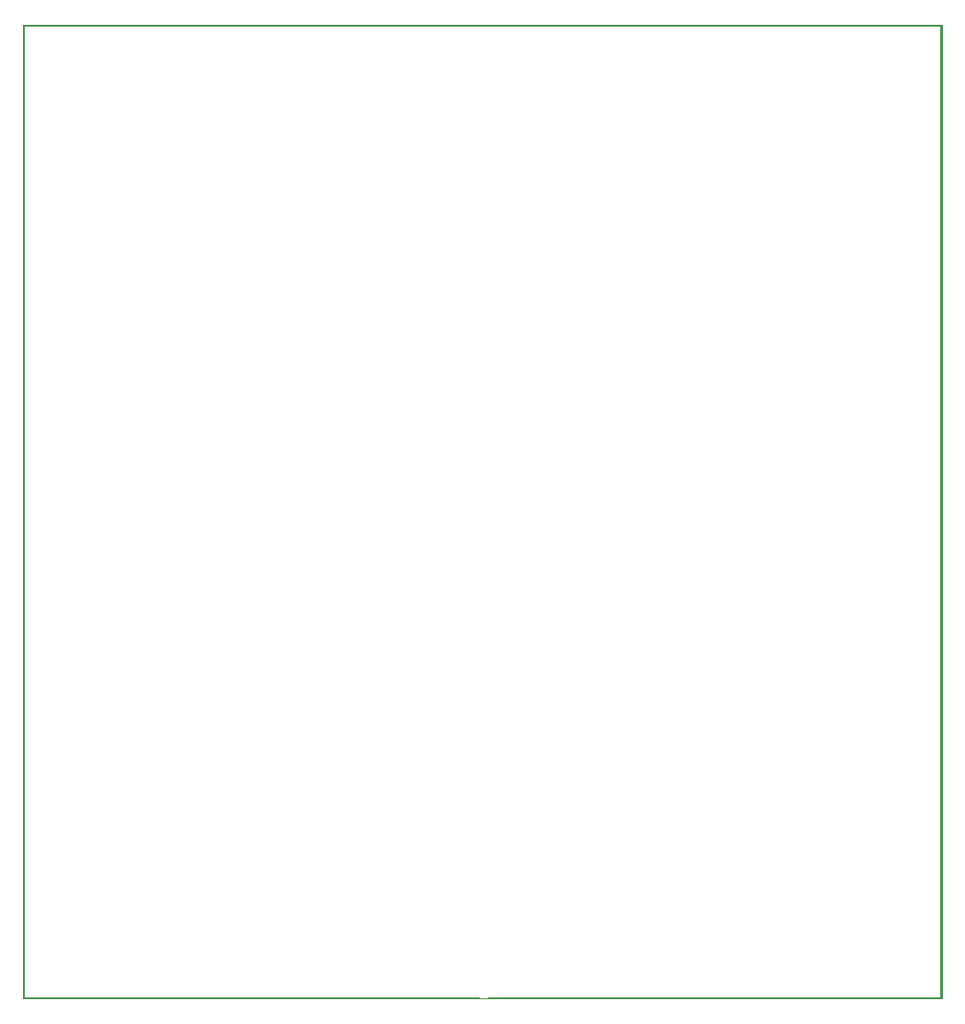
<source format=gbo>
G04 MADE WITH FRITZING*
G04 WWW.FRITZING.ORG*
G04 DOUBLE SIDED*
G04 HOLES PLATED*
G04 CONTOUR ON CENTER OF CONTOUR VECTOR*
%ASAXBY*%
%FSLAX23Y23*%
%MOIN*%
%OFA0B0*%
%SFA1.0B1.0*%
%ADD10R,0.001000X0.001000*%
%LNSILK0*%
G90*
G70*
G54D10*
X0Y3537D02*
X3334Y3537D01*
X0Y3536D02*
X3334Y3536D01*
X0Y3535D02*
X3334Y3535D01*
X0Y3534D02*
X3334Y3534D01*
X0Y3533D02*
X3334Y3533D01*
X0Y3532D02*
X3334Y3532D01*
X0Y3531D02*
X3334Y3531D01*
X0Y3530D02*
X3334Y3530D01*
X0Y3529D02*
X7Y3529D01*
X3327Y3529D02*
X3334Y3529D01*
X0Y3528D02*
X7Y3528D01*
X3327Y3528D02*
X3334Y3528D01*
X0Y3527D02*
X7Y3527D01*
X3327Y3527D02*
X3334Y3527D01*
X0Y3526D02*
X7Y3526D01*
X3327Y3526D02*
X3334Y3526D01*
X0Y3525D02*
X7Y3525D01*
X3327Y3525D02*
X3334Y3525D01*
X0Y3524D02*
X7Y3524D01*
X3327Y3524D02*
X3334Y3524D01*
X0Y3523D02*
X7Y3523D01*
X3327Y3523D02*
X3334Y3523D01*
X0Y3522D02*
X7Y3522D01*
X3327Y3522D02*
X3334Y3522D01*
X0Y3521D02*
X7Y3521D01*
X3327Y3521D02*
X3334Y3521D01*
X0Y3520D02*
X7Y3520D01*
X3327Y3520D02*
X3334Y3520D01*
X0Y3519D02*
X7Y3519D01*
X3327Y3519D02*
X3334Y3519D01*
X0Y3518D02*
X7Y3518D01*
X3327Y3518D02*
X3334Y3518D01*
X0Y3517D02*
X7Y3517D01*
X3327Y3517D02*
X3334Y3517D01*
X0Y3516D02*
X7Y3516D01*
X3327Y3516D02*
X3334Y3516D01*
X0Y3515D02*
X7Y3515D01*
X3327Y3515D02*
X3334Y3515D01*
X0Y3514D02*
X7Y3514D01*
X3327Y3514D02*
X3334Y3514D01*
X0Y3513D02*
X7Y3513D01*
X3327Y3513D02*
X3334Y3513D01*
X0Y3512D02*
X7Y3512D01*
X3327Y3512D02*
X3334Y3512D01*
X0Y3511D02*
X7Y3511D01*
X3327Y3511D02*
X3334Y3511D01*
X0Y3510D02*
X7Y3510D01*
X3327Y3510D02*
X3334Y3510D01*
X0Y3509D02*
X7Y3509D01*
X3327Y3509D02*
X3334Y3509D01*
X0Y3508D02*
X7Y3508D01*
X3327Y3508D02*
X3334Y3508D01*
X0Y3507D02*
X7Y3507D01*
X3327Y3507D02*
X3334Y3507D01*
X0Y3506D02*
X7Y3506D01*
X3327Y3506D02*
X3334Y3506D01*
X0Y3505D02*
X7Y3505D01*
X3327Y3505D02*
X3334Y3505D01*
X0Y3504D02*
X7Y3504D01*
X3327Y3504D02*
X3334Y3504D01*
X0Y3503D02*
X7Y3503D01*
X3327Y3503D02*
X3334Y3503D01*
X0Y3502D02*
X7Y3502D01*
X3327Y3502D02*
X3334Y3502D01*
X0Y3501D02*
X7Y3501D01*
X3327Y3501D02*
X3334Y3501D01*
X0Y3500D02*
X7Y3500D01*
X3327Y3500D02*
X3334Y3500D01*
X0Y3499D02*
X7Y3499D01*
X3327Y3499D02*
X3334Y3499D01*
X0Y3498D02*
X7Y3498D01*
X3327Y3498D02*
X3334Y3498D01*
X0Y3497D02*
X7Y3497D01*
X3327Y3497D02*
X3334Y3497D01*
X0Y3496D02*
X7Y3496D01*
X3327Y3496D02*
X3334Y3496D01*
X0Y3495D02*
X7Y3495D01*
X3327Y3495D02*
X3334Y3495D01*
X0Y3494D02*
X7Y3494D01*
X3327Y3494D02*
X3334Y3494D01*
X0Y3493D02*
X7Y3493D01*
X3327Y3493D02*
X3334Y3493D01*
X0Y3492D02*
X7Y3492D01*
X3327Y3492D02*
X3334Y3492D01*
X0Y3491D02*
X7Y3491D01*
X3327Y3491D02*
X3334Y3491D01*
X0Y3490D02*
X7Y3490D01*
X3327Y3490D02*
X3334Y3490D01*
X0Y3489D02*
X7Y3489D01*
X3327Y3489D02*
X3334Y3489D01*
X0Y3488D02*
X7Y3488D01*
X3327Y3488D02*
X3334Y3488D01*
X0Y3487D02*
X7Y3487D01*
X3327Y3487D02*
X3334Y3487D01*
X0Y3486D02*
X7Y3486D01*
X3327Y3486D02*
X3334Y3486D01*
X0Y3485D02*
X7Y3485D01*
X3327Y3485D02*
X3334Y3485D01*
X0Y3484D02*
X7Y3484D01*
X3327Y3484D02*
X3334Y3484D01*
X0Y3483D02*
X7Y3483D01*
X3327Y3483D02*
X3334Y3483D01*
X0Y3482D02*
X7Y3482D01*
X3327Y3482D02*
X3334Y3482D01*
X0Y3481D02*
X7Y3481D01*
X3327Y3481D02*
X3334Y3481D01*
X0Y3480D02*
X7Y3480D01*
X3327Y3480D02*
X3334Y3480D01*
X0Y3479D02*
X7Y3479D01*
X3327Y3479D02*
X3334Y3479D01*
X0Y3478D02*
X7Y3478D01*
X3327Y3478D02*
X3334Y3478D01*
X0Y3477D02*
X7Y3477D01*
X3327Y3477D02*
X3334Y3477D01*
X0Y3476D02*
X7Y3476D01*
X3327Y3476D02*
X3334Y3476D01*
X0Y3475D02*
X7Y3475D01*
X3327Y3475D02*
X3334Y3475D01*
X0Y3474D02*
X7Y3474D01*
X3327Y3474D02*
X3334Y3474D01*
X0Y3473D02*
X7Y3473D01*
X3327Y3473D02*
X3334Y3473D01*
X0Y3472D02*
X7Y3472D01*
X3327Y3472D02*
X3334Y3472D01*
X0Y3471D02*
X7Y3471D01*
X3327Y3471D02*
X3334Y3471D01*
X0Y3470D02*
X7Y3470D01*
X3327Y3470D02*
X3334Y3470D01*
X0Y3469D02*
X7Y3469D01*
X3327Y3469D02*
X3334Y3469D01*
X0Y3468D02*
X7Y3468D01*
X3327Y3468D02*
X3334Y3468D01*
X0Y3467D02*
X7Y3467D01*
X3327Y3467D02*
X3334Y3467D01*
X0Y3466D02*
X7Y3466D01*
X3327Y3466D02*
X3334Y3466D01*
X0Y3465D02*
X7Y3465D01*
X3327Y3465D02*
X3334Y3465D01*
X0Y3464D02*
X7Y3464D01*
X3327Y3464D02*
X3334Y3464D01*
X0Y3463D02*
X7Y3463D01*
X3327Y3463D02*
X3334Y3463D01*
X0Y3462D02*
X7Y3462D01*
X3327Y3462D02*
X3334Y3462D01*
X0Y3461D02*
X7Y3461D01*
X3327Y3461D02*
X3334Y3461D01*
X0Y3460D02*
X7Y3460D01*
X3327Y3460D02*
X3334Y3460D01*
X0Y3459D02*
X7Y3459D01*
X3327Y3459D02*
X3334Y3459D01*
X0Y3458D02*
X7Y3458D01*
X3327Y3458D02*
X3334Y3458D01*
X0Y3457D02*
X7Y3457D01*
X3327Y3457D02*
X3334Y3457D01*
X0Y3456D02*
X7Y3456D01*
X3327Y3456D02*
X3334Y3456D01*
X0Y3455D02*
X7Y3455D01*
X3327Y3455D02*
X3334Y3455D01*
X0Y3454D02*
X7Y3454D01*
X3327Y3454D02*
X3334Y3454D01*
X0Y3453D02*
X7Y3453D01*
X3327Y3453D02*
X3334Y3453D01*
X0Y3452D02*
X7Y3452D01*
X3327Y3452D02*
X3334Y3452D01*
X0Y3451D02*
X7Y3451D01*
X3327Y3451D02*
X3334Y3451D01*
X0Y3450D02*
X7Y3450D01*
X3327Y3450D02*
X3334Y3450D01*
X0Y3449D02*
X7Y3449D01*
X3327Y3449D02*
X3334Y3449D01*
X0Y3448D02*
X7Y3448D01*
X3327Y3448D02*
X3334Y3448D01*
X0Y3447D02*
X7Y3447D01*
X3327Y3447D02*
X3334Y3447D01*
X0Y3446D02*
X7Y3446D01*
X3327Y3446D02*
X3334Y3446D01*
X0Y3445D02*
X7Y3445D01*
X3327Y3445D02*
X3334Y3445D01*
X0Y3444D02*
X7Y3444D01*
X3327Y3444D02*
X3334Y3444D01*
X0Y3443D02*
X7Y3443D01*
X3327Y3443D02*
X3334Y3443D01*
X0Y3442D02*
X7Y3442D01*
X3327Y3442D02*
X3334Y3442D01*
X0Y3441D02*
X7Y3441D01*
X3327Y3441D02*
X3334Y3441D01*
X0Y3440D02*
X7Y3440D01*
X3327Y3440D02*
X3334Y3440D01*
X0Y3439D02*
X7Y3439D01*
X3327Y3439D02*
X3334Y3439D01*
X0Y3438D02*
X7Y3438D01*
X3327Y3438D02*
X3334Y3438D01*
X0Y3437D02*
X7Y3437D01*
X3327Y3437D02*
X3334Y3437D01*
X0Y3436D02*
X7Y3436D01*
X3327Y3436D02*
X3334Y3436D01*
X0Y3435D02*
X7Y3435D01*
X3327Y3435D02*
X3334Y3435D01*
X0Y3434D02*
X7Y3434D01*
X3327Y3434D02*
X3334Y3434D01*
X0Y3433D02*
X7Y3433D01*
X3327Y3433D02*
X3334Y3433D01*
X0Y3432D02*
X7Y3432D01*
X3327Y3432D02*
X3334Y3432D01*
X0Y3431D02*
X7Y3431D01*
X3327Y3431D02*
X3334Y3431D01*
X0Y3430D02*
X7Y3430D01*
X3327Y3430D02*
X3334Y3430D01*
X0Y3429D02*
X7Y3429D01*
X3327Y3429D02*
X3334Y3429D01*
X0Y3428D02*
X7Y3428D01*
X3327Y3428D02*
X3334Y3428D01*
X0Y3427D02*
X7Y3427D01*
X3327Y3427D02*
X3334Y3427D01*
X0Y3426D02*
X7Y3426D01*
X3327Y3426D02*
X3334Y3426D01*
X0Y3425D02*
X7Y3425D01*
X3327Y3425D02*
X3334Y3425D01*
X0Y3424D02*
X7Y3424D01*
X3327Y3424D02*
X3334Y3424D01*
X0Y3423D02*
X7Y3423D01*
X3327Y3423D02*
X3334Y3423D01*
X0Y3422D02*
X7Y3422D01*
X3327Y3422D02*
X3334Y3422D01*
X0Y3421D02*
X7Y3421D01*
X3327Y3421D02*
X3334Y3421D01*
X0Y3420D02*
X7Y3420D01*
X3327Y3420D02*
X3334Y3420D01*
X0Y3419D02*
X7Y3419D01*
X3327Y3419D02*
X3334Y3419D01*
X0Y3418D02*
X7Y3418D01*
X3327Y3418D02*
X3334Y3418D01*
X0Y3417D02*
X7Y3417D01*
X3327Y3417D02*
X3334Y3417D01*
X0Y3416D02*
X7Y3416D01*
X3327Y3416D02*
X3334Y3416D01*
X0Y3415D02*
X7Y3415D01*
X3327Y3415D02*
X3334Y3415D01*
X0Y3414D02*
X7Y3414D01*
X3327Y3414D02*
X3334Y3414D01*
X0Y3413D02*
X7Y3413D01*
X3327Y3413D02*
X3334Y3413D01*
X0Y3412D02*
X7Y3412D01*
X3327Y3412D02*
X3334Y3412D01*
X0Y3411D02*
X7Y3411D01*
X3327Y3411D02*
X3334Y3411D01*
X0Y3410D02*
X7Y3410D01*
X3327Y3410D02*
X3334Y3410D01*
X0Y3409D02*
X7Y3409D01*
X3327Y3409D02*
X3334Y3409D01*
X0Y3408D02*
X7Y3408D01*
X3327Y3408D02*
X3334Y3408D01*
X0Y3407D02*
X7Y3407D01*
X3327Y3407D02*
X3334Y3407D01*
X0Y3406D02*
X7Y3406D01*
X3327Y3406D02*
X3334Y3406D01*
X0Y3405D02*
X7Y3405D01*
X3327Y3405D02*
X3334Y3405D01*
X0Y3404D02*
X7Y3404D01*
X3327Y3404D02*
X3334Y3404D01*
X0Y3403D02*
X7Y3403D01*
X3327Y3403D02*
X3334Y3403D01*
X0Y3402D02*
X7Y3402D01*
X3327Y3402D02*
X3334Y3402D01*
X0Y3401D02*
X7Y3401D01*
X3327Y3401D02*
X3334Y3401D01*
X0Y3400D02*
X7Y3400D01*
X3327Y3400D02*
X3334Y3400D01*
X0Y3399D02*
X7Y3399D01*
X3327Y3399D02*
X3334Y3399D01*
X0Y3398D02*
X7Y3398D01*
X3327Y3398D02*
X3334Y3398D01*
X0Y3397D02*
X7Y3397D01*
X3327Y3397D02*
X3334Y3397D01*
X0Y3396D02*
X7Y3396D01*
X3327Y3396D02*
X3334Y3396D01*
X0Y3395D02*
X7Y3395D01*
X3327Y3395D02*
X3334Y3395D01*
X0Y3394D02*
X7Y3394D01*
X3327Y3394D02*
X3334Y3394D01*
X0Y3393D02*
X7Y3393D01*
X3327Y3393D02*
X3334Y3393D01*
X0Y3392D02*
X7Y3392D01*
X3327Y3392D02*
X3334Y3392D01*
X0Y3391D02*
X7Y3391D01*
X3327Y3391D02*
X3334Y3391D01*
X0Y3390D02*
X7Y3390D01*
X3327Y3390D02*
X3334Y3390D01*
X0Y3389D02*
X7Y3389D01*
X3327Y3389D02*
X3334Y3389D01*
X0Y3388D02*
X7Y3388D01*
X3327Y3388D02*
X3334Y3388D01*
X0Y3387D02*
X7Y3387D01*
X3327Y3387D02*
X3334Y3387D01*
X0Y3386D02*
X7Y3386D01*
X3327Y3386D02*
X3334Y3386D01*
X0Y3385D02*
X7Y3385D01*
X3327Y3385D02*
X3334Y3385D01*
X0Y3384D02*
X7Y3384D01*
X3327Y3384D02*
X3334Y3384D01*
X0Y3383D02*
X7Y3383D01*
X3327Y3383D02*
X3334Y3383D01*
X0Y3382D02*
X7Y3382D01*
X3327Y3382D02*
X3334Y3382D01*
X0Y3381D02*
X7Y3381D01*
X3327Y3381D02*
X3334Y3381D01*
X0Y3380D02*
X7Y3380D01*
X3327Y3380D02*
X3334Y3380D01*
X0Y3379D02*
X7Y3379D01*
X3327Y3379D02*
X3334Y3379D01*
X0Y3378D02*
X7Y3378D01*
X3327Y3378D02*
X3334Y3378D01*
X0Y3377D02*
X7Y3377D01*
X3327Y3377D02*
X3334Y3377D01*
X0Y3376D02*
X7Y3376D01*
X3327Y3376D02*
X3334Y3376D01*
X0Y3375D02*
X7Y3375D01*
X3327Y3375D02*
X3334Y3375D01*
X0Y3374D02*
X7Y3374D01*
X3327Y3374D02*
X3334Y3374D01*
X0Y3373D02*
X7Y3373D01*
X3327Y3373D02*
X3334Y3373D01*
X0Y3372D02*
X7Y3372D01*
X3327Y3372D02*
X3334Y3372D01*
X0Y3371D02*
X7Y3371D01*
X3327Y3371D02*
X3334Y3371D01*
X0Y3370D02*
X7Y3370D01*
X3327Y3370D02*
X3334Y3370D01*
X0Y3369D02*
X7Y3369D01*
X3327Y3369D02*
X3334Y3369D01*
X0Y3368D02*
X7Y3368D01*
X3327Y3368D02*
X3334Y3368D01*
X0Y3367D02*
X7Y3367D01*
X3327Y3367D02*
X3334Y3367D01*
X0Y3366D02*
X7Y3366D01*
X3327Y3366D02*
X3334Y3366D01*
X0Y3365D02*
X7Y3365D01*
X3327Y3365D02*
X3334Y3365D01*
X0Y3364D02*
X7Y3364D01*
X3327Y3364D02*
X3334Y3364D01*
X0Y3363D02*
X7Y3363D01*
X3327Y3363D02*
X3334Y3363D01*
X0Y3362D02*
X7Y3362D01*
X3327Y3362D02*
X3334Y3362D01*
X0Y3361D02*
X7Y3361D01*
X3327Y3361D02*
X3334Y3361D01*
X0Y3360D02*
X7Y3360D01*
X3327Y3360D02*
X3334Y3360D01*
X0Y3359D02*
X7Y3359D01*
X3327Y3359D02*
X3334Y3359D01*
X0Y3358D02*
X7Y3358D01*
X3327Y3358D02*
X3334Y3358D01*
X0Y3357D02*
X7Y3357D01*
X3327Y3357D02*
X3334Y3357D01*
X0Y3356D02*
X7Y3356D01*
X3327Y3356D02*
X3334Y3356D01*
X0Y3355D02*
X7Y3355D01*
X3327Y3355D02*
X3334Y3355D01*
X0Y3354D02*
X7Y3354D01*
X3327Y3354D02*
X3334Y3354D01*
X0Y3353D02*
X7Y3353D01*
X3327Y3353D02*
X3334Y3353D01*
X0Y3352D02*
X7Y3352D01*
X3327Y3352D02*
X3334Y3352D01*
X0Y3351D02*
X7Y3351D01*
X3327Y3351D02*
X3334Y3351D01*
X0Y3350D02*
X7Y3350D01*
X3327Y3350D02*
X3334Y3350D01*
X0Y3349D02*
X7Y3349D01*
X3327Y3349D02*
X3334Y3349D01*
X0Y3348D02*
X7Y3348D01*
X3327Y3348D02*
X3334Y3348D01*
X0Y3347D02*
X7Y3347D01*
X3327Y3347D02*
X3334Y3347D01*
X0Y3346D02*
X7Y3346D01*
X3327Y3346D02*
X3334Y3346D01*
X0Y3345D02*
X7Y3345D01*
X3327Y3345D02*
X3334Y3345D01*
X0Y3344D02*
X7Y3344D01*
X3327Y3344D02*
X3334Y3344D01*
X0Y3343D02*
X7Y3343D01*
X3327Y3343D02*
X3334Y3343D01*
X0Y3342D02*
X7Y3342D01*
X3327Y3342D02*
X3334Y3342D01*
X0Y3341D02*
X7Y3341D01*
X3327Y3341D02*
X3334Y3341D01*
X0Y3340D02*
X7Y3340D01*
X3327Y3340D02*
X3334Y3340D01*
X0Y3339D02*
X7Y3339D01*
X3327Y3339D02*
X3334Y3339D01*
X0Y3338D02*
X7Y3338D01*
X3327Y3338D02*
X3334Y3338D01*
X0Y3337D02*
X7Y3337D01*
X3327Y3337D02*
X3334Y3337D01*
X0Y3336D02*
X7Y3336D01*
X3327Y3336D02*
X3334Y3336D01*
X0Y3335D02*
X7Y3335D01*
X3327Y3335D02*
X3334Y3335D01*
X0Y3334D02*
X7Y3334D01*
X3327Y3334D02*
X3334Y3334D01*
X0Y3333D02*
X7Y3333D01*
X3327Y3333D02*
X3334Y3333D01*
X0Y3332D02*
X7Y3332D01*
X3327Y3332D02*
X3334Y3332D01*
X0Y3331D02*
X7Y3331D01*
X3327Y3331D02*
X3334Y3331D01*
X0Y3330D02*
X7Y3330D01*
X3327Y3330D02*
X3334Y3330D01*
X0Y3329D02*
X7Y3329D01*
X3327Y3329D02*
X3334Y3329D01*
X0Y3328D02*
X7Y3328D01*
X3327Y3328D02*
X3334Y3328D01*
X0Y3327D02*
X7Y3327D01*
X3327Y3327D02*
X3334Y3327D01*
X0Y3326D02*
X7Y3326D01*
X3327Y3326D02*
X3334Y3326D01*
X0Y3325D02*
X7Y3325D01*
X3327Y3325D02*
X3334Y3325D01*
X0Y3324D02*
X7Y3324D01*
X3327Y3324D02*
X3334Y3324D01*
X0Y3323D02*
X7Y3323D01*
X3327Y3323D02*
X3334Y3323D01*
X0Y3322D02*
X7Y3322D01*
X3327Y3322D02*
X3334Y3322D01*
X0Y3321D02*
X7Y3321D01*
X3327Y3321D02*
X3334Y3321D01*
X0Y3320D02*
X7Y3320D01*
X3327Y3320D02*
X3334Y3320D01*
X0Y3319D02*
X7Y3319D01*
X3327Y3319D02*
X3334Y3319D01*
X0Y3318D02*
X7Y3318D01*
X3327Y3318D02*
X3334Y3318D01*
X0Y3317D02*
X7Y3317D01*
X3327Y3317D02*
X3334Y3317D01*
X0Y3316D02*
X7Y3316D01*
X3327Y3316D02*
X3334Y3316D01*
X0Y3315D02*
X7Y3315D01*
X3327Y3315D02*
X3334Y3315D01*
X0Y3314D02*
X7Y3314D01*
X3327Y3314D02*
X3334Y3314D01*
X0Y3313D02*
X7Y3313D01*
X3327Y3313D02*
X3334Y3313D01*
X0Y3312D02*
X7Y3312D01*
X3327Y3312D02*
X3334Y3312D01*
X0Y3311D02*
X7Y3311D01*
X3327Y3311D02*
X3334Y3311D01*
X0Y3310D02*
X7Y3310D01*
X3327Y3310D02*
X3334Y3310D01*
X0Y3309D02*
X7Y3309D01*
X3327Y3309D02*
X3334Y3309D01*
X0Y3308D02*
X7Y3308D01*
X3327Y3308D02*
X3334Y3308D01*
X0Y3307D02*
X7Y3307D01*
X3327Y3307D02*
X3334Y3307D01*
X0Y3306D02*
X7Y3306D01*
X3327Y3306D02*
X3334Y3306D01*
X0Y3305D02*
X7Y3305D01*
X3327Y3305D02*
X3334Y3305D01*
X0Y3304D02*
X7Y3304D01*
X3327Y3304D02*
X3334Y3304D01*
X0Y3303D02*
X7Y3303D01*
X3327Y3303D02*
X3334Y3303D01*
X0Y3302D02*
X7Y3302D01*
X3327Y3302D02*
X3334Y3302D01*
X0Y3301D02*
X7Y3301D01*
X3327Y3301D02*
X3334Y3301D01*
X0Y3300D02*
X7Y3300D01*
X3327Y3300D02*
X3334Y3300D01*
X0Y3299D02*
X7Y3299D01*
X3327Y3299D02*
X3334Y3299D01*
X0Y3298D02*
X7Y3298D01*
X3327Y3298D02*
X3334Y3298D01*
X0Y3297D02*
X7Y3297D01*
X3327Y3297D02*
X3334Y3297D01*
X0Y3296D02*
X7Y3296D01*
X3327Y3296D02*
X3334Y3296D01*
X0Y3295D02*
X7Y3295D01*
X3327Y3295D02*
X3334Y3295D01*
X0Y3294D02*
X7Y3294D01*
X3327Y3294D02*
X3334Y3294D01*
X0Y3293D02*
X7Y3293D01*
X3327Y3293D02*
X3334Y3293D01*
X0Y3292D02*
X7Y3292D01*
X3327Y3292D02*
X3334Y3292D01*
X0Y3291D02*
X7Y3291D01*
X3327Y3291D02*
X3334Y3291D01*
X0Y3290D02*
X7Y3290D01*
X3327Y3290D02*
X3334Y3290D01*
X0Y3289D02*
X7Y3289D01*
X3327Y3289D02*
X3334Y3289D01*
X0Y3288D02*
X7Y3288D01*
X3327Y3288D02*
X3334Y3288D01*
X0Y3287D02*
X7Y3287D01*
X3327Y3287D02*
X3334Y3287D01*
X0Y3286D02*
X7Y3286D01*
X3327Y3286D02*
X3334Y3286D01*
X0Y3285D02*
X7Y3285D01*
X3327Y3285D02*
X3334Y3285D01*
X0Y3284D02*
X7Y3284D01*
X3327Y3284D02*
X3334Y3284D01*
X0Y3283D02*
X7Y3283D01*
X3327Y3283D02*
X3334Y3283D01*
X0Y3282D02*
X7Y3282D01*
X3327Y3282D02*
X3334Y3282D01*
X0Y3281D02*
X7Y3281D01*
X3327Y3281D02*
X3334Y3281D01*
X0Y3280D02*
X7Y3280D01*
X3327Y3280D02*
X3334Y3280D01*
X0Y3279D02*
X7Y3279D01*
X3327Y3279D02*
X3334Y3279D01*
X0Y3278D02*
X7Y3278D01*
X3327Y3278D02*
X3334Y3278D01*
X0Y3277D02*
X7Y3277D01*
X3327Y3277D02*
X3334Y3277D01*
X0Y3276D02*
X7Y3276D01*
X3327Y3276D02*
X3334Y3276D01*
X0Y3275D02*
X7Y3275D01*
X3327Y3275D02*
X3334Y3275D01*
X0Y3274D02*
X7Y3274D01*
X3327Y3274D02*
X3334Y3274D01*
X0Y3273D02*
X7Y3273D01*
X3327Y3273D02*
X3334Y3273D01*
X0Y3272D02*
X7Y3272D01*
X3327Y3272D02*
X3334Y3272D01*
X0Y3271D02*
X7Y3271D01*
X3327Y3271D02*
X3334Y3271D01*
X0Y3270D02*
X7Y3270D01*
X3327Y3270D02*
X3334Y3270D01*
X0Y3269D02*
X7Y3269D01*
X3327Y3269D02*
X3334Y3269D01*
X0Y3268D02*
X7Y3268D01*
X3327Y3268D02*
X3334Y3268D01*
X0Y3267D02*
X7Y3267D01*
X3327Y3267D02*
X3334Y3267D01*
X0Y3266D02*
X7Y3266D01*
X3327Y3266D02*
X3334Y3266D01*
X0Y3265D02*
X7Y3265D01*
X3327Y3265D02*
X3334Y3265D01*
X0Y3264D02*
X7Y3264D01*
X3327Y3264D02*
X3334Y3264D01*
X0Y3263D02*
X7Y3263D01*
X3327Y3263D02*
X3334Y3263D01*
X0Y3262D02*
X7Y3262D01*
X3327Y3262D02*
X3334Y3262D01*
X0Y3261D02*
X7Y3261D01*
X3327Y3261D02*
X3334Y3261D01*
X0Y3260D02*
X7Y3260D01*
X3327Y3260D02*
X3334Y3260D01*
X0Y3259D02*
X7Y3259D01*
X3327Y3259D02*
X3334Y3259D01*
X0Y3258D02*
X7Y3258D01*
X3327Y3258D02*
X3334Y3258D01*
X0Y3257D02*
X7Y3257D01*
X3327Y3257D02*
X3334Y3257D01*
X0Y3256D02*
X7Y3256D01*
X3327Y3256D02*
X3334Y3256D01*
X0Y3255D02*
X7Y3255D01*
X3327Y3255D02*
X3334Y3255D01*
X0Y3254D02*
X7Y3254D01*
X3327Y3254D02*
X3334Y3254D01*
X0Y3253D02*
X7Y3253D01*
X3327Y3253D02*
X3334Y3253D01*
X0Y3252D02*
X7Y3252D01*
X3327Y3252D02*
X3334Y3252D01*
X0Y3251D02*
X7Y3251D01*
X3327Y3251D02*
X3334Y3251D01*
X0Y3250D02*
X7Y3250D01*
X3327Y3250D02*
X3334Y3250D01*
X0Y3249D02*
X7Y3249D01*
X3327Y3249D02*
X3334Y3249D01*
X0Y3248D02*
X7Y3248D01*
X3327Y3248D02*
X3334Y3248D01*
X0Y3247D02*
X7Y3247D01*
X3327Y3247D02*
X3334Y3247D01*
X0Y3246D02*
X7Y3246D01*
X3327Y3246D02*
X3334Y3246D01*
X0Y3245D02*
X7Y3245D01*
X3327Y3245D02*
X3334Y3245D01*
X0Y3244D02*
X7Y3244D01*
X3327Y3244D02*
X3334Y3244D01*
X0Y3243D02*
X7Y3243D01*
X3327Y3243D02*
X3334Y3243D01*
X0Y3242D02*
X7Y3242D01*
X3327Y3242D02*
X3334Y3242D01*
X0Y3241D02*
X7Y3241D01*
X3327Y3241D02*
X3334Y3241D01*
X0Y3240D02*
X7Y3240D01*
X3327Y3240D02*
X3334Y3240D01*
X0Y3239D02*
X7Y3239D01*
X3327Y3239D02*
X3334Y3239D01*
X0Y3238D02*
X7Y3238D01*
X3327Y3238D02*
X3334Y3238D01*
X0Y3237D02*
X7Y3237D01*
X3327Y3237D02*
X3334Y3237D01*
X0Y3236D02*
X7Y3236D01*
X3327Y3236D02*
X3334Y3236D01*
X0Y3235D02*
X7Y3235D01*
X3327Y3235D02*
X3334Y3235D01*
X0Y3234D02*
X7Y3234D01*
X3327Y3234D02*
X3334Y3234D01*
X0Y3233D02*
X7Y3233D01*
X3327Y3233D02*
X3334Y3233D01*
X0Y3232D02*
X7Y3232D01*
X3327Y3232D02*
X3334Y3232D01*
X0Y3231D02*
X7Y3231D01*
X3327Y3231D02*
X3334Y3231D01*
X0Y3230D02*
X7Y3230D01*
X3327Y3230D02*
X3334Y3230D01*
X0Y3229D02*
X7Y3229D01*
X3327Y3229D02*
X3334Y3229D01*
X0Y3228D02*
X7Y3228D01*
X3327Y3228D02*
X3334Y3228D01*
X0Y3227D02*
X7Y3227D01*
X3327Y3227D02*
X3334Y3227D01*
X0Y3226D02*
X7Y3226D01*
X3327Y3226D02*
X3334Y3226D01*
X0Y3225D02*
X7Y3225D01*
X3327Y3225D02*
X3334Y3225D01*
X0Y3224D02*
X7Y3224D01*
X3327Y3224D02*
X3334Y3224D01*
X0Y3223D02*
X7Y3223D01*
X3327Y3223D02*
X3334Y3223D01*
X0Y3222D02*
X7Y3222D01*
X3327Y3222D02*
X3334Y3222D01*
X0Y3221D02*
X7Y3221D01*
X3327Y3221D02*
X3334Y3221D01*
X0Y3220D02*
X7Y3220D01*
X3327Y3220D02*
X3334Y3220D01*
X0Y3219D02*
X7Y3219D01*
X3327Y3219D02*
X3334Y3219D01*
X0Y3218D02*
X7Y3218D01*
X3327Y3218D02*
X3334Y3218D01*
X0Y3217D02*
X7Y3217D01*
X3327Y3217D02*
X3334Y3217D01*
X0Y3216D02*
X7Y3216D01*
X3327Y3216D02*
X3334Y3216D01*
X0Y3215D02*
X7Y3215D01*
X3327Y3215D02*
X3334Y3215D01*
X0Y3214D02*
X7Y3214D01*
X3327Y3214D02*
X3334Y3214D01*
X0Y3213D02*
X7Y3213D01*
X3327Y3213D02*
X3334Y3213D01*
X0Y3212D02*
X7Y3212D01*
X3327Y3212D02*
X3334Y3212D01*
X0Y3211D02*
X7Y3211D01*
X3327Y3211D02*
X3334Y3211D01*
X0Y3210D02*
X7Y3210D01*
X3327Y3210D02*
X3334Y3210D01*
X0Y3209D02*
X7Y3209D01*
X3327Y3209D02*
X3334Y3209D01*
X0Y3208D02*
X7Y3208D01*
X3327Y3208D02*
X3334Y3208D01*
X0Y3207D02*
X7Y3207D01*
X3327Y3207D02*
X3334Y3207D01*
X0Y3206D02*
X7Y3206D01*
X3327Y3206D02*
X3334Y3206D01*
X0Y3205D02*
X7Y3205D01*
X3327Y3205D02*
X3334Y3205D01*
X0Y3204D02*
X7Y3204D01*
X3327Y3204D02*
X3334Y3204D01*
X0Y3203D02*
X7Y3203D01*
X3327Y3203D02*
X3334Y3203D01*
X0Y3202D02*
X7Y3202D01*
X3327Y3202D02*
X3334Y3202D01*
X0Y3201D02*
X7Y3201D01*
X3327Y3201D02*
X3334Y3201D01*
X0Y3200D02*
X7Y3200D01*
X3327Y3200D02*
X3334Y3200D01*
X0Y3199D02*
X7Y3199D01*
X3327Y3199D02*
X3334Y3199D01*
X0Y3198D02*
X7Y3198D01*
X3327Y3198D02*
X3334Y3198D01*
X0Y3197D02*
X7Y3197D01*
X3327Y3197D02*
X3334Y3197D01*
X0Y3196D02*
X7Y3196D01*
X3327Y3196D02*
X3334Y3196D01*
X0Y3195D02*
X7Y3195D01*
X3327Y3195D02*
X3334Y3195D01*
X0Y3194D02*
X7Y3194D01*
X3327Y3194D02*
X3334Y3194D01*
X0Y3193D02*
X7Y3193D01*
X3327Y3193D02*
X3334Y3193D01*
X0Y3192D02*
X7Y3192D01*
X3327Y3192D02*
X3334Y3192D01*
X0Y3191D02*
X7Y3191D01*
X3327Y3191D02*
X3334Y3191D01*
X0Y3190D02*
X7Y3190D01*
X3327Y3190D02*
X3334Y3190D01*
X0Y3189D02*
X7Y3189D01*
X3327Y3189D02*
X3334Y3189D01*
X0Y3188D02*
X7Y3188D01*
X3327Y3188D02*
X3334Y3188D01*
X0Y3187D02*
X7Y3187D01*
X3327Y3187D02*
X3334Y3187D01*
X0Y3186D02*
X7Y3186D01*
X3327Y3186D02*
X3334Y3186D01*
X0Y3185D02*
X7Y3185D01*
X3327Y3185D02*
X3334Y3185D01*
X0Y3184D02*
X7Y3184D01*
X3327Y3184D02*
X3334Y3184D01*
X0Y3183D02*
X7Y3183D01*
X3327Y3183D02*
X3334Y3183D01*
X0Y3182D02*
X7Y3182D01*
X3327Y3182D02*
X3334Y3182D01*
X0Y3181D02*
X7Y3181D01*
X3327Y3181D02*
X3334Y3181D01*
X0Y3180D02*
X7Y3180D01*
X3327Y3180D02*
X3334Y3180D01*
X0Y3179D02*
X7Y3179D01*
X3327Y3179D02*
X3334Y3179D01*
X0Y3178D02*
X7Y3178D01*
X3327Y3178D02*
X3334Y3178D01*
X0Y3177D02*
X7Y3177D01*
X3327Y3177D02*
X3334Y3177D01*
X0Y3176D02*
X7Y3176D01*
X3327Y3176D02*
X3334Y3176D01*
X0Y3175D02*
X7Y3175D01*
X3327Y3175D02*
X3334Y3175D01*
X0Y3174D02*
X7Y3174D01*
X3327Y3174D02*
X3334Y3174D01*
X0Y3173D02*
X7Y3173D01*
X3327Y3173D02*
X3334Y3173D01*
X0Y3172D02*
X7Y3172D01*
X3327Y3172D02*
X3334Y3172D01*
X0Y3171D02*
X7Y3171D01*
X3327Y3171D02*
X3334Y3171D01*
X0Y3170D02*
X7Y3170D01*
X3327Y3170D02*
X3334Y3170D01*
X0Y3169D02*
X7Y3169D01*
X3327Y3169D02*
X3334Y3169D01*
X0Y3168D02*
X7Y3168D01*
X3327Y3168D02*
X3334Y3168D01*
X0Y3167D02*
X7Y3167D01*
X3327Y3167D02*
X3334Y3167D01*
X0Y3166D02*
X7Y3166D01*
X3327Y3166D02*
X3334Y3166D01*
X0Y3165D02*
X7Y3165D01*
X3327Y3165D02*
X3334Y3165D01*
X0Y3164D02*
X7Y3164D01*
X3327Y3164D02*
X3334Y3164D01*
X0Y3163D02*
X7Y3163D01*
X3327Y3163D02*
X3334Y3163D01*
X0Y3162D02*
X7Y3162D01*
X3327Y3162D02*
X3334Y3162D01*
X0Y3161D02*
X7Y3161D01*
X3327Y3161D02*
X3334Y3161D01*
X0Y3160D02*
X7Y3160D01*
X3327Y3160D02*
X3334Y3160D01*
X0Y3159D02*
X7Y3159D01*
X3327Y3159D02*
X3334Y3159D01*
X0Y3158D02*
X7Y3158D01*
X3327Y3158D02*
X3334Y3158D01*
X0Y3157D02*
X7Y3157D01*
X3327Y3157D02*
X3334Y3157D01*
X0Y3156D02*
X7Y3156D01*
X3327Y3156D02*
X3334Y3156D01*
X0Y3155D02*
X7Y3155D01*
X3327Y3155D02*
X3334Y3155D01*
X0Y3154D02*
X7Y3154D01*
X3327Y3154D02*
X3334Y3154D01*
X0Y3153D02*
X7Y3153D01*
X3327Y3153D02*
X3334Y3153D01*
X0Y3152D02*
X7Y3152D01*
X3327Y3152D02*
X3334Y3152D01*
X0Y3151D02*
X7Y3151D01*
X3327Y3151D02*
X3334Y3151D01*
X0Y3150D02*
X7Y3150D01*
X3327Y3150D02*
X3334Y3150D01*
X0Y3149D02*
X7Y3149D01*
X3327Y3149D02*
X3334Y3149D01*
X0Y3148D02*
X7Y3148D01*
X3327Y3148D02*
X3334Y3148D01*
X0Y3147D02*
X7Y3147D01*
X3327Y3147D02*
X3334Y3147D01*
X0Y3146D02*
X7Y3146D01*
X3327Y3146D02*
X3334Y3146D01*
X0Y3145D02*
X7Y3145D01*
X3327Y3145D02*
X3334Y3145D01*
X0Y3144D02*
X7Y3144D01*
X3327Y3144D02*
X3334Y3144D01*
X0Y3143D02*
X7Y3143D01*
X3327Y3143D02*
X3334Y3143D01*
X0Y3142D02*
X7Y3142D01*
X3327Y3142D02*
X3334Y3142D01*
X0Y3141D02*
X7Y3141D01*
X3327Y3141D02*
X3334Y3141D01*
X0Y3140D02*
X7Y3140D01*
X3327Y3140D02*
X3334Y3140D01*
X0Y3139D02*
X7Y3139D01*
X3327Y3139D02*
X3334Y3139D01*
X0Y3138D02*
X7Y3138D01*
X3327Y3138D02*
X3334Y3138D01*
X0Y3137D02*
X7Y3137D01*
X3327Y3137D02*
X3334Y3137D01*
X0Y3136D02*
X7Y3136D01*
X3327Y3136D02*
X3334Y3136D01*
X0Y3135D02*
X7Y3135D01*
X3327Y3135D02*
X3334Y3135D01*
X0Y3134D02*
X7Y3134D01*
X3327Y3134D02*
X3334Y3134D01*
X0Y3133D02*
X7Y3133D01*
X3327Y3133D02*
X3334Y3133D01*
X0Y3132D02*
X7Y3132D01*
X3327Y3132D02*
X3334Y3132D01*
X0Y3131D02*
X7Y3131D01*
X3327Y3131D02*
X3334Y3131D01*
X0Y3130D02*
X7Y3130D01*
X3327Y3130D02*
X3334Y3130D01*
X0Y3129D02*
X7Y3129D01*
X3327Y3129D02*
X3334Y3129D01*
X0Y3128D02*
X7Y3128D01*
X3327Y3128D02*
X3334Y3128D01*
X0Y3127D02*
X7Y3127D01*
X3327Y3127D02*
X3334Y3127D01*
X0Y3126D02*
X7Y3126D01*
X3327Y3126D02*
X3334Y3126D01*
X0Y3125D02*
X7Y3125D01*
X3327Y3125D02*
X3334Y3125D01*
X0Y3124D02*
X7Y3124D01*
X3327Y3124D02*
X3334Y3124D01*
X0Y3123D02*
X7Y3123D01*
X3327Y3123D02*
X3334Y3123D01*
X0Y3122D02*
X7Y3122D01*
X3327Y3122D02*
X3334Y3122D01*
X0Y3121D02*
X7Y3121D01*
X3327Y3121D02*
X3334Y3121D01*
X0Y3120D02*
X7Y3120D01*
X3327Y3120D02*
X3334Y3120D01*
X0Y3119D02*
X7Y3119D01*
X3327Y3119D02*
X3334Y3119D01*
X0Y3118D02*
X7Y3118D01*
X3327Y3118D02*
X3334Y3118D01*
X0Y3117D02*
X7Y3117D01*
X3327Y3117D02*
X3334Y3117D01*
X0Y3116D02*
X7Y3116D01*
X3327Y3116D02*
X3334Y3116D01*
X0Y3115D02*
X7Y3115D01*
X3327Y3115D02*
X3334Y3115D01*
X0Y3114D02*
X7Y3114D01*
X3327Y3114D02*
X3334Y3114D01*
X0Y3113D02*
X7Y3113D01*
X3327Y3113D02*
X3334Y3113D01*
X0Y3112D02*
X7Y3112D01*
X3327Y3112D02*
X3334Y3112D01*
X0Y3111D02*
X7Y3111D01*
X3327Y3111D02*
X3334Y3111D01*
X0Y3110D02*
X7Y3110D01*
X3327Y3110D02*
X3334Y3110D01*
X0Y3109D02*
X7Y3109D01*
X3327Y3109D02*
X3334Y3109D01*
X0Y3108D02*
X7Y3108D01*
X3327Y3108D02*
X3334Y3108D01*
X0Y3107D02*
X7Y3107D01*
X3327Y3107D02*
X3334Y3107D01*
X0Y3106D02*
X7Y3106D01*
X3327Y3106D02*
X3334Y3106D01*
X0Y3105D02*
X7Y3105D01*
X3327Y3105D02*
X3334Y3105D01*
X0Y3104D02*
X7Y3104D01*
X3327Y3104D02*
X3334Y3104D01*
X0Y3103D02*
X7Y3103D01*
X3327Y3103D02*
X3334Y3103D01*
X0Y3102D02*
X7Y3102D01*
X3327Y3102D02*
X3334Y3102D01*
X0Y3101D02*
X7Y3101D01*
X3327Y3101D02*
X3334Y3101D01*
X0Y3100D02*
X7Y3100D01*
X3327Y3100D02*
X3334Y3100D01*
X0Y3099D02*
X7Y3099D01*
X3327Y3099D02*
X3334Y3099D01*
X0Y3098D02*
X7Y3098D01*
X3327Y3098D02*
X3334Y3098D01*
X0Y3097D02*
X7Y3097D01*
X3327Y3097D02*
X3334Y3097D01*
X0Y3096D02*
X7Y3096D01*
X3327Y3096D02*
X3334Y3096D01*
X0Y3095D02*
X7Y3095D01*
X3327Y3095D02*
X3334Y3095D01*
X0Y3094D02*
X7Y3094D01*
X3327Y3094D02*
X3334Y3094D01*
X0Y3093D02*
X7Y3093D01*
X3327Y3093D02*
X3334Y3093D01*
X0Y3092D02*
X7Y3092D01*
X3327Y3092D02*
X3334Y3092D01*
X0Y3091D02*
X7Y3091D01*
X3327Y3091D02*
X3334Y3091D01*
X0Y3090D02*
X7Y3090D01*
X3327Y3090D02*
X3334Y3090D01*
X0Y3089D02*
X7Y3089D01*
X3327Y3089D02*
X3334Y3089D01*
X0Y3088D02*
X7Y3088D01*
X3327Y3088D02*
X3334Y3088D01*
X0Y3087D02*
X7Y3087D01*
X3327Y3087D02*
X3334Y3087D01*
X0Y3086D02*
X7Y3086D01*
X3327Y3086D02*
X3334Y3086D01*
X0Y3085D02*
X7Y3085D01*
X3327Y3085D02*
X3334Y3085D01*
X0Y3084D02*
X7Y3084D01*
X3327Y3084D02*
X3334Y3084D01*
X0Y3083D02*
X7Y3083D01*
X3327Y3083D02*
X3334Y3083D01*
X0Y3082D02*
X7Y3082D01*
X3327Y3082D02*
X3334Y3082D01*
X0Y3081D02*
X7Y3081D01*
X3327Y3081D02*
X3334Y3081D01*
X0Y3080D02*
X7Y3080D01*
X3327Y3080D02*
X3334Y3080D01*
X0Y3079D02*
X7Y3079D01*
X3327Y3079D02*
X3334Y3079D01*
X0Y3078D02*
X7Y3078D01*
X3327Y3078D02*
X3334Y3078D01*
X0Y3077D02*
X7Y3077D01*
X3327Y3077D02*
X3334Y3077D01*
X0Y3076D02*
X7Y3076D01*
X3327Y3076D02*
X3334Y3076D01*
X0Y3075D02*
X7Y3075D01*
X3327Y3075D02*
X3334Y3075D01*
X0Y3074D02*
X7Y3074D01*
X3327Y3074D02*
X3334Y3074D01*
X0Y3073D02*
X7Y3073D01*
X3327Y3073D02*
X3334Y3073D01*
X0Y3072D02*
X7Y3072D01*
X3327Y3072D02*
X3334Y3072D01*
X0Y3071D02*
X7Y3071D01*
X3327Y3071D02*
X3334Y3071D01*
X0Y3070D02*
X7Y3070D01*
X3327Y3070D02*
X3334Y3070D01*
X0Y3069D02*
X7Y3069D01*
X3327Y3069D02*
X3334Y3069D01*
X0Y3068D02*
X7Y3068D01*
X3327Y3068D02*
X3334Y3068D01*
X0Y3067D02*
X7Y3067D01*
X3327Y3067D02*
X3334Y3067D01*
X0Y3066D02*
X7Y3066D01*
X3327Y3066D02*
X3334Y3066D01*
X0Y3065D02*
X7Y3065D01*
X3327Y3065D02*
X3334Y3065D01*
X0Y3064D02*
X7Y3064D01*
X3327Y3064D02*
X3334Y3064D01*
X0Y3063D02*
X7Y3063D01*
X3327Y3063D02*
X3334Y3063D01*
X0Y3062D02*
X7Y3062D01*
X3327Y3062D02*
X3334Y3062D01*
X0Y3061D02*
X7Y3061D01*
X3327Y3061D02*
X3334Y3061D01*
X0Y3060D02*
X7Y3060D01*
X3327Y3060D02*
X3334Y3060D01*
X0Y3059D02*
X7Y3059D01*
X3327Y3059D02*
X3334Y3059D01*
X0Y3058D02*
X7Y3058D01*
X3327Y3058D02*
X3334Y3058D01*
X0Y3057D02*
X7Y3057D01*
X3327Y3057D02*
X3334Y3057D01*
X0Y3056D02*
X7Y3056D01*
X3327Y3056D02*
X3334Y3056D01*
X0Y3055D02*
X7Y3055D01*
X3327Y3055D02*
X3334Y3055D01*
X0Y3054D02*
X7Y3054D01*
X3327Y3054D02*
X3334Y3054D01*
X0Y3053D02*
X7Y3053D01*
X3327Y3053D02*
X3334Y3053D01*
X0Y3052D02*
X7Y3052D01*
X3327Y3052D02*
X3334Y3052D01*
X0Y3051D02*
X7Y3051D01*
X3327Y3051D02*
X3334Y3051D01*
X0Y3050D02*
X7Y3050D01*
X3327Y3050D02*
X3334Y3050D01*
X0Y3049D02*
X7Y3049D01*
X3327Y3049D02*
X3334Y3049D01*
X0Y3048D02*
X7Y3048D01*
X3327Y3048D02*
X3334Y3048D01*
X0Y3047D02*
X7Y3047D01*
X3327Y3047D02*
X3334Y3047D01*
X0Y3046D02*
X7Y3046D01*
X3327Y3046D02*
X3334Y3046D01*
X0Y3045D02*
X7Y3045D01*
X3327Y3045D02*
X3334Y3045D01*
X0Y3044D02*
X7Y3044D01*
X3327Y3044D02*
X3334Y3044D01*
X0Y3043D02*
X7Y3043D01*
X3327Y3043D02*
X3334Y3043D01*
X0Y3042D02*
X7Y3042D01*
X3327Y3042D02*
X3334Y3042D01*
X0Y3041D02*
X7Y3041D01*
X3327Y3041D02*
X3334Y3041D01*
X0Y3040D02*
X7Y3040D01*
X3327Y3040D02*
X3334Y3040D01*
X0Y3039D02*
X7Y3039D01*
X3327Y3039D02*
X3334Y3039D01*
X0Y3038D02*
X7Y3038D01*
X3327Y3038D02*
X3334Y3038D01*
X0Y3037D02*
X7Y3037D01*
X3327Y3037D02*
X3334Y3037D01*
X0Y3036D02*
X7Y3036D01*
X3327Y3036D02*
X3334Y3036D01*
X0Y3035D02*
X7Y3035D01*
X3327Y3035D02*
X3334Y3035D01*
X0Y3034D02*
X7Y3034D01*
X3327Y3034D02*
X3334Y3034D01*
X0Y3033D02*
X7Y3033D01*
X3327Y3033D02*
X3334Y3033D01*
X0Y3032D02*
X7Y3032D01*
X3327Y3032D02*
X3334Y3032D01*
X0Y3031D02*
X7Y3031D01*
X3327Y3031D02*
X3334Y3031D01*
X0Y3030D02*
X7Y3030D01*
X3327Y3030D02*
X3334Y3030D01*
X0Y3029D02*
X7Y3029D01*
X3327Y3029D02*
X3334Y3029D01*
X0Y3028D02*
X7Y3028D01*
X3327Y3028D02*
X3334Y3028D01*
X0Y3027D02*
X7Y3027D01*
X3327Y3027D02*
X3334Y3027D01*
X0Y3026D02*
X7Y3026D01*
X3327Y3026D02*
X3334Y3026D01*
X0Y3025D02*
X7Y3025D01*
X3327Y3025D02*
X3334Y3025D01*
X0Y3024D02*
X7Y3024D01*
X3327Y3024D02*
X3334Y3024D01*
X0Y3023D02*
X7Y3023D01*
X3327Y3023D02*
X3334Y3023D01*
X0Y3022D02*
X7Y3022D01*
X3327Y3022D02*
X3334Y3022D01*
X0Y3021D02*
X7Y3021D01*
X3327Y3021D02*
X3334Y3021D01*
X0Y3020D02*
X7Y3020D01*
X3327Y3020D02*
X3334Y3020D01*
X0Y3019D02*
X7Y3019D01*
X3327Y3019D02*
X3334Y3019D01*
X0Y3018D02*
X7Y3018D01*
X3327Y3018D02*
X3334Y3018D01*
X0Y3017D02*
X7Y3017D01*
X3327Y3017D02*
X3334Y3017D01*
X0Y3016D02*
X7Y3016D01*
X3327Y3016D02*
X3334Y3016D01*
X0Y3015D02*
X7Y3015D01*
X3327Y3015D02*
X3334Y3015D01*
X0Y3014D02*
X7Y3014D01*
X3327Y3014D02*
X3334Y3014D01*
X0Y3013D02*
X7Y3013D01*
X3327Y3013D02*
X3334Y3013D01*
X0Y3012D02*
X7Y3012D01*
X3327Y3012D02*
X3334Y3012D01*
X0Y3011D02*
X7Y3011D01*
X3327Y3011D02*
X3334Y3011D01*
X0Y3010D02*
X7Y3010D01*
X3327Y3010D02*
X3334Y3010D01*
X0Y3009D02*
X7Y3009D01*
X3327Y3009D02*
X3334Y3009D01*
X0Y3008D02*
X7Y3008D01*
X3327Y3008D02*
X3334Y3008D01*
X0Y3007D02*
X7Y3007D01*
X3327Y3007D02*
X3334Y3007D01*
X0Y3006D02*
X7Y3006D01*
X3327Y3006D02*
X3334Y3006D01*
X0Y3005D02*
X7Y3005D01*
X3327Y3005D02*
X3334Y3005D01*
X0Y3004D02*
X7Y3004D01*
X3327Y3004D02*
X3334Y3004D01*
X0Y3003D02*
X7Y3003D01*
X3327Y3003D02*
X3334Y3003D01*
X0Y3002D02*
X7Y3002D01*
X3327Y3002D02*
X3334Y3002D01*
X0Y3001D02*
X7Y3001D01*
X3327Y3001D02*
X3334Y3001D01*
X0Y3000D02*
X7Y3000D01*
X3327Y3000D02*
X3334Y3000D01*
X0Y2999D02*
X7Y2999D01*
X3327Y2999D02*
X3334Y2999D01*
X0Y2998D02*
X7Y2998D01*
X3327Y2998D02*
X3334Y2998D01*
X0Y2997D02*
X7Y2997D01*
X3327Y2997D02*
X3334Y2997D01*
X0Y2996D02*
X7Y2996D01*
X3327Y2996D02*
X3334Y2996D01*
X0Y2995D02*
X7Y2995D01*
X3327Y2995D02*
X3334Y2995D01*
X0Y2994D02*
X7Y2994D01*
X3327Y2994D02*
X3334Y2994D01*
X0Y2993D02*
X7Y2993D01*
X3327Y2993D02*
X3334Y2993D01*
X0Y2992D02*
X7Y2992D01*
X3327Y2992D02*
X3334Y2992D01*
X0Y2991D02*
X7Y2991D01*
X3327Y2991D02*
X3334Y2991D01*
X0Y2990D02*
X7Y2990D01*
X3327Y2990D02*
X3334Y2990D01*
X0Y2989D02*
X7Y2989D01*
X3327Y2989D02*
X3334Y2989D01*
X0Y2988D02*
X7Y2988D01*
X3327Y2988D02*
X3334Y2988D01*
X0Y2987D02*
X7Y2987D01*
X3327Y2987D02*
X3334Y2987D01*
X0Y2986D02*
X7Y2986D01*
X3327Y2986D02*
X3334Y2986D01*
X0Y2985D02*
X7Y2985D01*
X3327Y2985D02*
X3334Y2985D01*
X0Y2984D02*
X7Y2984D01*
X3327Y2984D02*
X3334Y2984D01*
X0Y2983D02*
X7Y2983D01*
X3327Y2983D02*
X3334Y2983D01*
X0Y2982D02*
X7Y2982D01*
X3327Y2982D02*
X3334Y2982D01*
X0Y2981D02*
X7Y2981D01*
X3327Y2981D02*
X3334Y2981D01*
X0Y2980D02*
X7Y2980D01*
X3327Y2980D02*
X3334Y2980D01*
X0Y2979D02*
X7Y2979D01*
X3327Y2979D02*
X3334Y2979D01*
X0Y2978D02*
X7Y2978D01*
X3327Y2978D02*
X3334Y2978D01*
X0Y2977D02*
X7Y2977D01*
X3327Y2977D02*
X3334Y2977D01*
X0Y2976D02*
X7Y2976D01*
X3327Y2976D02*
X3334Y2976D01*
X0Y2975D02*
X7Y2975D01*
X3327Y2975D02*
X3334Y2975D01*
X0Y2974D02*
X7Y2974D01*
X3327Y2974D02*
X3334Y2974D01*
X0Y2973D02*
X7Y2973D01*
X3327Y2973D02*
X3334Y2973D01*
X0Y2972D02*
X7Y2972D01*
X3327Y2972D02*
X3334Y2972D01*
X0Y2971D02*
X7Y2971D01*
X3327Y2971D02*
X3334Y2971D01*
X0Y2970D02*
X7Y2970D01*
X3327Y2970D02*
X3334Y2970D01*
X0Y2969D02*
X7Y2969D01*
X3327Y2969D02*
X3334Y2969D01*
X0Y2968D02*
X7Y2968D01*
X3327Y2968D02*
X3334Y2968D01*
X0Y2967D02*
X7Y2967D01*
X3327Y2967D02*
X3334Y2967D01*
X0Y2966D02*
X7Y2966D01*
X3327Y2966D02*
X3334Y2966D01*
X0Y2965D02*
X7Y2965D01*
X3327Y2965D02*
X3334Y2965D01*
X0Y2964D02*
X7Y2964D01*
X3327Y2964D02*
X3334Y2964D01*
X0Y2963D02*
X7Y2963D01*
X3327Y2963D02*
X3334Y2963D01*
X0Y2962D02*
X7Y2962D01*
X3327Y2962D02*
X3334Y2962D01*
X0Y2961D02*
X7Y2961D01*
X3327Y2961D02*
X3334Y2961D01*
X0Y2960D02*
X7Y2960D01*
X3327Y2960D02*
X3334Y2960D01*
X0Y2959D02*
X7Y2959D01*
X3327Y2959D02*
X3334Y2959D01*
X0Y2958D02*
X7Y2958D01*
X3327Y2958D02*
X3334Y2958D01*
X0Y2957D02*
X7Y2957D01*
X3327Y2957D02*
X3334Y2957D01*
X0Y2956D02*
X7Y2956D01*
X3327Y2956D02*
X3334Y2956D01*
X0Y2955D02*
X7Y2955D01*
X3327Y2955D02*
X3334Y2955D01*
X0Y2954D02*
X7Y2954D01*
X3327Y2954D02*
X3334Y2954D01*
X0Y2953D02*
X7Y2953D01*
X3327Y2953D02*
X3334Y2953D01*
X0Y2952D02*
X7Y2952D01*
X3327Y2952D02*
X3334Y2952D01*
X0Y2951D02*
X7Y2951D01*
X3327Y2951D02*
X3334Y2951D01*
X0Y2950D02*
X7Y2950D01*
X3327Y2950D02*
X3334Y2950D01*
X0Y2949D02*
X7Y2949D01*
X3327Y2949D02*
X3334Y2949D01*
X0Y2948D02*
X7Y2948D01*
X3327Y2948D02*
X3334Y2948D01*
X0Y2947D02*
X7Y2947D01*
X3327Y2947D02*
X3334Y2947D01*
X0Y2946D02*
X7Y2946D01*
X3327Y2946D02*
X3334Y2946D01*
X0Y2945D02*
X7Y2945D01*
X3327Y2945D02*
X3334Y2945D01*
X0Y2944D02*
X7Y2944D01*
X3327Y2944D02*
X3334Y2944D01*
X0Y2943D02*
X7Y2943D01*
X3327Y2943D02*
X3334Y2943D01*
X0Y2942D02*
X7Y2942D01*
X3327Y2942D02*
X3334Y2942D01*
X0Y2941D02*
X7Y2941D01*
X3327Y2941D02*
X3334Y2941D01*
X0Y2940D02*
X7Y2940D01*
X3327Y2940D02*
X3334Y2940D01*
X0Y2939D02*
X7Y2939D01*
X3327Y2939D02*
X3334Y2939D01*
X0Y2938D02*
X7Y2938D01*
X3327Y2938D02*
X3334Y2938D01*
X0Y2937D02*
X7Y2937D01*
X3327Y2937D02*
X3334Y2937D01*
X0Y2936D02*
X7Y2936D01*
X3327Y2936D02*
X3334Y2936D01*
X0Y2935D02*
X7Y2935D01*
X3327Y2935D02*
X3334Y2935D01*
X0Y2934D02*
X7Y2934D01*
X3327Y2934D02*
X3334Y2934D01*
X0Y2933D02*
X7Y2933D01*
X3327Y2933D02*
X3334Y2933D01*
X0Y2932D02*
X7Y2932D01*
X3327Y2932D02*
X3334Y2932D01*
X0Y2931D02*
X7Y2931D01*
X3327Y2931D02*
X3334Y2931D01*
X0Y2930D02*
X7Y2930D01*
X3327Y2930D02*
X3334Y2930D01*
X0Y2929D02*
X7Y2929D01*
X3327Y2929D02*
X3334Y2929D01*
X0Y2928D02*
X7Y2928D01*
X3327Y2928D02*
X3334Y2928D01*
X0Y2927D02*
X7Y2927D01*
X3327Y2927D02*
X3334Y2927D01*
X0Y2926D02*
X7Y2926D01*
X3327Y2926D02*
X3334Y2926D01*
X0Y2925D02*
X7Y2925D01*
X3327Y2925D02*
X3334Y2925D01*
X0Y2924D02*
X7Y2924D01*
X3327Y2924D02*
X3334Y2924D01*
X0Y2923D02*
X7Y2923D01*
X3327Y2923D02*
X3334Y2923D01*
X0Y2922D02*
X7Y2922D01*
X3327Y2922D02*
X3334Y2922D01*
X0Y2921D02*
X7Y2921D01*
X3327Y2921D02*
X3334Y2921D01*
X0Y2920D02*
X7Y2920D01*
X3327Y2920D02*
X3334Y2920D01*
X0Y2919D02*
X7Y2919D01*
X3327Y2919D02*
X3334Y2919D01*
X0Y2918D02*
X7Y2918D01*
X3327Y2918D02*
X3334Y2918D01*
X0Y2917D02*
X7Y2917D01*
X3327Y2917D02*
X3334Y2917D01*
X0Y2916D02*
X7Y2916D01*
X3327Y2916D02*
X3334Y2916D01*
X0Y2915D02*
X7Y2915D01*
X3327Y2915D02*
X3334Y2915D01*
X0Y2914D02*
X7Y2914D01*
X3327Y2914D02*
X3334Y2914D01*
X0Y2913D02*
X7Y2913D01*
X3327Y2913D02*
X3334Y2913D01*
X0Y2912D02*
X7Y2912D01*
X3327Y2912D02*
X3334Y2912D01*
X0Y2911D02*
X7Y2911D01*
X3327Y2911D02*
X3334Y2911D01*
X0Y2910D02*
X7Y2910D01*
X3327Y2910D02*
X3334Y2910D01*
X0Y2909D02*
X7Y2909D01*
X3327Y2909D02*
X3334Y2909D01*
X0Y2908D02*
X7Y2908D01*
X3327Y2908D02*
X3334Y2908D01*
X0Y2907D02*
X7Y2907D01*
X3327Y2907D02*
X3334Y2907D01*
X0Y2906D02*
X7Y2906D01*
X3327Y2906D02*
X3334Y2906D01*
X0Y2905D02*
X7Y2905D01*
X3327Y2905D02*
X3334Y2905D01*
X0Y2904D02*
X7Y2904D01*
X3327Y2904D02*
X3334Y2904D01*
X0Y2903D02*
X7Y2903D01*
X3327Y2903D02*
X3334Y2903D01*
X0Y2902D02*
X7Y2902D01*
X3327Y2902D02*
X3334Y2902D01*
X0Y2901D02*
X7Y2901D01*
X3327Y2901D02*
X3334Y2901D01*
X0Y2900D02*
X7Y2900D01*
X3327Y2900D02*
X3334Y2900D01*
X0Y2899D02*
X7Y2899D01*
X3327Y2899D02*
X3334Y2899D01*
X0Y2898D02*
X7Y2898D01*
X3327Y2898D02*
X3334Y2898D01*
X0Y2897D02*
X7Y2897D01*
X3327Y2897D02*
X3334Y2897D01*
X0Y2896D02*
X7Y2896D01*
X3327Y2896D02*
X3334Y2896D01*
X0Y2895D02*
X7Y2895D01*
X3327Y2895D02*
X3334Y2895D01*
X0Y2894D02*
X7Y2894D01*
X3327Y2894D02*
X3334Y2894D01*
X0Y2893D02*
X7Y2893D01*
X3327Y2893D02*
X3334Y2893D01*
X0Y2892D02*
X7Y2892D01*
X3327Y2892D02*
X3334Y2892D01*
X0Y2891D02*
X7Y2891D01*
X3327Y2891D02*
X3334Y2891D01*
X0Y2890D02*
X7Y2890D01*
X3327Y2890D02*
X3334Y2890D01*
X0Y2889D02*
X7Y2889D01*
X3327Y2889D02*
X3334Y2889D01*
X0Y2888D02*
X7Y2888D01*
X3327Y2888D02*
X3334Y2888D01*
X0Y2887D02*
X7Y2887D01*
X3327Y2887D02*
X3334Y2887D01*
X0Y2886D02*
X7Y2886D01*
X3327Y2886D02*
X3334Y2886D01*
X0Y2885D02*
X7Y2885D01*
X3327Y2885D02*
X3334Y2885D01*
X0Y2884D02*
X7Y2884D01*
X3327Y2884D02*
X3334Y2884D01*
X0Y2883D02*
X7Y2883D01*
X3327Y2883D02*
X3334Y2883D01*
X0Y2882D02*
X7Y2882D01*
X3327Y2882D02*
X3334Y2882D01*
X0Y2881D02*
X7Y2881D01*
X3327Y2881D02*
X3334Y2881D01*
X0Y2880D02*
X7Y2880D01*
X3327Y2880D02*
X3334Y2880D01*
X0Y2879D02*
X7Y2879D01*
X3327Y2879D02*
X3334Y2879D01*
X0Y2878D02*
X7Y2878D01*
X3327Y2878D02*
X3334Y2878D01*
X0Y2877D02*
X7Y2877D01*
X3327Y2877D02*
X3334Y2877D01*
X0Y2876D02*
X7Y2876D01*
X3327Y2876D02*
X3334Y2876D01*
X0Y2875D02*
X7Y2875D01*
X3327Y2875D02*
X3334Y2875D01*
X0Y2874D02*
X7Y2874D01*
X3327Y2874D02*
X3334Y2874D01*
X0Y2873D02*
X7Y2873D01*
X3327Y2873D02*
X3334Y2873D01*
X0Y2872D02*
X7Y2872D01*
X3327Y2872D02*
X3334Y2872D01*
X0Y2871D02*
X7Y2871D01*
X3327Y2871D02*
X3334Y2871D01*
X0Y2870D02*
X7Y2870D01*
X3327Y2870D02*
X3334Y2870D01*
X0Y2869D02*
X7Y2869D01*
X3327Y2869D02*
X3334Y2869D01*
X0Y2868D02*
X7Y2868D01*
X3327Y2868D02*
X3334Y2868D01*
X0Y2867D02*
X7Y2867D01*
X3327Y2867D02*
X3334Y2867D01*
X0Y2866D02*
X7Y2866D01*
X3327Y2866D02*
X3334Y2866D01*
X0Y2865D02*
X7Y2865D01*
X3327Y2865D02*
X3334Y2865D01*
X0Y2864D02*
X7Y2864D01*
X3327Y2864D02*
X3334Y2864D01*
X0Y2863D02*
X7Y2863D01*
X3327Y2863D02*
X3334Y2863D01*
X0Y2862D02*
X7Y2862D01*
X3327Y2862D02*
X3334Y2862D01*
X0Y2861D02*
X7Y2861D01*
X3327Y2861D02*
X3334Y2861D01*
X0Y2860D02*
X7Y2860D01*
X3327Y2860D02*
X3334Y2860D01*
X0Y2859D02*
X7Y2859D01*
X3327Y2859D02*
X3334Y2859D01*
X0Y2858D02*
X7Y2858D01*
X3327Y2858D02*
X3334Y2858D01*
X0Y2857D02*
X7Y2857D01*
X3327Y2857D02*
X3334Y2857D01*
X0Y2856D02*
X7Y2856D01*
X3327Y2856D02*
X3334Y2856D01*
X0Y2855D02*
X7Y2855D01*
X3327Y2855D02*
X3334Y2855D01*
X0Y2854D02*
X7Y2854D01*
X3327Y2854D02*
X3334Y2854D01*
X0Y2853D02*
X7Y2853D01*
X3327Y2853D02*
X3334Y2853D01*
X0Y2852D02*
X7Y2852D01*
X3327Y2852D02*
X3334Y2852D01*
X0Y2851D02*
X7Y2851D01*
X3327Y2851D02*
X3334Y2851D01*
X0Y2850D02*
X7Y2850D01*
X3327Y2850D02*
X3334Y2850D01*
X0Y2849D02*
X7Y2849D01*
X3327Y2849D02*
X3334Y2849D01*
X0Y2848D02*
X7Y2848D01*
X3327Y2848D02*
X3334Y2848D01*
X0Y2847D02*
X7Y2847D01*
X3327Y2847D02*
X3334Y2847D01*
X0Y2846D02*
X7Y2846D01*
X3327Y2846D02*
X3334Y2846D01*
X0Y2845D02*
X7Y2845D01*
X3327Y2845D02*
X3334Y2845D01*
X0Y2844D02*
X7Y2844D01*
X3327Y2844D02*
X3334Y2844D01*
X0Y2843D02*
X7Y2843D01*
X3327Y2843D02*
X3334Y2843D01*
X0Y2842D02*
X7Y2842D01*
X3327Y2842D02*
X3334Y2842D01*
X0Y2841D02*
X7Y2841D01*
X3327Y2841D02*
X3334Y2841D01*
X0Y2840D02*
X7Y2840D01*
X3327Y2840D02*
X3334Y2840D01*
X0Y2839D02*
X7Y2839D01*
X3327Y2839D02*
X3334Y2839D01*
X0Y2838D02*
X7Y2838D01*
X3327Y2838D02*
X3334Y2838D01*
X0Y2837D02*
X7Y2837D01*
X3327Y2837D02*
X3334Y2837D01*
X0Y2836D02*
X7Y2836D01*
X3327Y2836D02*
X3334Y2836D01*
X0Y2835D02*
X7Y2835D01*
X3327Y2835D02*
X3334Y2835D01*
X0Y2834D02*
X7Y2834D01*
X3327Y2834D02*
X3334Y2834D01*
X0Y2833D02*
X7Y2833D01*
X3327Y2833D02*
X3334Y2833D01*
X0Y2832D02*
X7Y2832D01*
X3327Y2832D02*
X3334Y2832D01*
X0Y2831D02*
X7Y2831D01*
X3327Y2831D02*
X3334Y2831D01*
X0Y2830D02*
X7Y2830D01*
X3327Y2830D02*
X3334Y2830D01*
X0Y2829D02*
X7Y2829D01*
X3327Y2829D02*
X3334Y2829D01*
X0Y2828D02*
X7Y2828D01*
X3327Y2828D02*
X3334Y2828D01*
X0Y2827D02*
X7Y2827D01*
X3327Y2827D02*
X3334Y2827D01*
X0Y2826D02*
X7Y2826D01*
X3327Y2826D02*
X3334Y2826D01*
X0Y2825D02*
X7Y2825D01*
X3327Y2825D02*
X3334Y2825D01*
X0Y2824D02*
X7Y2824D01*
X3327Y2824D02*
X3334Y2824D01*
X0Y2823D02*
X7Y2823D01*
X3327Y2823D02*
X3334Y2823D01*
X0Y2822D02*
X7Y2822D01*
X3327Y2822D02*
X3334Y2822D01*
X0Y2821D02*
X7Y2821D01*
X3327Y2821D02*
X3334Y2821D01*
X0Y2820D02*
X7Y2820D01*
X3327Y2820D02*
X3334Y2820D01*
X0Y2819D02*
X7Y2819D01*
X3327Y2819D02*
X3334Y2819D01*
X0Y2818D02*
X7Y2818D01*
X3327Y2818D02*
X3334Y2818D01*
X0Y2817D02*
X7Y2817D01*
X3327Y2817D02*
X3334Y2817D01*
X0Y2816D02*
X7Y2816D01*
X3327Y2816D02*
X3334Y2816D01*
X0Y2815D02*
X7Y2815D01*
X3327Y2815D02*
X3334Y2815D01*
X0Y2814D02*
X7Y2814D01*
X3327Y2814D02*
X3334Y2814D01*
X0Y2813D02*
X7Y2813D01*
X3327Y2813D02*
X3334Y2813D01*
X0Y2812D02*
X7Y2812D01*
X3327Y2812D02*
X3334Y2812D01*
X0Y2811D02*
X7Y2811D01*
X3327Y2811D02*
X3334Y2811D01*
X0Y2810D02*
X7Y2810D01*
X3327Y2810D02*
X3334Y2810D01*
X0Y2809D02*
X7Y2809D01*
X3327Y2809D02*
X3334Y2809D01*
X0Y2808D02*
X7Y2808D01*
X3327Y2808D02*
X3334Y2808D01*
X0Y2807D02*
X7Y2807D01*
X3327Y2807D02*
X3334Y2807D01*
X0Y2806D02*
X7Y2806D01*
X3327Y2806D02*
X3334Y2806D01*
X0Y2805D02*
X7Y2805D01*
X3327Y2805D02*
X3334Y2805D01*
X0Y2804D02*
X7Y2804D01*
X3327Y2804D02*
X3334Y2804D01*
X0Y2803D02*
X7Y2803D01*
X3327Y2803D02*
X3334Y2803D01*
X0Y2802D02*
X7Y2802D01*
X3327Y2802D02*
X3334Y2802D01*
X0Y2801D02*
X7Y2801D01*
X3327Y2801D02*
X3334Y2801D01*
X0Y2800D02*
X7Y2800D01*
X3327Y2800D02*
X3334Y2800D01*
X0Y2799D02*
X7Y2799D01*
X3327Y2799D02*
X3334Y2799D01*
X0Y2798D02*
X7Y2798D01*
X3327Y2798D02*
X3334Y2798D01*
X0Y2797D02*
X7Y2797D01*
X3327Y2797D02*
X3334Y2797D01*
X0Y2796D02*
X7Y2796D01*
X3327Y2796D02*
X3334Y2796D01*
X0Y2795D02*
X7Y2795D01*
X3327Y2795D02*
X3334Y2795D01*
X0Y2794D02*
X7Y2794D01*
X3327Y2794D02*
X3334Y2794D01*
X0Y2793D02*
X7Y2793D01*
X3327Y2793D02*
X3334Y2793D01*
X0Y2792D02*
X7Y2792D01*
X3327Y2792D02*
X3334Y2792D01*
X0Y2791D02*
X7Y2791D01*
X3327Y2791D02*
X3334Y2791D01*
X0Y2790D02*
X7Y2790D01*
X3327Y2790D02*
X3334Y2790D01*
X0Y2789D02*
X7Y2789D01*
X3327Y2789D02*
X3334Y2789D01*
X0Y2788D02*
X7Y2788D01*
X3327Y2788D02*
X3334Y2788D01*
X0Y2787D02*
X7Y2787D01*
X3327Y2787D02*
X3334Y2787D01*
X0Y2786D02*
X7Y2786D01*
X3327Y2786D02*
X3334Y2786D01*
X0Y2785D02*
X7Y2785D01*
X3327Y2785D02*
X3334Y2785D01*
X0Y2784D02*
X7Y2784D01*
X3327Y2784D02*
X3334Y2784D01*
X0Y2783D02*
X7Y2783D01*
X3327Y2783D02*
X3334Y2783D01*
X0Y2782D02*
X7Y2782D01*
X3327Y2782D02*
X3334Y2782D01*
X0Y2781D02*
X7Y2781D01*
X3327Y2781D02*
X3334Y2781D01*
X0Y2780D02*
X7Y2780D01*
X3327Y2780D02*
X3334Y2780D01*
X0Y2779D02*
X7Y2779D01*
X3327Y2779D02*
X3334Y2779D01*
X0Y2778D02*
X7Y2778D01*
X3327Y2778D02*
X3334Y2778D01*
X0Y2777D02*
X7Y2777D01*
X3327Y2777D02*
X3334Y2777D01*
X0Y2776D02*
X7Y2776D01*
X3327Y2776D02*
X3334Y2776D01*
X0Y2775D02*
X7Y2775D01*
X3327Y2775D02*
X3334Y2775D01*
X0Y2774D02*
X7Y2774D01*
X3327Y2774D02*
X3334Y2774D01*
X0Y2773D02*
X7Y2773D01*
X3327Y2773D02*
X3334Y2773D01*
X0Y2772D02*
X7Y2772D01*
X3327Y2772D02*
X3334Y2772D01*
X0Y2771D02*
X7Y2771D01*
X3327Y2771D02*
X3334Y2771D01*
X0Y2770D02*
X7Y2770D01*
X3327Y2770D02*
X3334Y2770D01*
X0Y2769D02*
X7Y2769D01*
X3327Y2769D02*
X3334Y2769D01*
X0Y2768D02*
X7Y2768D01*
X3327Y2768D02*
X3334Y2768D01*
X0Y2767D02*
X7Y2767D01*
X3327Y2767D02*
X3334Y2767D01*
X0Y2766D02*
X7Y2766D01*
X3327Y2766D02*
X3334Y2766D01*
X0Y2765D02*
X7Y2765D01*
X3327Y2765D02*
X3334Y2765D01*
X0Y2764D02*
X7Y2764D01*
X3327Y2764D02*
X3334Y2764D01*
X0Y2763D02*
X7Y2763D01*
X3327Y2763D02*
X3334Y2763D01*
X0Y2762D02*
X7Y2762D01*
X3327Y2762D02*
X3334Y2762D01*
X0Y2761D02*
X7Y2761D01*
X3327Y2761D02*
X3334Y2761D01*
X0Y2760D02*
X7Y2760D01*
X3327Y2760D02*
X3334Y2760D01*
X0Y2759D02*
X7Y2759D01*
X3327Y2759D02*
X3334Y2759D01*
X0Y2758D02*
X7Y2758D01*
X3327Y2758D02*
X3334Y2758D01*
X0Y2757D02*
X7Y2757D01*
X3327Y2757D02*
X3334Y2757D01*
X0Y2756D02*
X7Y2756D01*
X3327Y2756D02*
X3334Y2756D01*
X0Y2755D02*
X7Y2755D01*
X3327Y2755D02*
X3334Y2755D01*
X0Y2754D02*
X7Y2754D01*
X3327Y2754D02*
X3334Y2754D01*
X0Y2753D02*
X7Y2753D01*
X3327Y2753D02*
X3334Y2753D01*
X0Y2752D02*
X7Y2752D01*
X3327Y2752D02*
X3334Y2752D01*
X0Y2751D02*
X7Y2751D01*
X3327Y2751D02*
X3334Y2751D01*
X0Y2750D02*
X7Y2750D01*
X3327Y2750D02*
X3334Y2750D01*
X0Y2749D02*
X7Y2749D01*
X3327Y2749D02*
X3334Y2749D01*
X0Y2748D02*
X7Y2748D01*
X3327Y2748D02*
X3334Y2748D01*
X0Y2747D02*
X7Y2747D01*
X3327Y2747D02*
X3334Y2747D01*
X0Y2746D02*
X7Y2746D01*
X3327Y2746D02*
X3334Y2746D01*
X0Y2745D02*
X7Y2745D01*
X3327Y2745D02*
X3334Y2745D01*
X0Y2744D02*
X7Y2744D01*
X3327Y2744D02*
X3334Y2744D01*
X0Y2743D02*
X7Y2743D01*
X3327Y2743D02*
X3334Y2743D01*
X0Y2742D02*
X7Y2742D01*
X3327Y2742D02*
X3334Y2742D01*
X0Y2741D02*
X7Y2741D01*
X3327Y2741D02*
X3334Y2741D01*
X0Y2740D02*
X7Y2740D01*
X3327Y2740D02*
X3334Y2740D01*
X0Y2739D02*
X7Y2739D01*
X3327Y2739D02*
X3334Y2739D01*
X0Y2738D02*
X7Y2738D01*
X3327Y2738D02*
X3334Y2738D01*
X0Y2737D02*
X7Y2737D01*
X3327Y2737D02*
X3334Y2737D01*
X0Y2736D02*
X7Y2736D01*
X3327Y2736D02*
X3334Y2736D01*
X0Y2735D02*
X7Y2735D01*
X3327Y2735D02*
X3334Y2735D01*
X0Y2734D02*
X7Y2734D01*
X3327Y2734D02*
X3334Y2734D01*
X0Y2733D02*
X7Y2733D01*
X3327Y2733D02*
X3334Y2733D01*
X0Y2732D02*
X7Y2732D01*
X3327Y2732D02*
X3334Y2732D01*
X0Y2731D02*
X7Y2731D01*
X3327Y2731D02*
X3334Y2731D01*
X0Y2730D02*
X7Y2730D01*
X3327Y2730D02*
X3334Y2730D01*
X0Y2729D02*
X7Y2729D01*
X3327Y2729D02*
X3334Y2729D01*
X0Y2728D02*
X7Y2728D01*
X3327Y2728D02*
X3334Y2728D01*
X0Y2727D02*
X7Y2727D01*
X3327Y2727D02*
X3334Y2727D01*
X0Y2726D02*
X7Y2726D01*
X3327Y2726D02*
X3334Y2726D01*
X0Y2725D02*
X7Y2725D01*
X3327Y2725D02*
X3334Y2725D01*
X0Y2724D02*
X7Y2724D01*
X3327Y2724D02*
X3334Y2724D01*
X0Y2723D02*
X7Y2723D01*
X3327Y2723D02*
X3334Y2723D01*
X0Y2722D02*
X7Y2722D01*
X3327Y2722D02*
X3334Y2722D01*
X0Y2721D02*
X7Y2721D01*
X3327Y2721D02*
X3334Y2721D01*
X0Y2720D02*
X7Y2720D01*
X3327Y2720D02*
X3334Y2720D01*
X0Y2719D02*
X7Y2719D01*
X3327Y2719D02*
X3334Y2719D01*
X0Y2718D02*
X7Y2718D01*
X3327Y2718D02*
X3334Y2718D01*
X0Y2717D02*
X7Y2717D01*
X3327Y2717D02*
X3334Y2717D01*
X0Y2716D02*
X7Y2716D01*
X3327Y2716D02*
X3334Y2716D01*
X0Y2715D02*
X7Y2715D01*
X3327Y2715D02*
X3334Y2715D01*
X0Y2714D02*
X7Y2714D01*
X3327Y2714D02*
X3334Y2714D01*
X0Y2713D02*
X7Y2713D01*
X3327Y2713D02*
X3334Y2713D01*
X0Y2712D02*
X7Y2712D01*
X3327Y2712D02*
X3334Y2712D01*
X0Y2711D02*
X7Y2711D01*
X3327Y2711D02*
X3334Y2711D01*
X0Y2710D02*
X7Y2710D01*
X3327Y2710D02*
X3334Y2710D01*
X0Y2709D02*
X7Y2709D01*
X3327Y2709D02*
X3334Y2709D01*
X0Y2708D02*
X7Y2708D01*
X3327Y2708D02*
X3334Y2708D01*
X0Y2707D02*
X7Y2707D01*
X3327Y2707D02*
X3334Y2707D01*
X0Y2706D02*
X7Y2706D01*
X3327Y2706D02*
X3334Y2706D01*
X0Y2705D02*
X7Y2705D01*
X3327Y2705D02*
X3334Y2705D01*
X0Y2704D02*
X7Y2704D01*
X3327Y2704D02*
X3334Y2704D01*
X0Y2703D02*
X7Y2703D01*
X3327Y2703D02*
X3334Y2703D01*
X0Y2702D02*
X7Y2702D01*
X3327Y2702D02*
X3334Y2702D01*
X0Y2701D02*
X7Y2701D01*
X3327Y2701D02*
X3334Y2701D01*
X0Y2700D02*
X7Y2700D01*
X3327Y2700D02*
X3334Y2700D01*
X0Y2699D02*
X7Y2699D01*
X3327Y2699D02*
X3334Y2699D01*
X0Y2698D02*
X7Y2698D01*
X3327Y2698D02*
X3334Y2698D01*
X0Y2697D02*
X7Y2697D01*
X3327Y2697D02*
X3334Y2697D01*
X0Y2696D02*
X7Y2696D01*
X3327Y2696D02*
X3334Y2696D01*
X0Y2695D02*
X7Y2695D01*
X3327Y2695D02*
X3334Y2695D01*
X0Y2694D02*
X7Y2694D01*
X3327Y2694D02*
X3334Y2694D01*
X0Y2693D02*
X7Y2693D01*
X3327Y2693D02*
X3334Y2693D01*
X0Y2692D02*
X7Y2692D01*
X3327Y2692D02*
X3334Y2692D01*
X0Y2691D02*
X7Y2691D01*
X3327Y2691D02*
X3334Y2691D01*
X0Y2690D02*
X7Y2690D01*
X3327Y2690D02*
X3334Y2690D01*
X0Y2689D02*
X7Y2689D01*
X3327Y2689D02*
X3334Y2689D01*
X0Y2688D02*
X7Y2688D01*
X3327Y2688D02*
X3334Y2688D01*
X0Y2687D02*
X7Y2687D01*
X3327Y2687D02*
X3334Y2687D01*
X0Y2686D02*
X7Y2686D01*
X3327Y2686D02*
X3334Y2686D01*
X0Y2685D02*
X7Y2685D01*
X3327Y2685D02*
X3334Y2685D01*
X0Y2684D02*
X7Y2684D01*
X3327Y2684D02*
X3334Y2684D01*
X0Y2683D02*
X7Y2683D01*
X3327Y2683D02*
X3334Y2683D01*
X0Y2682D02*
X7Y2682D01*
X3327Y2682D02*
X3334Y2682D01*
X0Y2681D02*
X7Y2681D01*
X3327Y2681D02*
X3334Y2681D01*
X0Y2680D02*
X7Y2680D01*
X3327Y2680D02*
X3334Y2680D01*
X0Y2679D02*
X7Y2679D01*
X3327Y2679D02*
X3334Y2679D01*
X0Y2678D02*
X7Y2678D01*
X3327Y2678D02*
X3334Y2678D01*
X0Y2677D02*
X7Y2677D01*
X3327Y2677D02*
X3334Y2677D01*
X0Y2676D02*
X7Y2676D01*
X3327Y2676D02*
X3334Y2676D01*
X0Y2675D02*
X7Y2675D01*
X3327Y2675D02*
X3334Y2675D01*
X0Y2674D02*
X7Y2674D01*
X3327Y2674D02*
X3334Y2674D01*
X0Y2673D02*
X7Y2673D01*
X3327Y2673D02*
X3334Y2673D01*
X0Y2672D02*
X7Y2672D01*
X3327Y2672D02*
X3334Y2672D01*
X0Y2671D02*
X7Y2671D01*
X3327Y2671D02*
X3334Y2671D01*
X0Y2670D02*
X7Y2670D01*
X3327Y2670D02*
X3334Y2670D01*
X0Y2669D02*
X7Y2669D01*
X3327Y2669D02*
X3334Y2669D01*
X0Y2668D02*
X7Y2668D01*
X3327Y2668D02*
X3334Y2668D01*
X0Y2667D02*
X7Y2667D01*
X3327Y2667D02*
X3334Y2667D01*
X0Y2666D02*
X7Y2666D01*
X3327Y2666D02*
X3334Y2666D01*
X0Y2665D02*
X7Y2665D01*
X3327Y2665D02*
X3334Y2665D01*
X0Y2664D02*
X7Y2664D01*
X3327Y2664D02*
X3334Y2664D01*
X0Y2663D02*
X7Y2663D01*
X3327Y2663D02*
X3334Y2663D01*
X0Y2662D02*
X7Y2662D01*
X3327Y2662D02*
X3334Y2662D01*
X0Y2661D02*
X7Y2661D01*
X3327Y2661D02*
X3334Y2661D01*
X0Y2660D02*
X7Y2660D01*
X3327Y2660D02*
X3334Y2660D01*
X0Y2659D02*
X7Y2659D01*
X3327Y2659D02*
X3334Y2659D01*
X0Y2658D02*
X7Y2658D01*
X3327Y2658D02*
X3334Y2658D01*
X0Y2657D02*
X7Y2657D01*
X3327Y2657D02*
X3334Y2657D01*
X0Y2656D02*
X7Y2656D01*
X3327Y2656D02*
X3334Y2656D01*
X0Y2655D02*
X7Y2655D01*
X3327Y2655D02*
X3334Y2655D01*
X0Y2654D02*
X7Y2654D01*
X3327Y2654D02*
X3334Y2654D01*
X0Y2653D02*
X7Y2653D01*
X3327Y2653D02*
X3334Y2653D01*
X0Y2652D02*
X7Y2652D01*
X3327Y2652D02*
X3334Y2652D01*
X0Y2651D02*
X7Y2651D01*
X3327Y2651D02*
X3334Y2651D01*
X0Y2650D02*
X7Y2650D01*
X3327Y2650D02*
X3334Y2650D01*
X0Y2649D02*
X7Y2649D01*
X3327Y2649D02*
X3334Y2649D01*
X0Y2648D02*
X7Y2648D01*
X3327Y2648D02*
X3334Y2648D01*
X0Y2647D02*
X7Y2647D01*
X3327Y2647D02*
X3334Y2647D01*
X0Y2646D02*
X7Y2646D01*
X3327Y2646D02*
X3334Y2646D01*
X0Y2645D02*
X7Y2645D01*
X3327Y2645D02*
X3334Y2645D01*
X0Y2644D02*
X7Y2644D01*
X3327Y2644D02*
X3334Y2644D01*
X0Y2643D02*
X7Y2643D01*
X3327Y2643D02*
X3334Y2643D01*
X0Y2642D02*
X7Y2642D01*
X3327Y2642D02*
X3334Y2642D01*
X0Y2641D02*
X7Y2641D01*
X3327Y2641D02*
X3334Y2641D01*
X0Y2640D02*
X7Y2640D01*
X3327Y2640D02*
X3334Y2640D01*
X0Y2639D02*
X7Y2639D01*
X3327Y2639D02*
X3334Y2639D01*
X0Y2638D02*
X7Y2638D01*
X3327Y2638D02*
X3334Y2638D01*
X0Y2637D02*
X7Y2637D01*
X3327Y2637D02*
X3334Y2637D01*
X0Y2636D02*
X7Y2636D01*
X3327Y2636D02*
X3334Y2636D01*
X0Y2635D02*
X7Y2635D01*
X3327Y2635D02*
X3334Y2635D01*
X0Y2634D02*
X7Y2634D01*
X3327Y2634D02*
X3334Y2634D01*
X0Y2633D02*
X7Y2633D01*
X3327Y2633D02*
X3334Y2633D01*
X0Y2632D02*
X7Y2632D01*
X3327Y2632D02*
X3334Y2632D01*
X0Y2631D02*
X7Y2631D01*
X3327Y2631D02*
X3334Y2631D01*
X0Y2630D02*
X7Y2630D01*
X3327Y2630D02*
X3334Y2630D01*
X0Y2629D02*
X7Y2629D01*
X3327Y2629D02*
X3334Y2629D01*
X0Y2628D02*
X7Y2628D01*
X3327Y2628D02*
X3334Y2628D01*
X0Y2627D02*
X7Y2627D01*
X3327Y2627D02*
X3334Y2627D01*
X0Y2626D02*
X7Y2626D01*
X3327Y2626D02*
X3334Y2626D01*
X0Y2625D02*
X7Y2625D01*
X3327Y2625D02*
X3334Y2625D01*
X0Y2624D02*
X7Y2624D01*
X3327Y2624D02*
X3334Y2624D01*
X0Y2623D02*
X7Y2623D01*
X3327Y2623D02*
X3334Y2623D01*
X0Y2622D02*
X7Y2622D01*
X3327Y2622D02*
X3334Y2622D01*
X0Y2621D02*
X7Y2621D01*
X3327Y2621D02*
X3334Y2621D01*
X0Y2620D02*
X7Y2620D01*
X3327Y2620D02*
X3334Y2620D01*
X0Y2619D02*
X7Y2619D01*
X3327Y2619D02*
X3334Y2619D01*
X0Y2618D02*
X7Y2618D01*
X3327Y2618D02*
X3334Y2618D01*
X0Y2617D02*
X7Y2617D01*
X3327Y2617D02*
X3334Y2617D01*
X0Y2616D02*
X7Y2616D01*
X3327Y2616D02*
X3334Y2616D01*
X0Y2615D02*
X7Y2615D01*
X3327Y2615D02*
X3334Y2615D01*
X0Y2614D02*
X7Y2614D01*
X3327Y2614D02*
X3334Y2614D01*
X0Y2613D02*
X7Y2613D01*
X3327Y2613D02*
X3334Y2613D01*
X0Y2612D02*
X7Y2612D01*
X3327Y2612D02*
X3334Y2612D01*
X0Y2611D02*
X7Y2611D01*
X3327Y2611D02*
X3334Y2611D01*
X0Y2610D02*
X7Y2610D01*
X3327Y2610D02*
X3334Y2610D01*
X0Y2609D02*
X7Y2609D01*
X3327Y2609D02*
X3334Y2609D01*
X0Y2608D02*
X7Y2608D01*
X3327Y2608D02*
X3334Y2608D01*
X0Y2607D02*
X7Y2607D01*
X3327Y2607D02*
X3334Y2607D01*
X0Y2606D02*
X7Y2606D01*
X3327Y2606D02*
X3334Y2606D01*
X0Y2605D02*
X7Y2605D01*
X3327Y2605D02*
X3334Y2605D01*
X0Y2604D02*
X7Y2604D01*
X3327Y2604D02*
X3334Y2604D01*
X0Y2603D02*
X7Y2603D01*
X3327Y2603D02*
X3334Y2603D01*
X0Y2602D02*
X7Y2602D01*
X3327Y2602D02*
X3334Y2602D01*
X0Y2601D02*
X7Y2601D01*
X3327Y2601D02*
X3334Y2601D01*
X0Y2600D02*
X7Y2600D01*
X3327Y2600D02*
X3334Y2600D01*
X0Y2599D02*
X7Y2599D01*
X3327Y2599D02*
X3334Y2599D01*
X0Y2598D02*
X7Y2598D01*
X3327Y2598D02*
X3334Y2598D01*
X0Y2597D02*
X7Y2597D01*
X3327Y2597D02*
X3334Y2597D01*
X0Y2596D02*
X7Y2596D01*
X3327Y2596D02*
X3334Y2596D01*
X0Y2595D02*
X7Y2595D01*
X3327Y2595D02*
X3334Y2595D01*
X0Y2594D02*
X7Y2594D01*
X3327Y2594D02*
X3334Y2594D01*
X0Y2593D02*
X7Y2593D01*
X3327Y2593D02*
X3334Y2593D01*
X0Y2592D02*
X7Y2592D01*
X3327Y2592D02*
X3334Y2592D01*
X0Y2591D02*
X7Y2591D01*
X3327Y2591D02*
X3334Y2591D01*
X0Y2590D02*
X7Y2590D01*
X3327Y2590D02*
X3334Y2590D01*
X0Y2589D02*
X7Y2589D01*
X3327Y2589D02*
X3334Y2589D01*
X0Y2588D02*
X7Y2588D01*
X3327Y2588D02*
X3334Y2588D01*
X0Y2587D02*
X7Y2587D01*
X3327Y2587D02*
X3334Y2587D01*
X0Y2586D02*
X7Y2586D01*
X3327Y2586D02*
X3334Y2586D01*
X0Y2585D02*
X7Y2585D01*
X3327Y2585D02*
X3334Y2585D01*
X0Y2584D02*
X7Y2584D01*
X3327Y2584D02*
X3334Y2584D01*
X0Y2583D02*
X7Y2583D01*
X3327Y2583D02*
X3334Y2583D01*
X0Y2582D02*
X7Y2582D01*
X3327Y2582D02*
X3334Y2582D01*
X0Y2581D02*
X7Y2581D01*
X3327Y2581D02*
X3334Y2581D01*
X0Y2580D02*
X7Y2580D01*
X3327Y2580D02*
X3334Y2580D01*
X0Y2579D02*
X7Y2579D01*
X3327Y2579D02*
X3334Y2579D01*
X0Y2578D02*
X7Y2578D01*
X3327Y2578D02*
X3334Y2578D01*
X0Y2577D02*
X7Y2577D01*
X3327Y2577D02*
X3334Y2577D01*
X0Y2576D02*
X7Y2576D01*
X3327Y2576D02*
X3334Y2576D01*
X0Y2575D02*
X7Y2575D01*
X3327Y2575D02*
X3334Y2575D01*
X0Y2574D02*
X7Y2574D01*
X3327Y2574D02*
X3334Y2574D01*
X0Y2573D02*
X7Y2573D01*
X3327Y2573D02*
X3334Y2573D01*
X0Y2572D02*
X7Y2572D01*
X3327Y2572D02*
X3334Y2572D01*
X0Y2571D02*
X7Y2571D01*
X3327Y2571D02*
X3334Y2571D01*
X0Y2570D02*
X7Y2570D01*
X3327Y2570D02*
X3334Y2570D01*
X0Y2569D02*
X7Y2569D01*
X3327Y2569D02*
X3334Y2569D01*
X0Y2568D02*
X7Y2568D01*
X3327Y2568D02*
X3334Y2568D01*
X0Y2567D02*
X7Y2567D01*
X3327Y2567D02*
X3334Y2567D01*
X0Y2566D02*
X7Y2566D01*
X3327Y2566D02*
X3334Y2566D01*
X0Y2565D02*
X7Y2565D01*
X3327Y2565D02*
X3334Y2565D01*
X0Y2564D02*
X7Y2564D01*
X3327Y2564D02*
X3334Y2564D01*
X0Y2563D02*
X7Y2563D01*
X3327Y2563D02*
X3334Y2563D01*
X0Y2562D02*
X7Y2562D01*
X3327Y2562D02*
X3334Y2562D01*
X0Y2561D02*
X7Y2561D01*
X3327Y2561D02*
X3334Y2561D01*
X0Y2560D02*
X7Y2560D01*
X3327Y2560D02*
X3334Y2560D01*
X0Y2559D02*
X7Y2559D01*
X3327Y2559D02*
X3334Y2559D01*
X0Y2558D02*
X7Y2558D01*
X3327Y2558D02*
X3334Y2558D01*
X0Y2557D02*
X7Y2557D01*
X3327Y2557D02*
X3334Y2557D01*
X0Y2556D02*
X7Y2556D01*
X3327Y2556D02*
X3334Y2556D01*
X0Y2555D02*
X7Y2555D01*
X3327Y2555D02*
X3334Y2555D01*
X0Y2554D02*
X7Y2554D01*
X3327Y2554D02*
X3334Y2554D01*
X0Y2553D02*
X7Y2553D01*
X3327Y2553D02*
X3334Y2553D01*
X0Y2552D02*
X7Y2552D01*
X3327Y2552D02*
X3334Y2552D01*
X0Y2551D02*
X7Y2551D01*
X3327Y2551D02*
X3334Y2551D01*
X0Y2550D02*
X7Y2550D01*
X3327Y2550D02*
X3334Y2550D01*
X0Y2549D02*
X7Y2549D01*
X3327Y2549D02*
X3334Y2549D01*
X0Y2548D02*
X7Y2548D01*
X3327Y2548D02*
X3334Y2548D01*
X0Y2547D02*
X7Y2547D01*
X3327Y2547D02*
X3334Y2547D01*
X0Y2546D02*
X7Y2546D01*
X3327Y2546D02*
X3334Y2546D01*
X0Y2545D02*
X7Y2545D01*
X3327Y2545D02*
X3334Y2545D01*
X0Y2544D02*
X7Y2544D01*
X3327Y2544D02*
X3334Y2544D01*
X0Y2543D02*
X7Y2543D01*
X3327Y2543D02*
X3334Y2543D01*
X0Y2542D02*
X7Y2542D01*
X3327Y2542D02*
X3334Y2542D01*
X0Y2541D02*
X7Y2541D01*
X3327Y2541D02*
X3334Y2541D01*
X0Y2540D02*
X7Y2540D01*
X3327Y2540D02*
X3334Y2540D01*
X0Y2539D02*
X7Y2539D01*
X3327Y2539D02*
X3334Y2539D01*
X0Y2538D02*
X7Y2538D01*
X3327Y2538D02*
X3334Y2538D01*
X0Y2537D02*
X7Y2537D01*
X3327Y2537D02*
X3334Y2537D01*
X0Y2536D02*
X7Y2536D01*
X3327Y2536D02*
X3334Y2536D01*
X0Y2535D02*
X7Y2535D01*
X3327Y2535D02*
X3334Y2535D01*
X0Y2534D02*
X7Y2534D01*
X3327Y2534D02*
X3334Y2534D01*
X0Y2533D02*
X7Y2533D01*
X3327Y2533D02*
X3334Y2533D01*
X0Y2532D02*
X7Y2532D01*
X3327Y2532D02*
X3334Y2532D01*
X0Y2531D02*
X7Y2531D01*
X3327Y2531D02*
X3334Y2531D01*
X0Y2530D02*
X7Y2530D01*
X3327Y2530D02*
X3334Y2530D01*
X0Y2529D02*
X7Y2529D01*
X3327Y2529D02*
X3334Y2529D01*
X0Y2528D02*
X7Y2528D01*
X3327Y2528D02*
X3334Y2528D01*
X0Y2527D02*
X7Y2527D01*
X3327Y2527D02*
X3334Y2527D01*
X0Y2526D02*
X7Y2526D01*
X3327Y2526D02*
X3334Y2526D01*
X0Y2525D02*
X7Y2525D01*
X3327Y2525D02*
X3334Y2525D01*
X0Y2524D02*
X7Y2524D01*
X3327Y2524D02*
X3334Y2524D01*
X0Y2523D02*
X7Y2523D01*
X3327Y2523D02*
X3334Y2523D01*
X0Y2522D02*
X7Y2522D01*
X3327Y2522D02*
X3334Y2522D01*
X0Y2521D02*
X7Y2521D01*
X3327Y2521D02*
X3334Y2521D01*
X0Y2520D02*
X7Y2520D01*
X3327Y2520D02*
X3334Y2520D01*
X0Y2519D02*
X7Y2519D01*
X3327Y2519D02*
X3334Y2519D01*
X0Y2518D02*
X7Y2518D01*
X3327Y2518D02*
X3334Y2518D01*
X0Y2517D02*
X7Y2517D01*
X3327Y2517D02*
X3334Y2517D01*
X0Y2516D02*
X7Y2516D01*
X3327Y2516D02*
X3334Y2516D01*
X0Y2515D02*
X7Y2515D01*
X3327Y2515D02*
X3334Y2515D01*
X0Y2514D02*
X7Y2514D01*
X3327Y2514D02*
X3334Y2514D01*
X0Y2513D02*
X7Y2513D01*
X3327Y2513D02*
X3334Y2513D01*
X0Y2512D02*
X7Y2512D01*
X3327Y2512D02*
X3334Y2512D01*
X0Y2511D02*
X7Y2511D01*
X3327Y2511D02*
X3334Y2511D01*
X0Y2510D02*
X7Y2510D01*
X3327Y2510D02*
X3334Y2510D01*
X0Y2509D02*
X7Y2509D01*
X3327Y2509D02*
X3334Y2509D01*
X0Y2508D02*
X7Y2508D01*
X3327Y2508D02*
X3334Y2508D01*
X0Y2507D02*
X7Y2507D01*
X3327Y2507D02*
X3334Y2507D01*
X0Y2506D02*
X7Y2506D01*
X3327Y2506D02*
X3334Y2506D01*
X0Y2505D02*
X7Y2505D01*
X3327Y2505D02*
X3334Y2505D01*
X0Y2504D02*
X7Y2504D01*
X3327Y2504D02*
X3334Y2504D01*
X0Y2503D02*
X7Y2503D01*
X3327Y2503D02*
X3334Y2503D01*
X0Y2502D02*
X7Y2502D01*
X3327Y2502D02*
X3334Y2502D01*
X0Y2501D02*
X7Y2501D01*
X3327Y2501D02*
X3334Y2501D01*
X0Y2500D02*
X7Y2500D01*
X3327Y2500D02*
X3334Y2500D01*
X0Y2499D02*
X7Y2499D01*
X3327Y2499D02*
X3334Y2499D01*
X0Y2498D02*
X7Y2498D01*
X3327Y2498D02*
X3334Y2498D01*
X0Y2497D02*
X7Y2497D01*
X3327Y2497D02*
X3334Y2497D01*
X0Y2496D02*
X7Y2496D01*
X3327Y2496D02*
X3334Y2496D01*
X0Y2495D02*
X7Y2495D01*
X3327Y2495D02*
X3334Y2495D01*
X0Y2494D02*
X7Y2494D01*
X3327Y2494D02*
X3334Y2494D01*
X0Y2493D02*
X7Y2493D01*
X3327Y2493D02*
X3334Y2493D01*
X0Y2492D02*
X7Y2492D01*
X3327Y2492D02*
X3334Y2492D01*
X0Y2491D02*
X7Y2491D01*
X3327Y2491D02*
X3334Y2491D01*
X0Y2490D02*
X7Y2490D01*
X3327Y2490D02*
X3334Y2490D01*
X0Y2489D02*
X7Y2489D01*
X3327Y2489D02*
X3334Y2489D01*
X0Y2488D02*
X7Y2488D01*
X3327Y2488D02*
X3334Y2488D01*
X0Y2487D02*
X7Y2487D01*
X3327Y2487D02*
X3334Y2487D01*
X0Y2486D02*
X7Y2486D01*
X3327Y2486D02*
X3334Y2486D01*
X0Y2485D02*
X7Y2485D01*
X3327Y2485D02*
X3334Y2485D01*
X0Y2484D02*
X7Y2484D01*
X3327Y2484D02*
X3334Y2484D01*
X0Y2483D02*
X7Y2483D01*
X3327Y2483D02*
X3334Y2483D01*
X0Y2482D02*
X7Y2482D01*
X3327Y2482D02*
X3334Y2482D01*
X0Y2481D02*
X7Y2481D01*
X3327Y2481D02*
X3334Y2481D01*
X0Y2480D02*
X7Y2480D01*
X3327Y2480D02*
X3334Y2480D01*
X0Y2479D02*
X7Y2479D01*
X3327Y2479D02*
X3334Y2479D01*
X0Y2478D02*
X7Y2478D01*
X3327Y2478D02*
X3334Y2478D01*
X0Y2477D02*
X7Y2477D01*
X3327Y2477D02*
X3334Y2477D01*
X0Y2476D02*
X7Y2476D01*
X3327Y2476D02*
X3334Y2476D01*
X0Y2475D02*
X7Y2475D01*
X3327Y2475D02*
X3334Y2475D01*
X0Y2474D02*
X7Y2474D01*
X3327Y2474D02*
X3334Y2474D01*
X0Y2473D02*
X7Y2473D01*
X3327Y2473D02*
X3334Y2473D01*
X0Y2472D02*
X7Y2472D01*
X3327Y2472D02*
X3334Y2472D01*
X0Y2471D02*
X7Y2471D01*
X3327Y2471D02*
X3334Y2471D01*
X0Y2470D02*
X7Y2470D01*
X3327Y2470D02*
X3334Y2470D01*
X0Y2469D02*
X7Y2469D01*
X3327Y2469D02*
X3334Y2469D01*
X0Y2468D02*
X7Y2468D01*
X3327Y2468D02*
X3334Y2468D01*
X0Y2467D02*
X7Y2467D01*
X3327Y2467D02*
X3334Y2467D01*
X0Y2466D02*
X7Y2466D01*
X3327Y2466D02*
X3334Y2466D01*
X0Y2465D02*
X7Y2465D01*
X3327Y2465D02*
X3334Y2465D01*
X0Y2464D02*
X7Y2464D01*
X3327Y2464D02*
X3334Y2464D01*
X0Y2463D02*
X7Y2463D01*
X3327Y2463D02*
X3334Y2463D01*
X0Y2462D02*
X7Y2462D01*
X3327Y2462D02*
X3334Y2462D01*
X0Y2461D02*
X7Y2461D01*
X3327Y2461D02*
X3334Y2461D01*
X0Y2460D02*
X7Y2460D01*
X3327Y2460D02*
X3334Y2460D01*
X0Y2459D02*
X7Y2459D01*
X3327Y2459D02*
X3334Y2459D01*
X0Y2458D02*
X7Y2458D01*
X3327Y2458D02*
X3334Y2458D01*
X0Y2457D02*
X7Y2457D01*
X3327Y2457D02*
X3334Y2457D01*
X0Y2456D02*
X7Y2456D01*
X3327Y2456D02*
X3334Y2456D01*
X0Y2455D02*
X7Y2455D01*
X3327Y2455D02*
X3334Y2455D01*
X0Y2454D02*
X7Y2454D01*
X3327Y2454D02*
X3334Y2454D01*
X0Y2453D02*
X7Y2453D01*
X3327Y2453D02*
X3334Y2453D01*
X0Y2452D02*
X7Y2452D01*
X3327Y2452D02*
X3334Y2452D01*
X0Y2451D02*
X7Y2451D01*
X3327Y2451D02*
X3334Y2451D01*
X0Y2450D02*
X7Y2450D01*
X3327Y2450D02*
X3334Y2450D01*
X0Y2449D02*
X7Y2449D01*
X3327Y2449D02*
X3334Y2449D01*
X0Y2448D02*
X7Y2448D01*
X3327Y2448D02*
X3334Y2448D01*
X0Y2447D02*
X7Y2447D01*
X3327Y2447D02*
X3334Y2447D01*
X0Y2446D02*
X7Y2446D01*
X3327Y2446D02*
X3334Y2446D01*
X0Y2445D02*
X7Y2445D01*
X3327Y2445D02*
X3334Y2445D01*
X0Y2444D02*
X7Y2444D01*
X3327Y2444D02*
X3334Y2444D01*
X0Y2443D02*
X7Y2443D01*
X3327Y2443D02*
X3334Y2443D01*
X0Y2442D02*
X7Y2442D01*
X3327Y2442D02*
X3334Y2442D01*
X0Y2441D02*
X7Y2441D01*
X3327Y2441D02*
X3334Y2441D01*
X0Y2440D02*
X7Y2440D01*
X3327Y2440D02*
X3334Y2440D01*
X0Y2439D02*
X7Y2439D01*
X3327Y2439D02*
X3334Y2439D01*
X0Y2438D02*
X7Y2438D01*
X3327Y2438D02*
X3334Y2438D01*
X0Y2437D02*
X7Y2437D01*
X3327Y2437D02*
X3334Y2437D01*
X0Y2436D02*
X7Y2436D01*
X3327Y2436D02*
X3334Y2436D01*
X0Y2435D02*
X7Y2435D01*
X3327Y2435D02*
X3334Y2435D01*
X0Y2434D02*
X7Y2434D01*
X3327Y2434D02*
X3334Y2434D01*
X0Y2433D02*
X7Y2433D01*
X3327Y2433D02*
X3334Y2433D01*
X0Y2432D02*
X7Y2432D01*
X3327Y2432D02*
X3334Y2432D01*
X0Y2431D02*
X7Y2431D01*
X3327Y2431D02*
X3334Y2431D01*
X0Y2430D02*
X7Y2430D01*
X3327Y2430D02*
X3334Y2430D01*
X0Y2429D02*
X7Y2429D01*
X3327Y2429D02*
X3334Y2429D01*
X0Y2428D02*
X7Y2428D01*
X3327Y2428D02*
X3334Y2428D01*
X0Y2427D02*
X7Y2427D01*
X3327Y2427D02*
X3334Y2427D01*
X0Y2426D02*
X7Y2426D01*
X3327Y2426D02*
X3334Y2426D01*
X0Y2425D02*
X7Y2425D01*
X3327Y2425D02*
X3334Y2425D01*
X0Y2424D02*
X7Y2424D01*
X3327Y2424D02*
X3334Y2424D01*
X0Y2423D02*
X7Y2423D01*
X3327Y2423D02*
X3334Y2423D01*
X0Y2422D02*
X7Y2422D01*
X3327Y2422D02*
X3334Y2422D01*
X0Y2421D02*
X7Y2421D01*
X3327Y2421D02*
X3334Y2421D01*
X0Y2420D02*
X7Y2420D01*
X3327Y2420D02*
X3334Y2420D01*
X0Y2419D02*
X7Y2419D01*
X3327Y2419D02*
X3334Y2419D01*
X0Y2418D02*
X7Y2418D01*
X3327Y2418D02*
X3334Y2418D01*
X0Y2417D02*
X7Y2417D01*
X3327Y2417D02*
X3334Y2417D01*
X0Y2416D02*
X7Y2416D01*
X3327Y2416D02*
X3334Y2416D01*
X0Y2415D02*
X7Y2415D01*
X3327Y2415D02*
X3334Y2415D01*
X0Y2414D02*
X7Y2414D01*
X3327Y2414D02*
X3334Y2414D01*
X0Y2413D02*
X7Y2413D01*
X3327Y2413D02*
X3334Y2413D01*
X0Y2412D02*
X7Y2412D01*
X3327Y2412D02*
X3334Y2412D01*
X0Y2411D02*
X7Y2411D01*
X3327Y2411D02*
X3334Y2411D01*
X0Y2410D02*
X7Y2410D01*
X3327Y2410D02*
X3334Y2410D01*
X0Y2409D02*
X7Y2409D01*
X3327Y2409D02*
X3334Y2409D01*
X0Y2408D02*
X7Y2408D01*
X3327Y2408D02*
X3334Y2408D01*
X0Y2407D02*
X7Y2407D01*
X3327Y2407D02*
X3334Y2407D01*
X0Y2406D02*
X7Y2406D01*
X3327Y2406D02*
X3334Y2406D01*
X0Y2405D02*
X7Y2405D01*
X3327Y2405D02*
X3334Y2405D01*
X0Y2404D02*
X7Y2404D01*
X3327Y2404D02*
X3334Y2404D01*
X0Y2403D02*
X7Y2403D01*
X3327Y2403D02*
X3334Y2403D01*
X0Y2402D02*
X7Y2402D01*
X3327Y2402D02*
X3334Y2402D01*
X0Y2401D02*
X7Y2401D01*
X3327Y2401D02*
X3334Y2401D01*
X0Y2400D02*
X7Y2400D01*
X3327Y2400D02*
X3334Y2400D01*
X0Y2399D02*
X7Y2399D01*
X3327Y2399D02*
X3334Y2399D01*
X0Y2398D02*
X7Y2398D01*
X3327Y2398D02*
X3334Y2398D01*
X0Y2397D02*
X7Y2397D01*
X3327Y2397D02*
X3334Y2397D01*
X0Y2396D02*
X7Y2396D01*
X3327Y2396D02*
X3334Y2396D01*
X0Y2395D02*
X7Y2395D01*
X3327Y2395D02*
X3334Y2395D01*
X0Y2394D02*
X7Y2394D01*
X3327Y2394D02*
X3334Y2394D01*
X0Y2393D02*
X7Y2393D01*
X3327Y2393D02*
X3334Y2393D01*
X0Y2392D02*
X7Y2392D01*
X3327Y2392D02*
X3334Y2392D01*
X0Y2391D02*
X7Y2391D01*
X3327Y2391D02*
X3334Y2391D01*
X0Y2390D02*
X7Y2390D01*
X3327Y2390D02*
X3334Y2390D01*
X0Y2389D02*
X7Y2389D01*
X3327Y2389D02*
X3334Y2389D01*
X0Y2388D02*
X7Y2388D01*
X3327Y2388D02*
X3334Y2388D01*
X0Y2387D02*
X7Y2387D01*
X3327Y2387D02*
X3334Y2387D01*
X0Y2386D02*
X7Y2386D01*
X3327Y2386D02*
X3334Y2386D01*
X0Y2385D02*
X7Y2385D01*
X3327Y2385D02*
X3334Y2385D01*
X0Y2384D02*
X7Y2384D01*
X3327Y2384D02*
X3334Y2384D01*
X0Y2383D02*
X7Y2383D01*
X3327Y2383D02*
X3334Y2383D01*
X0Y2382D02*
X7Y2382D01*
X3327Y2382D02*
X3334Y2382D01*
X0Y2381D02*
X7Y2381D01*
X3327Y2381D02*
X3334Y2381D01*
X0Y2380D02*
X7Y2380D01*
X3327Y2380D02*
X3334Y2380D01*
X0Y2379D02*
X7Y2379D01*
X3327Y2379D02*
X3334Y2379D01*
X0Y2378D02*
X7Y2378D01*
X3327Y2378D02*
X3334Y2378D01*
X0Y2377D02*
X7Y2377D01*
X3327Y2377D02*
X3334Y2377D01*
X0Y2376D02*
X7Y2376D01*
X3327Y2376D02*
X3334Y2376D01*
X0Y2375D02*
X7Y2375D01*
X3327Y2375D02*
X3334Y2375D01*
X0Y2374D02*
X7Y2374D01*
X3327Y2374D02*
X3334Y2374D01*
X0Y2373D02*
X7Y2373D01*
X3327Y2373D02*
X3334Y2373D01*
X0Y2372D02*
X7Y2372D01*
X3327Y2372D02*
X3334Y2372D01*
X0Y2371D02*
X7Y2371D01*
X3327Y2371D02*
X3334Y2371D01*
X0Y2370D02*
X7Y2370D01*
X3327Y2370D02*
X3334Y2370D01*
X0Y2369D02*
X7Y2369D01*
X3327Y2369D02*
X3334Y2369D01*
X0Y2368D02*
X7Y2368D01*
X3327Y2368D02*
X3334Y2368D01*
X0Y2367D02*
X7Y2367D01*
X3327Y2367D02*
X3334Y2367D01*
X0Y2366D02*
X7Y2366D01*
X3327Y2366D02*
X3334Y2366D01*
X0Y2365D02*
X7Y2365D01*
X3327Y2365D02*
X3334Y2365D01*
X0Y2364D02*
X7Y2364D01*
X3327Y2364D02*
X3334Y2364D01*
X0Y2363D02*
X7Y2363D01*
X3327Y2363D02*
X3334Y2363D01*
X0Y2362D02*
X7Y2362D01*
X3327Y2362D02*
X3334Y2362D01*
X0Y2361D02*
X7Y2361D01*
X3327Y2361D02*
X3334Y2361D01*
X0Y2360D02*
X7Y2360D01*
X3327Y2360D02*
X3334Y2360D01*
X0Y2359D02*
X7Y2359D01*
X3327Y2359D02*
X3334Y2359D01*
X0Y2358D02*
X7Y2358D01*
X3327Y2358D02*
X3334Y2358D01*
X0Y2357D02*
X7Y2357D01*
X3327Y2357D02*
X3334Y2357D01*
X0Y2356D02*
X7Y2356D01*
X3327Y2356D02*
X3334Y2356D01*
X0Y2355D02*
X7Y2355D01*
X3327Y2355D02*
X3334Y2355D01*
X0Y2354D02*
X7Y2354D01*
X3327Y2354D02*
X3334Y2354D01*
X0Y2353D02*
X7Y2353D01*
X3327Y2353D02*
X3334Y2353D01*
X0Y2352D02*
X7Y2352D01*
X3327Y2352D02*
X3334Y2352D01*
X0Y2351D02*
X7Y2351D01*
X3327Y2351D02*
X3334Y2351D01*
X0Y2350D02*
X7Y2350D01*
X3327Y2350D02*
X3334Y2350D01*
X0Y2349D02*
X7Y2349D01*
X3327Y2349D02*
X3334Y2349D01*
X0Y2348D02*
X7Y2348D01*
X3327Y2348D02*
X3334Y2348D01*
X0Y2347D02*
X7Y2347D01*
X3327Y2347D02*
X3334Y2347D01*
X0Y2346D02*
X7Y2346D01*
X3327Y2346D02*
X3334Y2346D01*
X0Y2345D02*
X7Y2345D01*
X3327Y2345D02*
X3334Y2345D01*
X0Y2344D02*
X7Y2344D01*
X3327Y2344D02*
X3334Y2344D01*
X0Y2343D02*
X7Y2343D01*
X3327Y2343D02*
X3334Y2343D01*
X0Y2342D02*
X7Y2342D01*
X3327Y2342D02*
X3334Y2342D01*
X0Y2341D02*
X7Y2341D01*
X3327Y2341D02*
X3334Y2341D01*
X0Y2340D02*
X7Y2340D01*
X3327Y2340D02*
X3334Y2340D01*
X0Y2339D02*
X7Y2339D01*
X3327Y2339D02*
X3334Y2339D01*
X0Y2338D02*
X7Y2338D01*
X3327Y2338D02*
X3334Y2338D01*
X0Y2337D02*
X7Y2337D01*
X3327Y2337D02*
X3334Y2337D01*
X0Y2336D02*
X7Y2336D01*
X3327Y2336D02*
X3334Y2336D01*
X0Y2335D02*
X7Y2335D01*
X3327Y2335D02*
X3334Y2335D01*
X0Y2334D02*
X7Y2334D01*
X3327Y2334D02*
X3334Y2334D01*
X0Y2333D02*
X7Y2333D01*
X3327Y2333D02*
X3334Y2333D01*
X0Y2332D02*
X7Y2332D01*
X3327Y2332D02*
X3334Y2332D01*
X0Y2331D02*
X7Y2331D01*
X3327Y2331D02*
X3334Y2331D01*
X0Y2330D02*
X7Y2330D01*
X3327Y2330D02*
X3334Y2330D01*
X0Y2329D02*
X7Y2329D01*
X3327Y2329D02*
X3334Y2329D01*
X0Y2328D02*
X7Y2328D01*
X3327Y2328D02*
X3334Y2328D01*
X0Y2327D02*
X7Y2327D01*
X3327Y2327D02*
X3334Y2327D01*
X0Y2326D02*
X7Y2326D01*
X3327Y2326D02*
X3334Y2326D01*
X0Y2325D02*
X7Y2325D01*
X3327Y2325D02*
X3334Y2325D01*
X0Y2324D02*
X7Y2324D01*
X3327Y2324D02*
X3334Y2324D01*
X0Y2323D02*
X7Y2323D01*
X3327Y2323D02*
X3334Y2323D01*
X0Y2322D02*
X7Y2322D01*
X3327Y2322D02*
X3334Y2322D01*
X0Y2321D02*
X7Y2321D01*
X3327Y2321D02*
X3334Y2321D01*
X0Y2320D02*
X7Y2320D01*
X3327Y2320D02*
X3334Y2320D01*
X0Y2319D02*
X7Y2319D01*
X3327Y2319D02*
X3334Y2319D01*
X0Y2318D02*
X7Y2318D01*
X3327Y2318D02*
X3334Y2318D01*
X0Y2317D02*
X7Y2317D01*
X3327Y2317D02*
X3334Y2317D01*
X0Y2316D02*
X7Y2316D01*
X3327Y2316D02*
X3334Y2316D01*
X0Y2315D02*
X7Y2315D01*
X3327Y2315D02*
X3334Y2315D01*
X0Y2314D02*
X7Y2314D01*
X3327Y2314D02*
X3334Y2314D01*
X0Y2313D02*
X7Y2313D01*
X3327Y2313D02*
X3334Y2313D01*
X0Y2312D02*
X7Y2312D01*
X3327Y2312D02*
X3334Y2312D01*
X0Y2311D02*
X7Y2311D01*
X3327Y2311D02*
X3334Y2311D01*
X0Y2310D02*
X7Y2310D01*
X3327Y2310D02*
X3334Y2310D01*
X0Y2309D02*
X7Y2309D01*
X3327Y2309D02*
X3334Y2309D01*
X0Y2308D02*
X7Y2308D01*
X3327Y2308D02*
X3334Y2308D01*
X0Y2307D02*
X7Y2307D01*
X3327Y2307D02*
X3334Y2307D01*
X0Y2306D02*
X7Y2306D01*
X3327Y2306D02*
X3334Y2306D01*
X0Y2305D02*
X7Y2305D01*
X3327Y2305D02*
X3334Y2305D01*
X0Y2304D02*
X7Y2304D01*
X3327Y2304D02*
X3334Y2304D01*
X0Y2303D02*
X7Y2303D01*
X3327Y2303D02*
X3334Y2303D01*
X0Y2302D02*
X7Y2302D01*
X3327Y2302D02*
X3334Y2302D01*
X0Y2301D02*
X7Y2301D01*
X3327Y2301D02*
X3334Y2301D01*
X0Y2300D02*
X7Y2300D01*
X3327Y2300D02*
X3334Y2300D01*
X0Y2299D02*
X7Y2299D01*
X3327Y2299D02*
X3334Y2299D01*
X0Y2298D02*
X7Y2298D01*
X3327Y2298D02*
X3334Y2298D01*
X0Y2297D02*
X7Y2297D01*
X3327Y2297D02*
X3334Y2297D01*
X0Y2296D02*
X7Y2296D01*
X3327Y2296D02*
X3334Y2296D01*
X0Y2295D02*
X7Y2295D01*
X3327Y2295D02*
X3334Y2295D01*
X0Y2294D02*
X7Y2294D01*
X3327Y2294D02*
X3334Y2294D01*
X0Y2293D02*
X7Y2293D01*
X3327Y2293D02*
X3334Y2293D01*
X0Y2292D02*
X7Y2292D01*
X3327Y2292D02*
X3334Y2292D01*
X0Y2291D02*
X7Y2291D01*
X3327Y2291D02*
X3334Y2291D01*
X0Y2290D02*
X7Y2290D01*
X3327Y2290D02*
X3334Y2290D01*
X0Y2289D02*
X7Y2289D01*
X3327Y2289D02*
X3334Y2289D01*
X0Y2288D02*
X7Y2288D01*
X3327Y2288D02*
X3334Y2288D01*
X0Y2287D02*
X7Y2287D01*
X3327Y2287D02*
X3334Y2287D01*
X0Y2286D02*
X7Y2286D01*
X3327Y2286D02*
X3334Y2286D01*
X0Y2285D02*
X7Y2285D01*
X3327Y2285D02*
X3334Y2285D01*
X0Y2284D02*
X7Y2284D01*
X3327Y2284D02*
X3334Y2284D01*
X0Y2283D02*
X7Y2283D01*
X3327Y2283D02*
X3334Y2283D01*
X0Y2282D02*
X7Y2282D01*
X3327Y2282D02*
X3334Y2282D01*
X0Y2281D02*
X7Y2281D01*
X3327Y2281D02*
X3334Y2281D01*
X0Y2280D02*
X7Y2280D01*
X3327Y2280D02*
X3334Y2280D01*
X0Y2279D02*
X7Y2279D01*
X3327Y2279D02*
X3334Y2279D01*
X0Y2278D02*
X7Y2278D01*
X3327Y2278D02*
X3334Y2278D01*
X0Y2277D02*
X7Y2277D01*
X3327Y2277D02*
X3334Y2277D01*
X0Y2276D02*
X7Y2276D01*
X3327Y2276D02*
X3334Y2276D01*
X0Y2275D02*
X7Y2275D01*
X3327Y2275D02*
X3334Y2275D01*
X0Y2274D02*
X7Y2274D01*
X3327Y2274D02*
X3334Y2274D01*
X0Y2273D02*
X7Y2273D01*
X3327Y2273D02*
X3334Y2273D01*
X0Y2272D02*
X7Y2272D01*
X3327Y2272D02*
X3334Y2272D01*
X0Y2271D02*
X7Y2271D01*
X3327Y2271D02*
X3334Y2271D01*
X0Y2270D02*
X7Y2270D01*
X3327Y2270D02*
X3334Y2270D01*
X0Y2269D02*
X7Y2269D01*
X3327Y2269D02*
X3334Y2269D01*
X0Y2268D02*
X7Y2268D01*
X3327Y2268D02*
X3334Y2268D01*
X0Y2267D02*
X7Y2267D01*
X3327Y2267D02*
X3334Y2267D01*
X0Y2266D02*
X7Y2266D01*
X3327Y2266D02*
X3334Y2266D01*
X0Y2265D02*
X7Y2265D01*
X3327Y2265D02*
X3334Y2265D01*
X0Y2264D02*
X7Y2264D01*
X3327Y2264D02*
X3334Y2264D01*
X0Y2263D02*
X7Y2263D01*
X3327Y2263D02*
X3334Y2263D01*
X0Y2262D02*
X7Y2262D01*
X3327Y2262D02*
X3334Y2262D01*
X0Y2261D02*
X7Y2261D01*
X3327Y2261D02*
X3334Y2261D01*
X0Y2260D02*
X7Y2260D01*
X3327Y2260D02*
X3334Y2260D01*
X0Y2259D02*
X7Y2259D01*
X3327Y2259D02*
X3334Y2259D01*
X0Y2258D02*
X7Y2258D01*
X3327Y2258D02*
X3334Y2258D01*
X0Y2257D02*
X7Y2257D01*
X3327Y2257D02*
X3334Y2257D01*
X0Y2256D02*
X7Y2256D01*
X3327Y2256D02*
X3334Y2256D01*
X0Y2255D02*
X7Y2255D01*
X3327Y2255D02*
X3334Y2255D01*
X0Y2254D02*
X7Y2254D01*
X3327Y2254D02*
X3334Y2254D01*
X0Y2253D02*
X7Y2253D01*
X3327Y2253D02*
X3334Y2253D01*
X0Y2252D02*
X7Y2252D01*
X3327Y2252D02*
X3334Y2252D01*
X0Y2251D02*
X7Y2251D01*
X3327Y2251D02*
X3334Y2251D01*
X0Y2250D02*
X7Y2250D01*
X3327Y2250D02*
X3334Y2250D01*
X0Y2249D02*
X7Y2249D01*
X3327Y2249D02*
X3334Y2249D01*
X0Y2248D02*
X7Y2248D01*
X3327Y2248D02*
X3334Y2248D01*
X0Y2247D02*
X7Y2247D01*
X3327Y2247D02*
X3334Y2247D01*
X0Y2246D02*
X7Y2246D01*
X3327Y2246D02*
X3334Y2246D01*
X0Y2245D02*
X7Y2245D01*
X3327Y2245D02*
X3334Y2245D01*
X0Y2244D02*
X7Y2244D01*
X3327Y2244D02*
X3334Y2244D01*
X0Y2243D02*
X7Y2243D01*
X3327Y2243D02*
X3334Y2243D01*
X0Y2242D02*
X7Y2242D01*
X3327Y2242D02*
X3334Y2242D01*
X0Y2241D02*
X7Y2241D01*
X3327Y2241D02*
X3334Y2241D01*
X0Y2240D02*
X7Y2240D01*
X3327Y2240D02*
X3334Y2240D01*
X0Y2239D02*
X7Y2239D01*
X3327Y2239D02*
X3334Y2239D01*
X0Y2238D02*
X7Y2238D01*
X3327Y2238D02*
X3334Y2238D01*
X0Y2237D02*
X7Y2237D01*
X3327Y2237D02*
X3334Y2237D01*
X0Y2236D02*
X7Y2236D01*
X3327Y2236D02*
X3334Y2236D01*
X0Y2235D02*
X7Y2235D01*
X3327Y2235D02*
X3334Y2235D01*
X0Y2234D02*
X7Y2234D01*
X3327Y2234D02*
X3334Y2234D01*
X0Y2233D02*
X7Y2233D01*
X3327Y2233D02*
X3334Y2233D01*
X0Y2232D02*
X7Y2232D01*
X3327Y2232D02*
X3334Y2232D01*
X0Y2231D02*
X7Y2231D01*
X3327Y2231D02*
X3334Y2231D01*
X0Y2230D02*
X7Y2230D01*
X3327Y2230D02*
X3334Y2230D01*
X0Y2229D02*
X7Y2229D01*
X3327Y2229D02*
X3334Y2229D01*
X0Y2228D02*
X7Y2228D01*
X3327Y2228D02*
X3334Y2228D01*
X0Y2227D02*
X7Y2227D01*
X3327Y2227D02*
X3334Y2227D01*
X0Y2226D02*
X7Y2226D01*
X3327Y2226D02*
X3334Y2226D01*
X0Y2225D02*
X7Y2225D01*
X3327Y2225D02*
X3334Y2225D01*
X0Y2224D02*
X7Y2224D01*
X3327Y2224D02*
X3334Y2224D01*
X0Y2223D02*
X7Y2223D01*
X3327Y2223D02*
X3334Y2223D01*
X0Y2222D02*
X7Y2222D01*
X3327Y2222D02*
X3334Y2222D01*
X0Y2221D02*
X7Y2221D01*
X3327Y2221D02*
X3334Y2221D01*
X0Y2220D02*
X7Y2220D01*
X3327Y2220D02*
X3334Y2220D01*
X0Y2219D02*
X7Y2219D01*
X3327Y2219D02*
X3334Y2219D01*
X0Y2218D02*
X7Y2218D01*
X3327Y2218D02*
X3334Y2218D01*
X0Y2217D02*
X7Y2217D01*
X3327Y2217D02*
X3334Y2217D01*
X0Y2216D02*
X7Y2216D01*
X3327Y2216D02*
X3334Y2216D01*
X0Y2215D02*
X7Y2215D01*
X3327Y2215D02*
X3334Y2215D01*
X0Y2214D02*
X7Y2214D01*
X3327Y2214D02*
X3334Y2214D01*
X0Y2213D02*
X7Y2213D01*
X3327Y2213D02*
X3334Y2213D01*
X0Y2212D02*
X7Y2212D01*
X3327Y2212D02*
X3334Y2212D01*
X0Y2211D02*
X7Y2211D01*
X3327Y2211D02*
X3334Y2211D01*
X0Y2210D02*
X7Y2210D01*
X3327Y2210D02*
X3334Y2210D01*
X0Y2209D02*
X7Y2209D01*
X3327Y2209D02*
X3334Y2209D01*
X0Y2208D02*
X7Y2208D01*
X3327Y2208D02*
X3334Y2208D01*
X0Y2207D02*
X7Y2207D01*
X3327Y2207D02*
X3334Y2207D01*
X0Y2206D02*
X7Y2206D01*
X3327Y2206D02*
X3334Y2206D01*
X0Y2205D02*
X7Y2205D01*
X3327Y2205D02*
X3334Y2205D01*
X0Y2204D02*
X7Y2204D01*
X3327Y2204D02*
X3334Y2204D01*
X0Y2203D02*
X7Y2203D01*
X3327Y2203D02*
X3334Y2203D01*
X0Y2202D02*
X7Y2202D01*
X3327Y2202D02*
X3334Y2202D01*
X0Y2201D02*
X7Y2201D01*
X3327Y2201D02*
X3334Y2201D01*
X0Y2200D02*
X7Y2200D01*
X3327Y2200D02*
X3334Y2200D01*
X0Y2199D02*
X7Y2199D01*
X3327Y2199D02*
X3334Y2199D01*
X0Y2198D02*
X7Y2198D01*
X3327Y2198D02*
X3334Y2198D01*
X0Y2197D02*
X7Y2197D01*
X3327Y2197D02*
X3334Y2197D01*
X0Y2196D02*
X7Y2196D01*
X3327Y2196D02*
X3334Y2196D01*
X0Y2195D02*
X7Y2195D01*
X3327Y2195D02*
X3334Y2195D01*
X0Y2194D02*
X7Y2194D01*
X3327Y2194D02*
X3334Y2194D01*
X0Y2193D02*
X7Y2193D01*
X3327Y2193D02*
X3334Y2193D01*
X0Y2192D02*
X7Y2192D01*
X3327Y2192D02*
X3334Y2192D01*
X0Y2191D02*
X7Y2191D01*
X3327Y2191D02*
X3334Y2191D01*
X0Y2190D02*
X7Y2190D01*
X3327Y2190D02*
X3334Y2190D01*
X0Y2189D02*
X7Y2189D01*
X3327Y2189D02*
X3334Y2189D01*
X0Y2188D02*
X7Y2188D01*
X3327Y2188D02*
X3334Y2188D01*
X0Y2187D02*
X7Y2187D01*
X3327Y2187D02*
X3334Y2187D01*
X0Y2186D02*
X7Y2186D01*
X3327Y2186D02*
X3334Y2186D01*
X0Y2185D02*
X7Y2185D01*
X3327Y2185D02*
X3334Y2185D01*
X0Y2184D02*
X7Y2184D01*
X3327Y2184D02*
X3334Y2184D01*
X0Y2183D02*
X7Y2183D01*
X3327Y2183D02*
X3334Y2183D01*
X0Y2182D02*
X7Y2182D01*
X3327Y2182D02*
X3334Y2182D01*
X0Y2181D02*
X7Y2181D01*
X3327Y2181D02*
X3334Y2181D01*
X0Y2180D02*
X7Y2180D01*
X3327Y2180D02*
X3334Y2180D01*
X0Y2179D02*
X7Y2179D01*
X3327Y2179D02*
X3334Y2179D01*
X0Y2178D02*
X7Y2178D01*
X3327Y2178D02*
X3334Y2178D01*
X0Y2177D02*
X7Y2177D01*
X3327Y2177D02*
X3334Y2177D01*
X0Y2176D02*
X7Y2176D01*
X3327Y2176D02*
X3334Y2176D01*
X0Y2175D02*
X7Y2175D01*
X3327Y2175D02*
X3334Y2175D01*
X0Y2174D02*
X7Y2174D01*
X3327Y2174D02*
X3334Y2174D01*
X0Y2173D02*
X7Y2173D01*
X3327Y2173D02*
X3334Y2173D01*
X0Y2172D02*
X7Y2172D01*
X3327Y2172D02*
X3334Y2172D01*
X0Y2171D02*
X7Y2171D01*
X3327Y2171D02*
X3334Y2171D01*
X0Y2170D02*
X7Y2170D01*
X3327Y2170D02*
X3334Y2170D01*
X0Y2169D02*
X7Y2169D01*
X3327Y2169D02*
X3334Y2169D01*
X0Y2168D02*
X7Y2168D01*
X3327Y2168D02*
X3334Y2168D01*
X0Y2167D02*
X7Y2167D01*
X3327Y2167D02*
X3334Y2167D01*
X0Y2166D02*
X7Y2166D01*
X3327Y2166D02*
X3334Y2166D01*
X0Y2165D02*
X7Y2165D01*
X3327Y2165D02*
X3334Y2165D01*
X0Y2164D02*
X7Y2164D01*
X3327Y2164D02*
X3334Y2164D01*
X0Y2163D02*
X7Y2163D01*
X3327Y2163D02*
X3334Y2163D01*
X0Y2162D02*
X7Y2162D01*
X3327Y2162D02*
X3334Y2162D01*
X0Y2161D02*
X7Y2161D01*
X3327Y2161D02*
X3334Y2161D01*
X0Y2160D02*
X7Y2160D01*
X3327Y2160D02*
X3334Y2160D01*
X0Y2159D02*
X7Y2159D01*
X3327Y2159D02*
X3334Y2159D01*
X0Y2158D02*
X7Y2158D01*
X3327Y2158D02*
X3334Y2158D01*
X0Y2157D02*
X7Y2157D01*
X3327Y2157D02*
X3334Y2157D01*
X0Y2156D02*
X7Y2156D01*
X3327Y2156D02*
X3334Y2156D01*
X0Y2155D02*
X7Y2155D01*
X3327Y2155D02*
X3334Y2155D01*
X0Y2154D02*
X7Y2154D01*
X3327Y2154D02*
X3334Y2154D01*
X0Y2153D02*
X7Y2153D01*
X3327Y2153D02*
X3334Y2153D01*
X0Y2152D02*
X7Y2152D01*
X3327Y2152D02*
X3334Y2152D01*
X0Y2151D02*
X7Y2151D01*
X3327Y2151D02*
X3334Y2151D01*
X0Y2150D02*
X7Y2150D01*
X3327Y2150D02*
X3334Y2150D01*
X0Y2149D02*
X7Y2149D01*
X3327Y2149D02*
X3334Y2149D01*
X0Y2148D02*
X7Y2148D01*
X3327Y2148D02*
X3334Y2148D01*
X0Y2147D02*
X7Y2147D01*
X3327Y2147D02*
X3334Y2147D01*
X0Y2146D02*
X7Y2146D01*
X3327Y2146D02*
X3334Y2146D01*
X0Y2145D02*
X7Y2145D01*
X3327Y2145D02*
X3334Y2145D01*
X0Y2144D02*
X7Y2144D01*
X3327Y2144D02*
X3334Y2144D01*
X0Y2143D02*
X7Y2143D01*
X3327Y2143D02*
X3334Y2143D01*
X0Y2142D02*
X7Y2142D01*
X3327Y2142D02*
X3334Y2142D01*
X0Y2141D02*
X7Y2141D01*
X3327Y2141D02*
X3334Y2141D01*
X0Y2140D02*
X7Y2140D01*
X3327Y2140D02*
X3334Y2140D01*
X0Y2139D02*
X7Y2139D01*
X3327Y2139D02*
X3334Y2139D01*
X0Y2138D02*
X7Y2138D01*
X3327Y2138D02*
X3334Y2138D01*
X0Y2137D02*
X7Y2137D01*
X3327Y2137D02*
X3334Y2137D01*
X0Y2136D02*
X7Y2136D01*
X3327Y2136D02*
X3334Y2136D01*
X0Y2135D02*
X7Y2135D01*
X3327Y2135D02*
X3334Y2135D01*
X0Y2134D02*
X7Y2134D01*
X3327Y2134D02*
X3334Y2134D01*
X0Y2133D02*
X7Y2133D01*
X3327Y2133D02*
X3334Y2133D01*
X0Y2132D02*
X7Y2132D01*
X3327Y2132D02*
X3334Y2132D01*
X0Y2131D02*
X7Y2131D01*
X3327Y2131D02*
X3334Y2131D01*
X0Y2130D02*
X7Y2130D01*
X3327Y2130D02*
X3334Y2130D01*
X0Y2129D02*
X7Y2129D01*
X3327Y2129D02*
X3334Y2129D01*
X0Y2128D02*
X7Y2128D01*
X3327Y2128D02*
X3334Y2128D01*
X0Y2127D02*
X7Y2127D01*
X3327Y2127D02*
X3334Y2127D01*
X0Y2126D02*
X7Y2126D01*
X3327Y2126D02*
X3334Y2126D01*
X0Y2125D02*
X7Y2125D01*
X3327Y2125D02*
X3334Y2125D01*
X0Y2124D02*
X7Y2124D01*
X3327Y2124D02*
X3334Y2124D01*
X0Y2123D02*
X7Y2123D01*
X3327Y2123D02*
X3334Y2123D01*
X0Y2122D02*
X7Y2122D01*
X3327Y2122D02*
X3334Y2122D01*
X0Y2121D02*
X7Y2121D01*
X3327Y2121D02*
X3334Y2121D01*
X0Y2120D02*
X7Y2120D01*
X3327Y2120D02*
X3334Y2120D01*
X0Y2119D02*
X7Y2119D01*
X3327Y2119D02*
X3334Y2119D01*
X0Y2118D02*
X7Y2118D01*
X3327Y2118D02*
X3334Y2118D01*
X0Y2117D02*
X7Y2117D01*
X3327Y2117D02*
X3334Y2117D01*
X0Y2116D02*
X7Y2116D01*
X3327Y2116D02*
X3334Y2116D01*
X0Y2115D02*
X7Y2115D01*
X3327Y2115D02*
X3334Y2115D01*
X0Y2114D02*
X7Y2114D01*
X3327Y2114D02*
X3334Y2114D01*
X0Y2113D02*
X7Y2113D01*
X3327Y2113D02*
X3334Y2113D01*
X0Y2112D02*
X7Y2112D01*
X3327Y2112D02*
X3334Y2112D01*
X0Y2111D02*
X7Y2111D01*
X3327Y2111D02*
X3334Y2111D01*
X0Y2110D02*
X7Y2110D01*
X3327Y2110D02*
X3334Y2110D01*
X0Y2109D02*
X7Y2109D01*
X3327Y2109D02*
X3334Y2109D01*
X0Y2108D02*
X7Y2108D01*
X3327Y2108D02*
X3334Y2108D01*
X0Y2107D02*
X7Y2107D01*
X3327Y2107D02*
X3334Y2107D01*
X0Y2106D02*
X7Y2106D01*
X3327Y2106D02*
X3334Y2106D01*
X0Y2105D02*
X7Y2105D01*
X3327Y2105D02*
X3334Y2105D01*
X0Y2104D02*
X7Y2104D01*
X3327Y2104D02*
X3334Y2104D01*
X0Y2103D02*
X7Y2103D01*
X3327Y2103D02*
X3334Y2103D01*
X0Y2102D02*
X7Y2102D01*
X3327Y2102D02*
X3334Y2102D01*
X0Y2101D02*
X7Y2101D01*
X3327Y2101D02*
X3334Y2101D01*
X0Y2100D02*
X7Y2100D01*
X3327Y2100D02*
X3334Y2100D01*
X0Y2099D02*
X7Y2099D01*
X3327Y2099D02*
X3334Y2099D01*
X0Y2098D02*
X7Y2098D01*
X3327Y2098D02*
X3334Y2098D01*
X0Y2097D02*
X7Y2097D01*
X3327Y2097D02*
X3334Y2097D01*
X0Y2096D02*
X7Y2096D01*
X3327Y2096D02*
X3334Y2096D01*
X0Y2095D02*
X7Y2095D01*
X3327Y2095D02*
X3334Y2095D01*
X0Y2094D02*
X7Y2094D01*
X3327Y2094D02*
X3334Y2094D01*
X0Y2093D02*
X7Y2093D01*
X3327Y2093D02*
X3334Y2093D01*
X0Y2092D02*
X7Y2092D01*
X3327Y2092D02*
X3334Y2092D01*
X0Y2091D02*
X7Y2091D01*
X3327Y2091D02*
X3334Y2091D01*
X0Y2090D02*
X7Y2090D01*
X3327Y2090D02*
X3334Y2090D01*
X0Y2089D02*
X7Y2089D01*
X3327Y2089D02*
X3334Y2089D01*
X0Y2088D02*
X7Y2088D01*
X3327Y2088D02*
X3334Y2088D01*
X0Y2087D02*
X7Y2087D01*
X3327Y2087D02*
X3334Y2087D01*
X0Y2086D02*
X7Y2086D01*
X3327Y2086D02*
X3334Y2086D01*
X0Y2085D02*
X7Y2085D01*
X3327Y2085D02*
X3334Y2085D01*
X0Y2084D02*
X7Y2084D01*
X3327Y2084D02*
X3334Y2084D01*
X0Y2083D02*
X7Y2083D01*
X3327Y2083D02*
X3334Y2083D01*
X0Y2082D02*
X7Y2082D01*
X3327Y2082D02*
X3334Y2082D01*
X0Y2081D02*
X7Y2081D01*
X3327Y2081D02*
X3334Y2081D01*
X0Y2080D02*
X7Y2080D01*
X3327Y2080D02*
X3334Y2080D01*
X0Y2079D02*
X7Y2079D01*
X3327Y2079D02*
X3334Y2079D01*
X0Y2078D02*
X7Y2078D01*
X3327Y2078D02*
X3334Y2078D01*
X0Y2077D02*
X7Y2077D01*
X3327Y2077D02*
X3334Y2077D01*
X0Y2076D02*
X7Y2076D01*
X3327Y2076D02*
X3334Y2076D01*
X0Y2075D02*
X7Y2075D01*
X3327Y2075D02*
X3334Y2075D01*
X0Y2074D02*
X7Y2074D01*
X3327Y2074D02*
X3334Y2074D01*
X0Y2073D02*
X7Y2073D01*
X3327Y2073D02*
X3334Y2073D01*
X0Y2072D02*
X7Y2072D01*
X3327Y2072D02*
X3334Y2072D01*
X0Y2071D02*
X7Y2071D01*
X3327Y2071D02*
X3334Y2071D01*
X0Y2070D02*
X7Y2070D01*
X3327Y2070D02*
X3334Y2070D01*
X0Y2069D02*
X7Y2069D01*
X3327Y2069D02*
X3334Y2069D01*
X0Y2068D02*
X7Y2068D01*
X3327Y2068D02*
X3334Y2068D01*
X0Y2067D02*
X7Y2067D01*
X3327Y2067D02*
X3334Y2067D01*
X0Y2066D02*
X7Y2066D01*
X3327Y2066D02*
X3334Y2066D01*
X0Y2065D02*
X7Y2065D01*
X3327Y2065D02*
X3334Y2065D01*
X0Y2064D02*
X7Y2064D01*
X3327Y2064D02*
X3334Y2064D01*
X0Y2063D02*
X7Y2063D01*
X3327Y2063D02*
X3334Y2063D01*
X0Y2062D02*
X7Y2062D01*
X3327Y2062D02*
X3334Y2062D01*
X0Y2061D02*
X7Y2061D01*
X3327Y2061D02*
X3334Y2061D01*
X0Y2060D02*
X7Y2060D01*
X3327Y2060D02*
X3334Y2060D01*
X0Y2059D02*
X7Y2059D01*
X3327Y2059D02*
X3334Y2059D01*
X0Y2058D02*
X7Y2058D01*
X3327Y2058D02*
X3334Y2058D01*
X0Y2057D02*
X7Y2057D01*
X3327Y2057D02*
X3334Y2057D01*
X0Y2056D02*
X7Y2056D01*
X3327Y2056D02*
X3334Y2056D01*
X0Y2055D02*
X7Y2055D01*
X3327Y2055D02*
X3334Y2055D01*
X0Y2054D02*
X7Y2054D01*
X3327Y2054D02*
X3334Y2054D01*
X0Y2053D02*
X7Y2053D01*
X3327Y2053D02*
X3334Y2053D01*
X0Y2052D02*
X7Y2052D01*
X3327Y2052D02*
X3334Y2052D01*
X0Y2051D02*
X7Y2051D01*
X3327Y2051D02*
X3334Y2051D01*
X0Y2050D02*
X7Y2050D01*
X3327Y2050D02*
X3334Y2050D01*
X0Y2049D02*
X7Y2049D01*
X3327Y2049D02*
X3334Y2049D01*
X0Y2048D02*
X7Y2048D01*
X3327Y2048D02*
X3334Y2048D01*
X0Y2047D02*
X7Y2047D01*
X3327Y2047D02*
X3334Y2047D01*
X0Y2046D02*
X7Y2046D01*
X3327Y2046D02*
X3334Y2046D01*
X0Y2045D02*
X7Y2045D01*
X3327Y2045D02*
X3334Y2045D01*
X0Y2044D02*
X7Y2044D01*
X3327Y2044D02*
X3334Y2044D01*
X0Y2043D02*
X7Y2043D01*
X3327Y2043D02*
X3334Y2043D01*
X0Y2042D02*
X7Y2042D01*
X3327Y2042D02*
X3334Y2042D01*
X0Y2041D02*
X7Y2041D01*
X3327Y2041D02*
X3334Y2041D01*
X0Y2040D02*
X7Y2040D01*
X3327Y2040D02*
X3334Y2040D01*
X0Y2039D02*
X7Y2039D01*
X3327Y2039D02*
X3334Y2039D01*
X0Y2038D02*
X7Y2038D01*
X3327Y2038D02*
X3334Y2038D01*
X0Y2037D02*
X7Y2037D01*
X3327Y2037D02*
X3334Y2037D01*
X0Y2036D02*
X7Y2036D01*
X3327Y2036D02*
X3334Y2036D01*
X0Y2035D02*
X7Y2035D01*
X3327Y2035D02*
X3334Y2035D01*
X0Y2034D02*
X7Y2034D01*
X3327Y2034D02*
X3334Y2034D01*
X0Y2033D02*
X7Y2033D01*
X3327Y2033D02*
X3334Y2033D01*
X0Y2032D02*
X7Y2032D01*
X3327Y2032D02*
X3334Y2032D01*
X0Y2031D02*
X7Y2031D01*
X3327Y2031D02*
X3334Y2031D01*
X0Y2030D02*
X7Y2030D01*
X3327Y2030D02*
X3334Y2030D01*
X0Y2029D02*
X7Y2029D01*
X3327Y2029D02*
X3334Y2029D01*
X0Y2028D02*
X7Y2028D01*
X3327Y2028D02*
X3334Y2028D01*
X0Y2027D02*
X7Y2027D01*
X3327Y2027D02*
X3334Y2027D01*
X0Y2026D02*
X7Y2026D01*
X3327Y2026D02*
X3334Y2026D01*
X0Y2025D02*
X7Y2025D01*
X3327Y2025D02*
X3334Y2025D01*
X0Y2024D02*
X7Y2024D01*
X3327Y2024D02*
X3334Y2024D01*
X0Y2023D02*
X7Y2023D01*
X3327Y2023D02*
X3334Y2023D01*
X0Y2022D02*
X7Y2022D01*
X3327Y2022D02*
X3334Y2022D01*
X0Y2021D02*
X7Y2021D01*
X3327Y2021D02*
X3334Y2021D01*
X0Y2020D02*
X7Y2020D01*
X3327Y2020D02*
X3334Y2020D01*
X0Y2019D02*
X7Y2019D01*
X3327Y2019D02*
X3334Y2019D01*
X0Y2018D02*
X7Y2018D01*
X3327Y2018D02*
X3334Y2018D01*
X0Y2017D02*
X7Y2017D01*
X3327Y2017D02*
X3334Y2017D01*
X0Y2016D02*
X7Y2016D01*
X3327Y2016D02*
X3334Y2016D01*
X0Y2015D02*
X7Y2015D01*
X3327Y2015D02*
X3334Y2015D01*
X0Y2014D02*
X7Y2014D01*
X3327Y2014D02*
X3334Y2014D01*
X0Y2013D02*
X7Y2013D01*
X3327Y2013D02*
X3334Y2013D01*
X0Y2012D02*
X7Y2012D01*
X3327Y2012D02*
X3334Y2012D01*
X0Y2011D02*
X7Y2011D01*
X3327Y2011D02*
X3334Y2011D01*
X0Y2010D02*
X7Y2010D01*
X3327Y2010D02*
X3334Y2010D01*
X0Y2009D02*
X7Y2009D01*
X3327Y2009D02*
X3334Y2009D01*
X0Y2008D02*
X7Y2008D01*
X3327Y2008D02*
X3334Y2008D01*
X0Y2007D02*
X7Y2007D01*
X3327Y2007D02*
X3334Y2007D01*
X0Y2006D02*
X7Y2006D01*
X3327Y2006D02*
X3334Y2006D01*
X0Y2005D02*
X7Y2005D01*
X3327Y2005D02*
X3334Y2005D01*
X0Y2004D02*
X7Y2004D01*
X3327Y2004D02*
X3334Y2004D01*
X0Y2003D02*
X7Y2003D01*
X3327Y2003D02*
X3334Y2003D01*
X0Y2002D02*
X7Y2002D01*
X3327Y2002D02*
X3334Y2002D01*
X0Y2001D02*
X7Y2001D01*
X3327Y2001D02*
X3334Y2001D01*
X0Y2000D02*
X7Y2000D01*
X3327Y2000D02*
X3334Y2000D01*
X0Y1999D02*
X7Y1999D01*
X3327Y1999D02*
X3334Y1999D01*
X0Y1998D02*
X7Y1998D01*
X3327Y1998D02*
X3334Y1998D01*
X0Y1997D02*
X7Y1997D01*
X3327Y1997D02*
X3334Y1997D01*
X0Y1996D02*
X7Y1996D01*
X3327Y1996D02*
X3334Y1996D01*
X0Y1995D02*
X7Y1995D01*
X3327Y1995D02*
X3334Y1995D01*
X0Y1994D02*
X7Y1994D01*
X3327Y1994D02*
X3334Y1994D01*
X0Y1993D02*
X7Y1993D01*
X3327Y1993D02*
X3334Y1993D01*
X0Y1992D02*
X7Y1992D01*
X3327Y1992D02*
X3334Y1992D01*
X0Y1991D02*
X7Y1991D01*
X3327Y1991D02*
X3334Y1991D01*
X0Y1990D02*
X7Y1990D01*
X3327Y1990D02*
X3334Y1990D01*
X0Y1989D02*
X7Y1989D01*
X3327Y1989D02*
X3334Y1989D01*
X0Y1988D02*
X7Y1988D01*
X3327Y1988D02*
X3334Y1988D01*
X0Y1987D02*
X7Y1987D01*
X3327Y1987D02*
X3334Y1987D01*
X0Y1986D02*
X7Y1986D01*
X3327Y1986D02*
X3334Y1986D01*
X0Y1985D02*
X7Y1985D01*
X3327Y1985D02*
X3334Y1985D01*
X0Y1984D02*
X7Y1984D01*
X3327Y1984D02*
X3334Y1984D01*
X0Y1983D02*
X7Y1983D01*
X3327Y1983D02*
X3334Y1983D01*
X0Y1982D02*
X7Y1982D01*
X3327Y1982D02*
X3334Y1982D01*
X0Y1981D02*
X7Y1981D01*
X3327Y1981D02*
X3334Y1981D01*
X0Y1980D02*
X7Y1980D01*
X3327Y1980D02*
X3334Y1980D01*
X0Y1979D02*
X7Y1979D01*
X3327Y1979D02*
X3334Y1979D01*
X0Y1978D02*
X7Y1978D01*
X3327Y1978D02*
X3334Y1978D01*
X0Y1977D02*
X7Y1977D01*
X3327Y1977D02*
X3334Y1977D01*
X0Y1976D02*
X7Y1976D01*
X3327Y1976D02*
X3334Y1976D01*
X0Y1975D02*
X7Y1975D01*
X3327Y1975D02*
X3334Y1975D01*
X0Y1974D02*
X7Y1974D01*
X3327Y1974D02*
X3334Y1974D01*
X0Y1973D02*
X7Y1973D01*
X3327Y1973D02*
X3334Y1973D01*
X0Y1972D02*
X7Y1972D01*
X3327Y1972D02*
X3334Y1972D01*
X0Y1971D02*
X7Y1971D01*
X3327Y1971D02*
X3334Y1971D01*
X0Y1970D02*
X7Y1970D01*
X3327Y1970D02*
X3334Y1970D01*
X0Y1969D02*
X7Y1969D01*
X3327Y1969D02*
X3334Y1969D01*
X0Y1968D02*
X7Y1968D01*
X3327Y1968D02*
X3334Y1968D01*
X0Y1967D02*
X7Y1967D01*
X3327Y1967D02*
X3334Y1967D01*
X0Y1966D02*
X7Y1966D01*
X3327Y1966D02*
X3334Y1966D01*
X0Y1965D02*
X7Y1965D01*
X3327Y1965D02*
X3334Y1965D01*
X0Y1964D02*
X7Y1964D01*
X3327Y1964D02*
X3334Y1964D01*
X0Y1963D02*
X7Y1963D01*
X3327Y1963D02*
X3334Y1963D01*
X0Y1962D02*
X7Y1962D01*
X3327Y1962D02*
X3334Y1962D01*
X0Y1961D02*
X7Y1961D01*
X3327Y1961D02*
X3334Y1961D01*
X0Y1960D02*
X7Y1960D01*
X3327Y1960D02*
X3334Y1960D01*
X0Y1959D02*
X7Y1959D01*
X3327Y1959D02*
X3334Y1959D01*
X0Y1958D02*
X7Y1958D01*
X3327Y1958D02*
X3334Y1958D01*
X0Y1957D02*
X7Y1957D01*
X3327Y1957D02*
X3334Y1957D01*
X0Y1956D02*
X7Y1956D01*
X3327Y1956D02*
X3334Y1956D01*
X0Y1955D02*
X7Y1955D01*
X3327Y1955D02*
X3334Y1955D01*
X0Y1954D02*
X7Y1954D01*
X3327Y1954D02*
X3334Y1954D01*
X0Y1953D02*
X7Y1953D01*
X3327Y1953D02*
X3334Y1953D01*
X0Y1952D02*
X7Y1952D01*
X3327Y1952D02*
X3334Y1952D01*
X0Y1951D02*
X7Y1951D01*
X3327Y1951D02*
X3334Y1951D01*
X0Y1950D02*
X7Y1950D01*
X3327Y1950D02*
X3334Y1950D01*
X0Y1949D02*
X7Y1949D01*
X3327Y1949D02*
X3334Y1949D01*
X0Y1948D02*
X7Y1948D01*
X3327Y1948D02*
X3334Y1948D01*
X0Y1947D02*
X7Y1947D01*
X3327Y1947D02*
X3334Y1947D01*
X0Y1946D02*
X7Y1946D01*
X3327Y1946D02*
X3334Y1946D01*
X0Y1945D02*
X7Y1945D01*
X3327Y1945D02*
X3334Y1945D01*
X0Y1944D02*
X7Y1944D01*
X3327Y1944D02*
X3334Y1944D01*
X0Y1943D02*
X7Y1943D01*
X3327Y1943D02*
X3334Y1943D01*
X0Y1942D02*
X7Y1942D01*
X3327Y1942D02*
X3334Y1942D01*
X0Y1941D02*
X7Y1941D01*
X3327Y1941D02*
X3334Y1941D01*
X0Y1940D02*
X7Y1940D01*
X3327Y1940D02*
X3334Y1940D01*
X0Y1939D02*
X7Y1939D01*
X3327Y1939D02*
X3334Y1939D01*
X0Y1938D02*
X7Y1938D01*
X3327Y1938D02*
X3334Y1938D01*
X0Y1937D02*
X7Y1937D01*
X3327Y1937D02*
X3334Y1937D01*
X0Y1936D02*
X7Y1936D01*
X3327Y1936D02*
X3334Y1936D01*
X0Y1935D02*
X7Y1935D01*
X3327Y1935D02*
X3334Y1935D01*
X0Y1934D02*
X7Y1934D01*
X3327Y1934D02*
X3334Y1934D01*
X0Y1933D02*
X7Y1933D01*
X3327Y1933D02*
X3334Y1933D01*
X0Y1932D02*
X7Y1932D01*
X3327Y1932D02*
X3334Y1932D01*
X0Y1931D02*
X7Y1931D01*
X3327Y1931D02*
X3334Y1931D01*
X0Y1930D02*
X7Y1930D01*
X3327Y1930D02*
X3334Y1930D01*
X0Y1929D02*
X7Y1929D01*
X3327Y1929D02*
X3334Y1929D01*
X0Y1928D02*
X7Y1928D01*
X3327Y1928D02*
X3334Y1928D01*
X0Y1927D02*
X7Y1927D01*
X3327Y1927D02*
X3334Y1927D01*
X0Y1926D02*
X7Y1926D01*
X3327Y1926D02*
X3334Y1926D01*
X0Y1925D02*
X7Y1925D01*
X3327Y1925D02*
X3334Y1925D01*
X0Y1924D02*
X7Y1924D01*
X3327Y1924D02*
X3334Y1924D01*
X0Y1923D02*
X7Y1923D01*
X3327Y1923D02*
X3334Y1923D01*
X0Y1922D02*
X7Y1922D01*
X3327Y1922D02*
X3334Y1922D01*
X0Y1921D02*
X7Y1921D01*
X3327Y1921D02*
X3334Y1921D01*
X0Y1920D02*
X7Y1920D01*
X3327Y1920D02*
X3334Y1920D01*
X0Y1919D02*
X7Y1919D01*
X3327Y1919D02*
X3334Y1919D01*
X0Y1918D02*
X7Y1918D01*
X3327Y1918D02*
X3334Y1918D01*
X0Y1917D02*
X7Y1917D01*
X3327Y1917D02*
X3334Y1917D01*
X0Y1916D02*
X7Y1916D01*
X3327Y1916D02*
X3334Y1916D01*
X0Y1915D02*
X7Y1915D01*
X3327Y1915D02*
X3334Y1915D01*
X0Y1914D02*
X7Y1914D01*
X3327Y1914D02*
X3334Y1914D01*
X0Y1913D02*
X7Y1913D01*
X3327Y1913D02*
X3334Y1913D01*
X0Y1912D02*
X7Y1912D01*
X3327Y1912D02*
X3334Y1912D01*
X0Y1911D02*
X7Y1911D01*
X3327Y1911D02*
X3334Y1911D01*
X0Y1910D02*
X7Y1910D01*
X3327Y1910D02*
X3334Y1910D01*
X0Y1909D02*
X7Y1909D01*
X3327Y1909D02*
X3334Y1909D01*
X0Y1908D02*
X7Y1908D01*
X3327Y1908D02*
X3334Y1908D01*
X0Y1907D02*
X7Y1907D01*
X3327Y1907D02*
X3334Y1907D01*
X0Y1906D02*
X7Y1906D01*
X3327Y1906D02*
X3334Y1906D01*
X0Y1905D02*
X7Y1905D01*
X3327Y1905D02*
X3334Y1905D01*
X0Y1904D02*
X7Y1904D01*
X3327Y1904D02*
X3334Y1904D01*
X0Y1903D02*
X7Y1903D01*
X3327Y1903D02*
X3334Y1903D01*
X0Y1902D02*
X7Y1902D01*
X3327Y1902D02*
X3334Y1902D01*
X0Y1901D02*
X7Y1901D01*
X3327Y1901D02*
X3334Y1901D01*
X0Y1900D02*
X7Y1900D01*
X3327Y1900D02*
X3334Y1900D01*
X0Y1899D02*
X7Y1899D01*
X3327Y1899D02*
X3334Y1899D01*
X0Y1898D02*
X7Y1898D01*
X3327Y1898D02*
X3334Y1898D01*
X0Y1897D02*
X7Y1897D01*
X3327Y1897D02*
X3334Y1897D01*
X0Y1896D02*
X7Y1896D01*
X3327Y1896D02*
X3334Y1896D01*
X0Y1895D02*
X7Y1895D01*
X3327Y1895D02*
X3334Y1895D01*
X0Y1894D02*
X7Y1894D01*
X3327Y1894D02*
X3334Y1894D01*
X0Y1893D02*
X7Y1893D01*
X3327Y1893D02*
X3334Y1893D01*
X0Y1892D02*
X7Y1892D01*
X3327Y1892D02*
X3334Y1892D01*
X0Y1891D02*
X7Y1891D01*
X3327Y1891D02*
X3334Y1891D01*
X0Y1890D02*
X7Y1890D01*
X3327Y1890D02*
X3334Y1890D01*
X0Y1889D02*
X7Y1889D01*
X3327Y1889D02*
X3334Y1889D01*
X0Y1888D02*
X7Y1888D01*
X3327Y1888D02*
X3334Y1888D01*
X0Y1887D02*
X7Y1887D01*
X3327Y1887D02*
X3334Y1887D01*
X0Y1886D02*
X7Y1886D01*
X3327Y1886D02*
X3334Y1886D01*
X0Y1885D02*
X7Y1885D01*
X3327Y1885D02*
X3334Y1885D01*
X0Y1884D02*
X7Y1884D01*
X3327Y1884D02*
X3334Y1884D01*
X0Y1883D02*
X7Y1883D01*
X3327Y1883D02*
X3334Y1883D01*
X0Y1882D02*
X7Y1882D01*
X3327Y1882D02*
X3334Y1882D01*
X0Y1881D02*
X7Y1881D01*
X3327Y1881D02*
X3334Y1881D01*
X0Y1880D02*
X7Y1880D01*
X3327Y1880D02*
X3334Y1880D01*
X0Y1879D02*
X7Y1879D01*
X3327Y1879D02*
X3334Y1879D01*
X0Y1878D02*
X7Y1878D01*
X3327Y1878D02*
X3334Y1878D01*
X0Y1877D02*
X7Y1877D01*
X3327Y1877D02*
X3334Y1877D01*
X0Y1876D02*
X7Y1876D01*
X3327Y1876D02*
X3334Y1876D01*
X0Y1875D02*
X7Y1875D01*
X3327Y1875D02*
X3334Y1875D01*
X0Y1874D02*
X7Y1874D01*
X3327Y1874D02*
X3334Y1874D01*
X0Y1873D02*
X7Y1873D01*
X3327Y1873D02*
X3334Y1873D01*
X0Y1872D02*
X7Y1872D01*
X3327Y1872D02*
X3334Y1872D01*
X0Y1871D02*
X7Y1871D01*
X3327Y1871D02*
X3334Y1871D01*
X0Y1870D02*
X7Y1870D01*
X3327Y1870D02*
X3334Y1870D01*
X0Y1869D02*
X7Y1869D01*
X3327Y1869D02*
X3334Y1869D01*
X0Y1868D02*
X7Y1868D01*
X3327Y1868D02*
X3334Y1868D01*
X0Y1867D02*
X7Y1867D01*
X3327Y1867D02*
X3334Y1867D01*
X0Y1866D02*
X7Y1866D01*
X3327Y1866D02*
X3334Y1866D01*
X0Y1865D02*
X7Y1865D01*
X3327Y1865D02*
X3334Y1865D01*
X0Y1864D02*
X7Y1864D01*
X3327Y1864D02*
X3334Y1864D01*
X0Y1863D02*
X7Y1863D01*
X3327Y1863D02*
X3334Y1863D01*
X0Y1862D02*
X7Y1862D01*
X3327Y1862D02*
X3334Y1862D01*
X0Y1861D02*
X7Y1861D01*
X3327Y1861D02*
X3334Y1861D01*
X0Y1860D02*
X7Y1860D01*
X3327Y1860D02*
X3334Y1860D01*
X0Y1859D02*
X7Y1859D01*
X3327Y1859D02*
X3334Y1859D01*
X0Y1858D02*
X7Y1858D01*
X3327Y1858D02*
X3334Y1858D01*
X0Y1857D02*
X7Y1857D01*
X3327Y1857D02*
X3334Y1857D01*
X0Y1856D02*
X7Y1856D01*
X3327Y1856D02*
X3334Y1856D01*
X0Y1855D02*
X7Y1855D01*
X3327Y1855D02*
X3334Y1855D01*
X0Y1854D02*
X7Y1854D01*
X3327Y1854D02*
X3334Y1854D01*
X0Y1853D02*
X7Y1853D01*
X3327Y1853D02*
X3334Y1853D01*
X0Y1852D02*
X7Y1852D01*
X3327Y1852D02*
X3334Y1852D01*
X0Y1851D02*
X7Y1851D01*
X3327Y1851D02*
X3334Y1851D01*
X0Y1850D02*
X7Y1850D01*
X3327Y1850D02*
X3334Y1850D01*
X0Y1849D02*
X7Y1849D01*
X3327Y1849D02*
X3334Y1849D01*
X0Y1848D02*
X7Y1848D01*
X3327Y1848D02*
X3334Y1848D01*
X0Y1847D02*
X7Y1847D01*
X3327Y1847D02*
X3334Y1847D01*
X0Y1846D02*
X7Y1846D01*
X3327Y1846D02*
X3334Y1846D01*
X0Y1845D02*
X7Y1845D01*
X3327Y1845D02*
X3334Y1845D01*
X0Y1844D02*
X7Y1844D01*
X3327Y1844D02*
X3334Y1844D01*
X0Y1843D02*
X7Y1843D01*
X3327Y1843D02*
X3334Y1843D01*
X0Y1842D02*
X7Y1842D01*
X3327Y1842D02*
X3334Y1842D01*
X0Y1841D02*
X7Y1841D01*
X3327Y1841D02*
X3334Y1841D01*
X0Y1840D02*
X7Y1840D01*
X3327Y1840D02*
X3334Y1840D01*
X0Y1839D02*
X7Y1839D01*
X3327Y1839D02*
X3334Y1839D01*
X0Y1838D02*
X7Y1838D01*
X3327Y1838D02*
X3334Y1838D01*
X0Y1837D02*
X7Y1837D01*
X3327Y1837D02*
X3334Y1837D01*
X0Y1836D02*
X7Y1836D01*
X3327Y1836D02*
X3334Y1836D01*
X0Y1835D02*
X7Y1835D01*
X3327Y1835D02*
X3334Y1835D01*
X0Y1834D02*
X7Y1834D01*
X3327Y1834D02*
X3334Y1834D01*
X0Y1833D02*
X7Y1833D01*
X3327Y1833D02*
X3334Y1833D01*
X0Y1832D02*
X7Y1832D01*
X3327Y1832D02*
X3334Y1832D01*
X0Y1831D02*
X7Y1831D01*
X3327Y1831D02*
X3334Y1831D01*
X0Y1830D02*
X7Y1830D01*
X3327Y1830D02*
X3334Y1830D01*
X0Y1829D02*
X7Y1829D01*
X3327Y1829D02*
X3334Y1829D01*
X0Y1828D02*
X7Y1828D01*
X3327Y1828D02*
X3334Y1828D01*
X0Y1827D02*
X7Y1827D01*
X3327Y1827D02*
X3334Y1827D01*
X0Y1826D02*
X7Y1826D01*
X3327Y1826D02*
X3334Y1826D01*
X0Y1825D02*
X7Y1825D01*
X3327Y1825D02*
X3334Y1825D01*
X0Y1824D02*
X7Y1824D01*
X3327Y1824D02*
X3334Y1824D01*
X0Y1823D02*
X7Y1823D01*
X3327Y1823D02*
X3334Y1823D01*
X0Y1822D02*
X7Y1822D01*
X3327Y1822D02*
X3334Y1822D01*
X0Y1821D02*
X7Y1821D01*
X3327Y1821D02*
X3334Y1821D01*
X0Y1820D02*
X7Y1820D01*
X3327Y1820D02*
X3334Y1820D01*
X0Y1819D02*
X7Y1819D01*
X3327Y1819D02*
X3334Y1819D01*
X0Y1818D02*
X7Y1818D01*
X3327Y1818D02*
X3334Y1818D01*
X0Y1817D02*
X7Y1817D01*
X3327Y1817D02*
X3334Y1817D01*
X0Y1816D02*
X7Y1816D01*
X3327Y1816D02*
X3334Y1816D01*
X0Y1815D02*
X7Y1815D01*
X3327Y1815D02*
X3334Y1815D01*
X0Y1814D02*
X7Y1814D01*
X3327Y1814D02*
X3334Y1814D01*
X0Y1813D02*
X7Y1813D01*
X3327Y1813D02*
X3334Y1813D01*
X0Y1812D02*
X7Y1812D01*
X3327Y1812D02*
X3334Y1812D01*
X0Y1811D02*
X7Y1811D01*
X3327Y1811D02*
X3334Y1811D01*
X0Y1810D02*
X7Y1810D01*
X3327Y1810D02*
X3334Y1810D01*
X0Y1809D02*
X7Y1809D01*
X3327Y1809D02*
X3334Y1809D01*
X0Y1808D02*
X7Y1808D01*
X3327Y1808D02*
X3334Y1808D01*
X0Y1807D02*
X7Y1807D01*
X3327Y1807D02*
X3334Y1807D01*
X0Y1806D02*
X7Y1806D01*
X3327Y1806D02*
X3334Y1806D01*
X0Y1805D02*
X7Y1805D01*
X3327Y1805D02*
X3334Y1805D01*
X0Y1804D02*
X7Y1804D01*
X3327Y1804D02*
X3334Y1804D01*
X0Y1803D02*
X7Y1803D01*
X3327Y1803D02*
X3334Y1803D01*
X0Y1802D02*
X7Y1802D01*
X3327Y1802D02*
X3334Y1802D01*
X0Y1801D02*
X7Y1801D01*
X3327Y1801D02*
X3334Y1801D01*
X0Y1800D02*
X7Y1800D01*
X3327Y1800D02*
X3334Y1800D01*
X0Y1799D02*
X7Y1799D01*
X3327Y1799D02*
X3334Y1799D01*
X0Y1798D02*
X7Y1798D01*
X3327Y1798D02*
X3334Y1798D01*
X0Y1797D02*
X7Y1797D01*
X3327Y1797D02*
X3334Y1797D01*
X0Y1796D02*
X7Y1796D01*
X3327Y1796D02*
X3334Y1796D01*
X0Y1795D02*
X7Y1795D01*
X3327Y1795D02*
X3334Y1795D01*
X0Y1794D02*
X7Y1794D01*
X3327Y1794D02*
X3334Y1794D01*
X0Y1793D02*
X7Y1793D01*
X3327Y1793D02*
X3334Y1793D01*
X0Y1792D02*
X7Y1792D01*
X3327Y1792D02*
X3334Y1792D01*
X0Y1791D02*
X7Y1791D01*
X3327Y1791D02*
X3334Y1791D01*
X0Y1790D02*
X7Y1790D01*
X3327Y1790D02*
X3334Y1790D01*
X0Y1789D02*
X7Y1789D01*
X3327Y1789D02*
X3334Y1789D01*
X0Y1788D02*
X7Y1788D01*
X3327Y1788D02*
X3334Y1788D01*
X0Y1787D02*
X7Y1787D01*
X3327Y1787D02*
X3334Y1787D01*
X0Y1786D02*
X7Y1786D01*
X3327Y1786D02*
X3334Y1786D01*
X0Y1785D02*
X7Y1785D01*
X3327Y1785D02*
X3334Y1785D01*
X0Y1784D02*
X7Y1784D01*
X3327Y1784D02*
X3334Y1784D01*
X0Y1783D02*
X7Y1783D01*
X3327Y1783D02*
X3334Y1783D01*
X0Y1782D02*
X7Y1782D01*
X3327Y1782D02*
X3334Y1782D01*
X0Y1781D02*
X7Y1781D01*
X3327Y1781D02*
X3334Y1781D01*
X0Y1780D02*
X7Y1780D01*
X3327Y1780D02*
X3334Y1780D01*
X0Y1779D02*
X7Y1779D01*
X3327Y1779D02*
X3334Y1779D01*
X0Y1778D02*
X7Y1778D01*
X3327Y1778D02*
X3334Y1778D01*
X0Y1777D02*
X7Y1777D01*
X3327Y1777D02*
X3334Y1777D01*
X0Y1776D02*
X7Y1776D01*
X3327Y1776D02*
X3334Y1776D01*
X0Y1775D02*
X7Y1775D01*
X3327Y1775D02*
X3334Y1775D01*
X0Y1774D02*
X7Y1774D01*
X3327Y1774D02*
X3334Y1774D01*
X0Y1773D02*
X7Y1773D01*
X3327Y1773D02*
X3334Y1773D01*
X0Y1772D02*
X7Y1772D01*
X3327Y1772D02*
X3334Y1772D01*
X0Y1771D02*
X7Y1771D01*
X3327Y1771D02*
X3334Y1771D01*
X0Y1770D02*
X7Y1770D01*
X3327Y1770D02*
X3334Y1770D01*
X0Y1769D02*
X7Y1769D01*
X3327Y1769D02*
X3334Y1769D01*
X0Y1768D02*
X7Y1768D01*
X3327Y1768D02*
X3334Y1768D01*
X0Y1767D02*
X7Y1767D01*
X3327Y1767D02*
X3334Y1767D01*
X0Y1766D02*
X7Y1766D01*
X3327Y1766D02*
X3334Y1766D01*
X0Y1765D02*
X7Y1765D01*
X3327Y1765D02*
X3334Y1765D01*
X0Y1764D02*
X7Y1764D01*
X3327Y1764D02*
X3334Y1764D01*
X0Y1763D02*
X7Y1763D01*
X3327Y1763D02*
X3334Y1763D01*
X0Y1762D02*
X7Y1762D01*
X3327Y1762D02*
X3334Y1762D01*
X0Y1761D02*
X7Y1761D01*
X3327Y1761D02*
X3334Y1761D01*
X0Y1760D02*
X7Y1760D01*
X3327Y1760D02*
X3334Y1760D01*
X0Y1759D02*
X7Y1759D01*
X3327Y1759D02*
X3334Y1759D01*
X0Y1758D02*
X7Y1758D01*
X3327Y1758D02*
X3334Y1758D01*
X0Y1757D02*
X7Y1757D01*
X3327Y1757D02*
X3334Y1757D01*
X0Y1756D02*
X7Y1756D01*
X3327Y1756D02*
X3334Y1756D01*
X0Y1755D02*
X7Y1755D01*
X3327Y1755D02*
X3334Y1755D01*
X0Y1754D02*
X7Y1754D01*
X3327Y1754D02*
X3334Y1754D01*
X0Y1753D02*
X7Y1753D01*
X3327Y1753D02*
X3334Y1753D01*
X0Y1752D02*
X7Y1752D01*
X3327Y1752D02*
X3334Y1752D01*
X0Y1751D02*
X7Y1751D01*
X3327Y1751D02*
X3334Y1751D01*
X0Y1750D02*
X7Y1750D01*
X3327Y1750D02*
X3334Y1750D01*
X0Y1749D02*
X7Y1749D01*
X3327Y1749D02*
X3334Y1749D01*
X0Y1748D02*
X7Y1748D01*
X3327Y1748D02*
X3334Y1748D01*
X0Y1747D02*
X7Y1747D01*
X3327Y1747D02*
X3334Y1747D01*
X0Y1746D02*
X7Y1746D01*
X3327Y1746D02*
X3334Y1746D01*
X0Y1745D02*
X7Y1745D01*
X3327Y1745D02*
X3334Y1745D01*
X0Y1744D02*
X7Y1744D01*
X3327Y1744D02*
X3334Y1744D01*
X0Y1743D02*
X7Y1743D01*
X3327Y1743D02*
X3334Y1743D01*
X0Y1742D02*
X7Y1742D01*
X3327Y1742D02*
X3334Y1742D01*
X0Y1741D02*
X7Y1741D01*
X3327Y1741D02*
X3334Y1741D01*
X0Y1740D02*
X7Y1740D01*
X3327Y1740D02*
X3334Y1740D01*
X0Y1739D02*
X7Y1739D01*
X3327Y1739D02*
X3334Y1739D01*
X0Y1738D02*
X7Y1738D01*
X3327Y1738D02*
X3334Y1738D01*
X0Y1737D02*
X7Y1737D01*
X3327Y1737D02*
X3334Y1737D01*
X0Y1736D02*
X7Y1736D01*
X3327Y1736D02*
X3334Y1736D01*
X0Y1735D02*
X7Y1735D01*
X3327Y1735D02*
X3334Y1735D01*
X0Y1734D02*
X7Y1734D01*
X3327Y1734D02*
X3334Y1734D01*
X0Y1733D02*
X7Y1733D01*
X3327Y1733D02*
X3334Y1733D01*
X0Y1732D02*
X7Y1732D01*
X3327Y1732D02*
X3334Y1732D01*
X0Y1731D02*
X7Y1731D01*
X3327Y1731D02*
X3334Y1731D01*
X0Y1730D02*
X7Y1730D01*
X3327Y1730D02*
X3334Y1730D01*
X0Y1729D02*
X7Y1729D01*
X3327Y1729D02*
X3334Y1729D01*
X0Y1728D02*
X7Y1728D01*
X3327Y1728D02*
X3334Y1728D01*
X0Y1727D02*
X7Y1727D01*
X3327Y1727D02*
X3334Y1727D01*
X0Y1726D02*
X7Y1726D01*
X3327Y1726D02*
X3334Y1726D01*
X0Y1725D02*
X7Y1725D01*
X3327Y1725D02*
X3334Y1725D01*
X0Y1724D02*
X7Y1724D01*
X3327Y1724D02*
X3334Y1724D01*
X0Y1723D02*
X7Y1723D01*
X3327Y1723D02*
X3334Y1723D01*
X0Y1722D02*
X7Y1722D01*
X3327Y1722D02*
X3334Y1722D01*
X0Y1721D02*
X7Y1721D01*
X3327Y1721D02*
X3334Y1721D01*
X0Y1720D02*
X7Y1720D01*
X3327Y1720D02*
X3334Y1720D01*
X0Y1719D02*
X7Y1719D01*
X3327Y1719D02*
X3334Y1719D01*
X0Y1718D02*
X7Y1718D01*
X3327Y1718D02*
X3334Y1718D01*
X0Y1717D02*
X7Y1717D01*
X3327Y1717D02*
X3334Y1717D01*
X0Y1716D02*
X7Y1716D01*
X3327Y1716D02*
X3334Y1716D01*
X0Y1715D02*
X7Y1715D01*
X3327Y1715D02*
X3334Y1715D01*
X0Y1714D02*
X7Y1714D01*
X3327Y1714D02*
X3334Y1714D01*
X0Y1713D02*
X7Y1713D01*
X3327Y1713D02*
X3334Y1713D01*
X0Y1712D02*
X7Y1712D01*
X3327Y1712D02*
X3334Y1712D01*
X0Y1711D02*
X7Y1711D01*
X3327Y1711D02*
X3334Y1711D01*
X0Y1710D02*
X7Y1710D01*
X3327Y1710D02*
X3334Y1710D01*
X0Y1709D02*
X7Y1709D01*
X3327Y1709D02*
X3334Y1709D01*
X0Y1708D02*
X7Y1708D01*
X3327Y1708D02*
X3334Y1708D01*
X0Y1707D02*
X7Y1707D01*
X3327Y1707D02*
X3334Y1707D01*
X0Y1706D02*
X7Y1706D01*
X3327Y1706D02*
X3334Y1706D01*
X0Y1705D02*
X7Y1705D01*
X3327Y1705D02*
X3334Y1705D01*
X0Y1704D02*
X7Y1704D01*
X3327Y1704D02*
X3334Y1704D01*
X0Y1703D02*
X7Y1703D01*
X3327Y1703D02*
X3334Y1703D01*
X0Y1702D02*
X7Y1702D01*
X3327Y1702D02*
X3334Y1702D01*
X0Y1701D02*
X7Y1701D01*
X3327Y1701D02*
X3334Y1701D01*
X0Y1700D02*
X7Y1700D01*
X3327Y1700D02*
X3334Y1700D01*
X0Y1699D02*
X7Y1699D01*
X3327Y1699D02*
X3334Y1699D01*
X0Y1698D02*
X7Y1698D01*
X3327Y1698D02*
X3334Y1698D01*
X0Y1697D02*
X7Y1697D01*
X3327Y1697D02*
X3334Y1697D01*
X0Y1696D02*
X7Y1696D01*
X3327Y1696D02*
X3334Y1696D01*
X0Y1695D02*
X7Y1695D01*
X3327Y1695D02*
X3334Y1695D01*
X0Y1694D02*
X7Y1694D01*
X3327Y1694D02*
X3334Y1694D01*
X0Y1693D02*
X7Y1693D01*
X3327Y1693D02*
X3334Y1693D01*
X0Y1692D02*
X7Y1692D01*
X3327Y1692D02*
X3334Y1692D01*
X0Y1691D02*
X7Y1691D01*
X3327Y1691D02*
X3334Y1691D01*
X0Y1690D02*
X7Y1690D01*
X3327Y1690D02*
X3334Y1690D01*
X0Y1689D02*
X7Y1689D01*
X3327Y1689D02*
X3334Y1689D01*
X0Y1688D02*
X7Y1688D01*
X3327Y1688D02*
X3334Y1688D01*
X0Y1687D02*
X7Y1687D01*
X3327Y1687D02*
X3334Y1687D01*
X0Y1686D02*
X7Y1686D01*
X3327Y1686D02*
X3334Y1686D01*
X0Y1685D02*
X7Y1685D01*
X3327Y1685D02*
X3334Y1685D01*
X0Y1684D02*
X7Y1684D01*
X3327Y1684D02*
X3334Y1684D01*
X0Y1683D02*
X7Y1683D01*
X3327Y1683D02*
X3334Y1683D01*
X0Y1682D02*
X7Y1682D01*
X3327Y1682D02*
X3334Y1682D01*
X0Y1681D02*
X7Y1681D01*
X3327Y1681D02*
X3334Y1681D01*
X0Y1680D02*
X7Y1680D01*
X3327Y1680D02*
X3334Y1680D01*
X0Y1679D02*
X7Y1679D01*
X3327Y1679D02*
X3334Y1679D01*
X0Y1678D02*
X7Y1678D01*
X3327Y1678D02*
X3334Y1678D01*
X0Y1677D02*
X7Y1677D01*
X3327Y1677D02*
X3334Y1677D01*
X0Y1676D02*
X7Y1676D01*
X3327Y1676D02*
X3334Y1676D01*
X0Y1675D02*
X7Y1675D01*
X3327Y1675D02*
X3334Y1675D01*
X0Y1674D02*
X7Y1674D01*
X3327Y1674D02*
X3334Y1674D01*
X0Y1673D02*
X7Y1673D01*
X3327Y1673D02*
X3334Y1673D01*
X0Y1672D02*
X7Y1672D01*
X3327Y1672D02*
X3334Y1672D01*
X0Y1671D02*
X7Y1671D01*
X3327Y1671D02*
X3334Y1671D01*
X0Y1670D02*
X7Y1670D01*
X3327Y1670D02*
X3334Y1670D01*
X0Y1669D02*
X7Y1669D01*
X3327Y1669D02*
X3334Y1669D01*
X0Y1668D02*
X7Y1668D01*
X3327Y1668D02*
X3334Y1668D01*
X0Y1667D02*
X7Y1667D01*
X3327Y1667D02*
X3334Y1667D01*
X0Y1666D02*
X7Y1666D01*
X3327Y1666D02*
X3334Y1666D01*
X0Y1665D02*
X7Y1665D01*
X3327Y1665D02*
X3334Y1665D01*
X0Y1664D02*
X7Y1664D01*
X3327Y1664D02*
X3334Y1664D01*
X0Y1663D02*
X7Y1663D01*
X3327Y1663D02*
X3334Y1663D01*
X0Y1662D02*
X7Y1662D01*
X3327Y1662D02*
X3334Y1662D01*
X0Y1661D02*
X7Y1661D01*
X3327Y1661D02*
X3334Y1661D01*
X0Y1660D02*
X7Y1660D01*
X3327Y1660D02*
X3334Y1660D01*
X0Y1659D02*
X7Y1659D01*
X3327Y1659D02*
X3334Y1659D01*
X0Y1658D02*
X7Y1658D01*
X3327Y1658D02*
X3334Y1658D01*
X0Y1657D02*
X7Y1657D01*
X3327Y1657D02*
X3334Y1657D01*
X0Y1656D02*
X7Y1656D01*
X3327Y1656D02*
X3334Y1656D01*
X0Y1655D02*
X7Y1655D01*
X3327Y1655D02*
X3334Y1655D01*
X0Y1654D02*
X7Y1654D01*
X3327Y1654D02*
X3334Y1654D01*
X0Y1653D02*
X7Y1653D01*
X3327Y1653D02*
X3334Y1653D01*
X0Y1652D02*
X7Y1652D01*
X3327Y1652D02*
X3334Y1652D01*
X0Y1651D02*
X7Y1651D01*
X3327Y1651D02*
X3334Y1651D01*
X0Y1650D02*
X7Y1650D01*
X3327Y1650D02*
X3334Y1650D01*
X0Y1649D02*
X7Y1649D01*
X3327Y1649D02*
X3334Y1649D01*
X0Y1648D02*
X7Y1648D01*
X3327Y1648D02*
X3334Y1648D01*
X0Y1647D02*
X7Y1647D01*
X3327Y1647D02*
X3334Y1647D01*
X0Y1646D02*
X7Y1646D01*
X3327Y1646D02*
X3334Y1646D01*
X0Y1645D02*
X7Y1645D01*
X3327Y1645D02*
X3334Y1645D01*
X0Y1644D02*
X7Y1644D01*
X3327Y1644D02*
X3334Y1644D01*
X0Y1643D02*
X7Y1643D01*
X3327Y1643D02*
X3334Y1643D01*
X0Y1642D02*
X7Y1642D01*
X3327Y1642D02*
X3334Y1642D01*
X0Y1641D02*
X7Y1641D01*
X3327Y1641D02*
X3334Y1641D01*
X0Y1640D02*
X7Y1640D01*
X3327Y1640D02*
X3334Y1640D01*
X0Y1639D02*
X7Y1639D01*
X3327Y1639D02*
X3334Y1639D01*
X0Y1638D02*
X7Y1638D01*
X3327Y1638D02*
X3334Y1638D01*
X0Y1637D02*
X7Y1637D01*
X3327Y1637D02*
X3334Y1637D01*
X0Y1636D02*
X7Y1636D01*
X3327Y1636D02*
X3334Y1636D01*
X0Y1635D02*
X7Y1635D01*
X3327Y1635D02*
X3334Y1635D01*
X0Y1634D02*
X7Y1634D01*
X3327Y1634D02*
X3334Y1634D01*
X0Y1633D02*
X7Y1633D01*
X3327Y1633D02*
X3334Y1633D01*
X0Y1632D02*
X7Y1632D01*
X3327Y1632D02*
X3334Y1632D01*
X0Y1631D02*
X7Y1631D01*
X3327Y1631D02*
X3334Y1631D01*
X0Y1630D02*
X7Y1630D01*
X3327Y1630D02*
X3334Y1630D01*
X0Y1629D02*
X7Y1629D01*
X3327Y1629D02*
X3334Y1629D01*
X0Y1628D02*
X7Y1628D01*
X3327Y1628D02*
X3334Y1628D01*
X0Y1627D02*
X7Y1627D01*
X3327Y1627D02*
X3334Y1627D01*
X0Y1626D02*
X7Y1626D01*
X3327Y1626D02*
X3334Y1626D01*
X0Y1625D02*
X7Y1625D01*
X3327Y1625D02*
X3334Y1625D01*
X0Y1624D02*
X7Y1624D01*
X3327Y1624D02*
X3334Y1624D01*
X0Y1623D02*
X7Y1623D01*
X3327Y1623D02*
X3334Y1623D01*
X0Y1622D02*
X7Y1622D01*
X3327Y1622D02*
X3334Y1622D01*
X0Y1621D02*
X7Y1621D01*
X3327Y1621D02*
X3334Y1621D01*
X0Y1620D02*
X7Y1620D01*
X3327Y1620D02*
X3334Y1620D01*
X0Y1619D02*
X7Y1619D01*
X3327Y1619D02*
X3334Y1619D01*
X0Y1618D02*
X7Y1618D01*
X3327Y1618D02*
X3334Y1618D01*
X0Y1617D02*
X7Y1617D01*
X3327Y1617D02*
X3334Y1617D01*
X0Y1616D02*
X7Y1616D01*
X3327Y1616D02*
X3334Y1616D01*
X0Y1615D02*
X7Y1615D01*
X3327Y1615D02*
X3334Y1615D01*
X0Y1614D02*
X7Y1614D01*
X3327Y1614D02*
X3334Y1614D01*
X0Y1613D02*
X7Y1613D01*
X3327Y1613D02*
X3334Y1613D01*
X0Y1612D02*
X7Y1612D01*
X3327Y1612D02*
X3334Y1612D01*
X0Y1611D02*
X7Y1611D01*
X3327Y1611D02*
X3334Y1611D01*
X0Y1610D02*
X7Y1610D01*
X3327Y1610D02*
X3334Y1610D01*
X0Y1609D02*
X7Y1609D01*
X3327Y1609D02*
X3334Y1609D01*
X0Y1608D02*
X7Y1608D01*
X3327Y1608D02*
X3334Y1608D01*
X0Y1607D02*
X7Y1607D01*
X3327Y1607D02*
X3334Y1607D01*
X0Y1606D02*
X7Y1606D01*
X3327Y1606D02*
X3334Y1606D01*
X0Y1605D02*
X7Y1605D01*
X3327Y1605D02*
X3334Y1605D01*
X0Y1604D02*
X7Y1604D01*
X3327Y1604D02*
X3334Y1604D01*
X0Y1603D02*
X7Y1603D01*
X3327Y1603D02*
X3334Y1603D01*
X0Y1602D02*
X7Y1602D01*
X3327Y1602D02*
X3334Y1602D01*
X0Y1601D02*
X7Y1601D01*
X3327Y1601D02*
X3334Y1601D01*
X0Y1600D02*
X7Y1600D01*
X3327Y1600D02*
X3334Y1600D01*
X0Y1599D02*
X7Y1599D01*
X3327Y1599D02*
X3334Y1599D01*
X0Y1598D02*
X7Y1598D01*
X3327Y1598D02*
X3334Y1598D01*
X0Y1597D02*
X7Y1597D01*
X3327Y1597D02*
X3334Y1597D01*
X0Y1596D02*
X7Y1596D01*
X3327Y1596D02*
X3334Y1596D01*
X0Y1595D02*
X7Y1595D01*
X3327Y1595D02*
X3334Y1595D01*
X0Y1594D02*
X7Y1594D01*
X3327Y1594D02*
X3334Y1594D01*
X0Y1593D02*
X7Y1593D01*
X3327Y1593D02*
X3334Y1593D01*
X0Y1592D02*
X7Y1592D01*
X3327Y1592D02*
X3334Y1592D01*
X0Y1591D02*
X7Y1591D01*
X3327Y1591D02*
X3334Y1591D01*
X0Y1590D02*
X7Y1590D01*
X3327Y1590D02*
X3334Y1590D01*
X0Y1589D02*
X7Y1589D01*
X3327Y1589D02*
X3334Y1589D01*
X0Y1588D02*
X7Y1588D01*
X3327Y1588D02*
X3334Y1588D01*
X0Y1587D02*
X7Y1587D01*
X3327Y1587D02*
X3334Y1587D01*
X0Y1586D02*
X7Y1586D01*
X3327Y1586D02*
X3334Y1586D01*
X0Y1585D02*
X7Y1585D01*
X3327Y1585D02*
X3334Y1585D01*
X0Y1584D02*
X7Y1584D01*
X3327Y1584D02*
X3334Y1584D01*
X0Y1583D02*
X7Y1583D01*
X3327Y1583D02*
X3334Y1583D01*
X0Y1582D02*
X7Y1582D01*
X3327Y1582D02*
X3334Y1582D01*
X0Y1581D02*
X7Y1581D01*
X3327Y1581D02*
X3334Y1581D01*
X0Y1580D02*
X7Y1580D01*
X3327Y1580D02*
X3334Y1580D01*
X0Y1579D02*
X7Y1579D01*
X3327Y1579D02*
X3334Y1579D01*
X0Y1578D02*
X7Y1578D01*
X3327Y1578D02*
X3334Y1578D01*
X0Y1577D02*
X7Y1577D01*
X3327Y1577D02*
X3334Y1577D01*
X0Y1576D02*
X7Y1576D01*
X3327Y1576D02*
X3334Y1576D01*
X0Y1575D02*
X7Y1575D01*
X3327Y1575D02*
X3334Y1575D01*
X0Y1574D02*
X7Y1574D01*
X3327Y1574D02*
X3334Y1574D01*
X0Y1573D02*
X7Y1573D01*
X3327Y1573D02*
X3334Y1573D01*
X0Y1572D02*
X7Y1572D01*
X3327Y1572D02*
X3334Y1572D01*
X0Y1571D02*
X7Y1571D01*
X3327Y1571D02*
X3334Y1571D01*
X0Y1570D02*
X7Y1570D01*
X3327Y1570D02*
X3334Y1570D01*
X0Y1569D02*
X7Y1569D01*
X3327Y1569D02*
X3334Y1569D01*
X0Y1568D02*
X7Y1568D01*
X3327Y1568D02*
X3334Y1568D01*
X0Y1567D02*
X7Y1567D01*
X3327Y1567D02*
X3334Y1567D01*
X0Y1566D02*
X7Y1566D01*
X3327Y1566D02*
X3334Y1566D01*
X0Y1565D02*
X7Y1565D01*
X3327Y1565D02*
X3334Y1565D01*
X0Y1564D02*
X7Y1564D01*
X3327Y1564D02*
X3334Y1564D01*
X0Y1563D02*
X7Y1563D01*
X3327Y1563D02*
X3334Y1563D01*
X0Y1562D02*
X7Y1562D01*
X3327Y1562D02*
X3334Y1562D01*
X0Y1561D02*
X7Y1561D01*
X3327Y1561D02*
X3334Y1561D01*
X0Y1560D02*
X7Y1560D01*
X3327Y1560D02*
X3334Y1560D01*
X0Y1559D02*
X7Y1559D01*
X3327Y1559D02*
X3334Y1559D01*
X0Y1558D02*
X7Y1558D01*
X3327Y1558D02*
X3334Y1558D01*
X0Y1557D02*
X7Y1557D01*
X3327Y1557D02*
X3334Y1557D01*
X0Y1556D02*
X7Y1556D01*
X3327Y1556D02*
X3334Y1556D01*
X0Y1555D02*
X7Y1555D01*
X3327Y1555D02*
X3334Y1555D01*
X0Y1554D02*
X7Y1554D01*
X3327Y1554D02*
X3334Y1554D01*
X0Y1553D02*
X7Y1553D01*
X3327Y1553D02*
X3334Y1553D01*
X0Y1552D02*
X7Y1552D01*
X3327Y1552D02*
X3334Y1552D01*
X0Y1551D02*
X7Y1551D01*
X3327Y1551D02*
X3334Y1551D01*
X0Y1550D02*
X7Y1550D01*
X3327Y1550D02*
X3334Y1550D01*
X0Y1549D02*
X7Y1549D01*
X3327Y1549D02*
X3334Y1549D01*
X0Y1548D02*
X7Y1548D01*
X3327Y1548D02*
X3334Y1548D01*
X0Y1547D02*
X7Y1547D01*
X3327Y1547D02*
X3334Y1547D01*
X0Y1546D02*
X7Y1546D01*
X3327Y1546D02*
X3334Y1546D01*
X0Y1545D02*
X7Y1545D01*
X3327Y1545D02*
X3334Y1545D01*
X0Y1544D02*
X7Y1544D01*
X3327Y1544D02*
X3334Y1544D01*
X0Y1543D02*
X7Y1543D01*
X3327Y1543D02*
X3334Y1543D01*
X0Y1542D02*
X7Y1542D01*
X3327Y1542D02*
X3334Y1542D01*
X0Y1541D02*
X7Y1541D01*
X3327Y1541D02*
X3334Y1541D01*
X0Y1540D02*
X7Y1540D01*
X3327Y1540D02*
X3334Y1540D01*
X0Y1539D02*
X7Y1539D01*
X3327Y1539D02*
X3334Y1539D01*
X0Y1538D02*
X7Y1538D01*
X3327Y1538D02*
X3334Y1538D01*
X0Y1537D02*
X7Y1537D01*
X3327Y1537D02*
X3334Y1537D01*
X0Y1536D02*
X7Y1536D01*
X3327Y1536D02*
X3334Y1536D01*
X0Y1535D02*
X7Y1535D01*
X3327Y1535D02*
X3334Y1535D01*
X0Y1534D02*
X7Y1534D01*
X3327Y1534D02*
X3334Y1534D01*
X0Y1533D02*
X7Y1533D01*
X3327Y1533D02*
X3334Y1533D01*
X0Y1532D02*
X7Y1532D01*
X3327Y1532D02*
X3334Y1532D01*
X0Y1531D02*
X7Y1531D01*
X3327Y1531D02*
X3334Y1531D01*
X0Y1530D02*
X7Y1530D01*
X3327Y1530D02*
X3334Y1530D01*
X0Y1529D02*
X7Y1529D01*
X3327Y1529D02*
X3334Y1529D01*
X0Y1528D02*
X7Y1528D01*
X3327Y1528D02*
X3334Y1528D01*
X0Y1527D02*
X7Y1527D01*
X3327Y1527D02*
X3334Y1527D01*
X0Y1526D02*
X7Y1526D01*
X3327Y1526D02*
X3334Y1526D01*
X0Y1525D02*
X7Y1525D01*
X3327Y1525D02*
X3334Y1525D01*
X0Y1524D02*
X7Y1524D01*
X3327Y1524D02*
X3334Y1524D01*
X0Y1523D02*
X7Y1523D01*
X3327Y1523D02*
X3334Y1523D01*
X0Y1522D02*
X7Y1522D01*
X3327Y1522D02*
X3334Y1522D01*
X0Y1521D02*
X7Y1521D01*
X3327Y1521D02*
X3334Y1521D01*
X0Y1520D02*
X7Y1520D01*
X3327Y1520D02*
X3334Y1520D01*
X0Y1519D02*
X7Y1519D01*
X3327Y1519D02*
X3334Y1519D01*
X0Y1518D02*
X7Y1518D01*
X3327Y1518D02*
X3334Y1518D01*
X0Y1517D02*
X7Y1517D01*
X3327Y1517D02*
X3334Y1517D01*
X0Y1516D02*
X7Y1516D01*
X3327Y1516D02*
X3334Y1516D01*
X0Y1515D02*
X7Y1515D01*
X3327Y1515D02*
X3334Y1515D01*
X0Y1514D02*
X7Y1514D01*
X3327Y1514D02*
X3334Y1514D01*
X0Y1513D02*
X7Y1513D01*
X3327Y1513D02*
X3334Y1513D01*
X0Y1512D02*
X7Y1512D01*
X3327Y1512D02*
X3334Y1512D01*
X0Y1511D02*
X7Y1511D01*
X3327Y1511D02*
X3334Y1511D01*
X0Y1510D02*
X7Y1510D01*
X3327Y1510D02*
X3334Y1510D01*
X0Y1509D02*
X7Y1509D01*
X3327Y1509D02*
X3334Y1509D01*
X0Y1508D02*
X7Y1508D01*
X3327Y1508D02*
X3334Y1508D01*
X0Y1507D02*
X7Y1507D01*
X3327Y1507D02*
X3334Y1507D01*
X0Y1506D02*
X7Y1506D01*
X3327Y1506D02*
X3334Y1506D01*
X0Y1505D02*
X7Y1505D01*
X3327Y1505D02*
X3334Y1505D01*
X0Y1504D02*
X7Y1504D01*
X3327Y1504D02*
X3334Y1504D01*
X0Y1503D02*
X7Y1503D01*
X3327Y1503D02*
X3334Y1503D01*
X0Y1502D02*
X7Y1502D01*
X3327Y1502D02*
X3334Y1502D01*
X0Y1501D02*
X7Y1501D01*
X3327Y1501D02*
X3334Y1501D01*
X0Y1500D02*
X7Y1500D01*
X3327Y1500D02*
X3334Y1500D01*
X0Y1499D02*
X7Y1499D01*
X3327Y1499D02*
X3334Y1499D01*
X0Y1498D02*
X7Y1498D01*
X3327Y1498D02*
X3334Y1498D01*
X0Y1497D02*
X7Y1497D01*
X3327Y1497D02*
X3334Y1497D01*
X0Y1496D02*
X7Y1496D01*
X3327Y1496D02*
X3334Y1496D01*
X0Y1495D02*
X7Y1495D01*
X3327Y1495D02*
X3334Y1495D01*
X0Y1494D02*
X7Y1494D01*
X3327Y1494D02*
X3334Y1494D01*
X0Y1493D02*
X7Y1493D01*
X3327Y1493D02*
X3334Y1493D01*
X0Y1492D02*
X7Y1492D01*
X3327Y1492D02*
X3334Y1492D01*
X0Y1491D02*
X7Y1491D01*
X3327Y1491D02*
X3334Y1491D01*
X0Y1490D02*
X7Y1490D01*
X3327Y1490D02*
X3334Y1490D01*
X0Y1489D02*
X7Y1489D01*
X3327Y1489D02*
X3334Y1489D01*
X0Y1488D02*
X7Y1488D01*
X3327Y1488D02*
X3334Y1488D01*
X0Y1487D02*
X7Y1487D01*
X3327Y1487D02*
X3334Y1487D01*
X0Y1486D02*
X7Y1486D01*
X3327Y1486D02*
X3334Y1486D01*
X0Y1485D02*
X7Y1485D01*
X3327Y1485D02*
X3334Y1485D01*
X0Y1484D02*
X7Y1484D01*
X3327Y1484D02*
X3334Y1484D01*
X0Y1483D02*
X7Y1483D01*
X3327Y1483D02*
X3334Y1483D01*
X0Y1482D02*
X7Y1482D01*
X3327Y1482D02*
X3334Y1482D01*
X0Y1481D02*
X7Y1481D01*
X3327Y1481D02*
X3334Y1481D01*
X0Y1480D02*
X7Y1480D01*
X3327Y1480D02*
X3334Y1480D01*
X0Y1479D02*
X7Y1479D01*
X3327Y1479D02*
X3334Y1479D01*
X0Y1478D02*
X7Y1478D01*
X3327Y1478D02*
X3334Y1478D01*
X0Y1477D02*
X7Y1477D01*
X3327Y1477D02*
X3334Y1477D01*
X0Y1476D02*
X7Y1476D01*
X3327Y1476D02*
X3334Y1476D01*
X0Y1475D02*
X7Y1475D01*
X3327Y1475D02*
X3334Y1475D01*
X0Y1474D02*
X7Y1474D01*
X3327Y1474D02*
X3334Y1474D01*
X0Y1473D02*
X7Y1473D01*
X3327Y1473D02*
X3334Y1473D01*
X0Y1472D02*
X7Y1472D01*
X3327Y1472D02*
X3334Y1472D01*
X0Y1471D02*
X7Y1471D01*
X3327Y1471D02*
X3334Y1471D01*
X0Y1470D02*
X7Y1470D01*
X3327Y1470D02*
X3334Y1470D01*
X0Y1469D02*
X7Y1469D01*
X3327Y1469D02*
X3334Y1469D01*
X0Y1468D02*
X7Y1468D01*
X3327Y1468D02*
X3334Y1468D01*
X0Y1467D02*
X7Y1467D01*
X3327Y1467D02*
X3334Y1467D01*
X0Y1466D02*
X7Y1466D01*
X3327Y1466D02*
X3334Y1466D01*
X0Y1465D02*
X7Y1465D01*
X3327Y1465D02*
X3334Y1465D01*
X0Y1464D02*
X7Y1464D01*
X3327Y1464D02*
X3334Y1464D01*
X0Y1463D02*
X7Y1463D01*
X3327Y1463D02*
X3334Y1463D01*
X0Y1462D02*
X7Y1462D01*
X3327Y1462D02*
X3334Y1462D01*
X0Y1461D02*
X7Y1461D01*
X3327Y1461D02*
X3334Y1461D01*
X0Y1460D02*
X7Y1460D01*
X3327Y1460D02*
X3334Y1460D01*
X0Y1459D02*
X7Y1459D01*
X3327Y1459D02*
X3334Y1459D01*
X0Y1458D02*
X7Y1458D01*
X3327Y1458D02*
X3334Y1458D01*
X0Y1457D02*
X7Y1457D01*
X3327Y1457D02*
X3334Y1457D01*
X0Y1456D02*
X7Y1456D01*
X3327Y1456D02*
X3334Y1456D01*
X0Y1455D02*
X7Y1455D01*
X3327Y1455D02*
X3334Y1455D01*
X0Y1454D02*
X7Y1454D01*
X3327Y1454D02*
X3334Y1454D01*
X0Y1453D02*
X7Y1453D01*
X3327Y1453D02*
X3334Y1453D01*
X0Y1452D02*
X7Y1452D01*
X3327Y1452D02*
X3334Y1452D01*
X0Y1451D02*
X7Y1451D01*
X3327Y1451D02*
X3334Y1451D01*
X0Y1450D02*
X7Y1450D01*
X3327Y1450D02*
X3334Y1450D01*
X0Y1449D02*
X7Y1449D01*
X3327Y1449D02*
X3334Y1449D01*
X0Y1448D02*
X7Y1448D01*
X3327Y1448D02*
X3334Y1448D01*
X0Y1447D02*
X7Y1447D01*
X3327Y1447D02*
X3334Y1447D01*
X0Y1446D02*
X7Y1446D01*
X3327Y1446D02*
X3334Y1446D01*
X0Y1445D02*
X7Y1445D01*
X3327Y1445D02*
X3334Y1445D01*
X0Y1444D02*
X7Y1444D01*
X3327Y1444D02*
X3334Y1444D01*
X0Y1443D02*
X7Y1443D01*
X3327Y1443D02*
X3334Y1443D01*
X0Y1442D02*
X7Y1442D01*
X3327Y1442D02*
X3334Y1442D01*
X0Y1441D02*
X7Y1441D01*
X3327Y1441D02*
X3334Y1441D01*
X0Y1440D02*
X7Y1440D01*
X3327Y1440D02*
X3334Y1440D01*
X0Y1439D02*
X7Y1439D01*
X3327Y1439D02*
X3334Y1439D01*
X0Y1438D02*
X7Y1438D01*
X3327Y1438D02*
X3334Y1438D01*
X0Y1437D02*
X7Y1437D01*
X3327Y1437D02*
X3334Y1437D01*
X0Y1436D02*
X7Y1436D01*
X3327Y1436D02*
X3334Y1436D01*
X0Y1435D02*
X7Y1435D01*
X3327Y1435D02*
X3334Y1435D01*
X0Y1434D02*
X7Y1434D01*
X3327Y1434D02*
X3334Y1434D01*
X0Y1433D02*
X7Y1433D01*
X3327Y1433D02*
X3334Y1433D01*
X0Y1432D02*
X7Y1432D01*
X3327Y1432D02*
X3334Y1432D01*
X0Y1431D02*
X7Y1431D01*
X3327Y1431D02*
X3334Y1431D01*
X0Y1430D02*
X7Y1430D01*
X3327Y1430D02*
X3334Y1430D01*
X0Y1429D02*
X7Y1429D01*
X3327Y1429D02*
X3334Y1429D01*
X0Y1428D02*
X7Y1428D01*
X3327Y1428D02*
X3334Y1428D01*
X0Y1427D02*
X7Y1427D01*
X3327Y1427D02*
X3334Y1427D01*
X0Y1426D02*
X7Y1426D01*
X3327Y1426D02*
X3334Y1426D01*
X0Y1425D02*
X7Y1425D01*
X3327Y1425D02*
X3334Y1425D01*
X0Y1424D02*
X7Y1424D01*
X3327Y1424D02*
X3334Y1424D01*
X0Y1423D02*
X7Y1423D01*
X3327Y1423D02*
X3334Y1423D01*
X0Y1422D02*
X7Y1422D01*
X3327Y1422D02*
X3334Y1422D01*
X0Y1421D02*
X7Y1421D01*
X3327Y1421D02*
X3334Y1421D01*
X0Y1420D02*
X7Y1420D01*
X3327Y1420D02*
X3334Y1420D01*
X0Y1419D02*
X7Y1419D01*
X3327Y1419D02*
X3334Y1419D01*
X0Y1418D02*
X7Y1418D01*
X3327Y1418D02*
X3334Y1418D01*
X0Y1417D02*
X7Y1417D01*
X3327Y1417D02*
X3334Y1417D01*
X0Y1416D02*
X7Y1416D01*
X3327Y1416D02*
X3334Y1416D01*
X0Y1415D02*
X7Y1415D01*
X3327Y1415D02*
X3334Y1415D01*
X0Y1414D02*
X7Y1414D01*
X3327Y1414D02*
X3334Y1414D01*
X0Y1413D02*
X7Y1413D01*
X3327Y1413D02*
X3334Y1413D01*
X0Y1412D02*
X7Y1412D01*
X3327Y1412D02*
X3334Y1412D01*
X0Y1411D02*
X7Y1411D01*
X3327Y1411D02*
X3334Y1411D01*
X0Y1410D02*
X7Y1410D01*
X3327Y1410D02*
X3334Y1410D01*
X0Y1409D02*
X7Y1409D01*
X3327Y1409D02*
X3334Y1409D01*
X0Y1408D02*
X7Y1408D01*
X3327Y1408D02*
X3334Y1408D01*
X0Y1407D02*
X7Y1407D01*
X3327Y1407D02*
X3334Y1407D01*
X0Y1406D02*
X7Y1406D01*
X3327Y1406D02*
X3334Y1406D01*
X0Y1405D02*
X7Y1405D01*
X3327Y1405D02*
X3334Y1405D01*
X0Y1404D02*
X7Y1404D01*
X3327Y1404D02*
X3334Y1404D01*
X0Y1403D02*
X7Y1403D01*
X3327Y1403D02*
X3334Y1403D01*
X0Y1402D02*
X7Y1402D01*
X3327Y1402D02*
X3334Y1402D01*
X0Y1401D02*
X7Y1401D01*
X3327Y1401D02*
X3334Y1401D01*
X0Y1400D02*
X7Y1400D01*
X3327Y1400D02*
X3334Y1400D01*
X0Y1399D02*
X7Y1399D01*
X3327Y1399D02*
X3334Y1399D01*
X0Y1398D02*
X7Y1398D01*
X3327Y1398D02*
X3334Y1398D01*
X0Y1397D02*
X7Y1397D01*
X3327Y1397D02*
X3334Y1397D01*
X0Y1396D02*
X7Y1396D01*
X3327Y1396D02*
X3334Y1396D01*
X0Y1395D02*
X7Y1395D01*
X3327Y1395D02*
X3334Y1395D01*
X0Y1394D02*
X7Y1394D01*
X3327Y1394D02*
X3334Y1394D01*
X0Y1393D02*
X7Y1393D01*
X3327Y1393D02*
X3334Y1393D01*
X0Y1392D02*
X7Y1392D01*
X3327Y1392D02*
X3334Y1392D01*
X0Y1391D02*
X7Y1391D01*
X3327Y1391D02*
X3334Y1391D01*
X0Y1390D02*
X7Y1390D01*
X3327Y1390D02*
X3334Y1390D01*
X0Y1389D02*
X7Y1389D01*
X3327Y1389D02*
X3334Y1389D01*
X0Y1388D02*
X7Y1388D01*
X3327Y1388D02*
X3334Y1388D01*
X0Y1387D02*
X7Y1387D01*
X3327Y1387D02*
X3334Y1387D01*
X0Y1386D02*
X7Y1386D01*
X3327Y1386D02*
X3334Y1386D01*
X0Y1385D02*
X7Y1385D01*
X3327Y1385D02*
X3334Y1385D01*
X0Y1384D02*
X7Y1384D01*
X3327Y1384D02*
X3334Y1384D01*
X0Y1383D02*
X7Y1383D01*
X3327Y1383D02*
X3334Y1383D01*
X0Y1382D02*
X7Y1382D01*
X3327Y1382D02*
X3334Y1382D01*
X0Y1381D02*
X7Y1381D01*
X3327Y1381D02*
X3334Y1381D01*
X0Y1380D02*
X7Y1380D01*
X3327Y1380D02*
X3334Y1380D01*
X0Y1379D02*
X7Y1379D01*
X3327Y1379D02*
X3334Y1379D01*
X0Y1378D02*
X7Y1378D01*
X3327Y1378D02*
X3334Y1378D01*
X0Y1377D02*
X7Y1377D01*
X3327Y1377D02*
X3334Y1377D01*
X0Y1376D02*
X7Y1376D01*
X3327Y1376D02*
X3334Y1376D01*
X0Y1375D02*
X7Y1375D01*
X3327Y1375D02*
X3334Y1375D01*
X0Y1374D02*
X7Y1374D01*
X3327Y1374D02*
X3334Y1374D01*
X0Y1373D02*
X7Y1373D01*
X3327Y1373D02*
X3334Y1373D01*
X0Y1372D02*
X7Y1372D01*
X3327Y1372D02*
X3334Y1372D01*
X0Y1371D02*
X7Y1371D01*
X3327Y1371D02*
X3334Y1371D01*
X0Y1370D02*
X7Y1370D01*
X3327Y1370D02*
X3334Y1370D01*
X0Y1369D02*
X7Y1369D01*
X3327Y1369D02*
X3334Y1369D01*
X0Y1368D02*
X7Y1368D01*
X3327Y1368D02*
X3334Y1368D01*
X0Y1367D02*
X7Y1367D01*
X3327Y1367D02*
X3334Y1367D01*
X0Y1366D02*
X7Y1366D01*
X3327Y1366D02*
X3334Y1366D01*
X0Y1365D02*
X7Y1365D01*
X3327Y1365D02*
X3334Y1365D01*
X0Y1364D02*
X7Y1364D01*
X3327Y1364D02*
X3334Y1364D01*
X0Y1363D02*
X7Y1363D01*
X3327Y1363D02*
X3334Y1363D01*
X0Y1362D02*
X7Y1362D01*
X3327Y1362D02*
X3334Y1362D01*
X0Y1361D02*
X7Y1361D01*
X3327Y1361D02*
X3334Y1361D01*
X0Y1360D02*
X7Y1360D01*
X3327Y1360D02*
X3334Y1360D01*
X0Y1359D02*
X7Y1359D01*
X3327Y1359D02*
X3334Y1359D01*
X0Y1358D02*
X7Y1358D01*
X3327Y1358D02*
X3334Y1358D01*
X0Y1357D02*
X7Y1357D01*
X3327Y1357D02*
X3334Y1357D01*
X0Y1356D02*
X7Y1356D01*
X3327Y1356D02*
X3334Y1356D01*
X0Y1355D02*
X7Y1355D01*
X3327Y1355D02*
X3334Y1355D01*
X0Y1354D02*
X7Y1354D01*
X3327Y1354D02*
X3334Y1354D01*
X0Y1353D02*
X7Y1353D01*
X3327Y1353D02*
X3334Y1353D01*
X0Y1352D02*
X7Y1352D01*
X3327Y1352D02*
X3334Y1352D01*
X0Y1351D02*
X7Y1351D01*
X3327Y1351D02*
X3334Y1351D01*
X0Y1350D02*
X7Y1350D01*
X3327Y1350D02*
X3334Y1350D01*
X0Y1349D02*
X7Y1349D01*
X3327Y1349D02*
X3334Y1349D01*
X0Y1348D02*
X7Y1348D01*
X3327Y1348D02*
X3334Y1348D01*
X0Y1347D02*
X7Y1347D01*
X3327Y1347D02*
X3334Y1347D01*
X0Y1346D02*
X7Y1346D01*
X3327Y1346D02*
X3334Y1346D01*
X0Y1345D02*
X7Y1345D01*
X3327Y1345D02*
X3334Y1345D01*
X0Y1344D02*
X7Y1344D01*
X3327Y1344D02*
X3334Y1344D01*
X0Y1343D02*
X7Y1343D01*
X3327Y1343D02*
X3334Y1343D01*
X0Y1342D02*
X7Y1342D01*
X3327Y1342D02*
X3334Y1342D01*
X0Y1341D02*
X7Y1341D01*
X3327Y1341D02*
X3334Y1341D01*
X0Y1340D02*
X7Y1340D01*
X3327Y1340D02*
X3334Y1340D01*
X0Y1339D02*
X7Y1339D01*
X3327Y1339D02*
X3334Y1339D01*
X0Y1338D02*
X7Y1338D01*
X3327Y1338D02*
X3334Y1338D01*
X0Y1337D02*
X7Y1337D01*
X3327Y1337D02*
X3334Y1337D01*
X0Y1336D02*
X7Y1336D01*
X3327Y1336D02*
X3334Y1336D01*
X0Y1335D02*
X7Y1335D01*
X3327Y1335D02*
X3334Y1335D01*
X0Y1334D02*
X7Y1334D01*
X3327Y1334D02*
X3334Y1334D01*
X0Y1333D02*
X7Y1333D01*
X3327Y1333D02*
X3334Y1333D01*
X0Y1332D02*
X7Y1332D01*
X3327Y1332D02*
X3334Y1332D01*
X0Y1331D02*
X7Y1331D01*
X3327Y1331D02*
X3334Y1331D01*
X0Y1330D02*
X7Y1330D01*
X3327Y1330D02*
X3334Y1330D01*
X0Y1329D02*
X7Y1329D01*
X3327Y1329D02*
X3334Y1329D01*
X0Y1328D02*
X7Y1328D01*
X3327Y1328D02*
X3334Y1328D01*
X0Y1327D02*
X7Y1327D01*
X3327Y1327D02*
X3334Y1327D01*
X0Y1326D02*
X7Y1326D01*
X3327Y1326D02*
X3334Y1326D01*
X0Y1325D02*
X7Y1325D01*
X3327Y1325D02*
X3334Y1325D01*
X0Y1324D02*
X7Y1324D01*
X3327Y1324D02*
X3334Y1324D01*
X0Y1323D02*
X7Y1323D01*
X3327Y1323D02*
X3334Y1323D01*
X0Y1322D02*
X7Y1322D01*
X3327Y1322D02*
X3334Y1322D01*
X0Y1321D02*
X7Y1321D01*
X3327Y1321D02*
X3334Y1321D01*
X0Y1320D02*
X7Y1320D01*
X3327Y1320D02*
X3334Y1320D01*
X0Y1319D02*
X7Y1319D01*
X3327Y1319D02*
X3334Y1319D01*
X0Y1318D02*
X7Y1318D01*
X3327Y1318D02*
X3334Y1318D01*
X0Y1317D02*
X7Y1317D01*
X3327Y1317D02*
X3334Y1317D01*
X0Y1316D02*
X7Y1316D01*
X3327Y1316D02*
X3334Y1316D01*
X0Y1315D02*
X7Y1315D01*
X3327Y1315D02*
X3334Y1315D01*
X0Y1314D02*
X7Y1314D01*
X3327Y1314D02*
X3334Y1314D01*
X0Y1313D02*
X7Y1313D01*
X3327Y1313D02*
X3334Y1313D01*
X0Y1312D02*
X7Y1312D01*
X3327Y1312D02*
X3334Y1312D01*
X0Y1311D02*
X7Y1311D01*
X3327Y1311D02*
X3334Y1311D01*
X0Y1310D02*
X7Y1310D01*
X3327Y1310D02*
X3334Y1310D01*
X0Y1309D02*
X7Y1309D01*
X3327Y1309D02*
X3334Y1309D01*
X0Y1308D02*
X7Y1308D01*
X3327Y1308D02*
X3334Y1308D01*
X0Y1307D02*
X7Y1307D01*
X3327Y1307D02*
X3334Y1307D01*
X0Y1306D02*
X7Y1306D01*
X3327Y1306D02*
X3334Y1306D01*
X0Y1305D02*
X7Y1305D01*
X3327Y1305D02*
X3334Y1305D01*
X0Y1304D02*
X7Y1304D01*
X3327Y1304D02*
X3334Y1304D01*
X0Y1303D02*
X7Y1303D01*
X3327Y1303D02*
X3334Y1303D01*
X0Y1302D02*
X7Y1302D01*
X3327Y1302D02*
X3334Y1302D01*
X0Y1301D02*
X7Y1301D01*
X3327Y1301D02*
X3334Y1301D01*
X0Y1300D02*
X7Y1300D01*
X3327Y1300D02*
X3334Y1300D01*
X0Y1299D02*
X7Y1299D01*
X3327Y1299D02*
X3334Y1299D01*
X0Y1298D02*
X7Y1298D01*
X3327Y1298D02*
X3334Y1298D01*
X0Y1297D02*
X7Y1297D01*
X3327Y1297D02*
X3334Y1297D01*
X0Y1296D02*
X7Y1296D01*
X3327Y1296D02*
X3334Y1296D01*
X0Y1295D02*
X7Y1295D01*
X3327Y1295D02*
X3334Y1295D01*
X0Y1294D02*
X7Y1294D01*
X3327Y1294D02*
X3334Y1294D01*
X0Y1293D02*
X7Y1293D01*
X3327Y1293D02*
X3334Y1293D01*
X0Y1292D02*
X7Y1292D01*
X3327Y1292D02*
X3334Y1292D01*
X0Y1291D02*
X7Y1291D01*
X3327Y1291D02*
X3334Y1291D01*
X0Y1290D02*
X7Y1290D01*
X3327Y1290D02*
X3334Y1290D01*
X0Y1289D02*
X7Y1289D01*
X3327Y1289D02*
X3334Y1289D01*
X0Y1288D02*
X7Y1288D01*
X3327Y1288D02*
X3334Y1288D01*
X0Y1287D02*
X7Y1287D01*
X3327Y1287D02*
X3334Y1287D01*
X0Y1286D02*
X7Y1286D01*
X3327Y1286D02*
X3334Y1286D01*
X0Y1285D02*
X7Y1285D01*
X3327Y1285D02*
X3334Y1285D01*
X0Y1284D02*
X7Y1284D01*
X3327Y1284D02*
X3334Y1284D01*
X0Y1283D02*
X7Y1283D01*
X3327Y1283D02*
X3334Y1283D01*
X0Y1282D02*
X7Y1282D01*
X3327Y1282D02*
X3334Y1282D01*
X0Y1281D02*
X7Y1281D01*
X3327Y1281D02*
X3334Y1281D01*
X0Y1280D02*
X7Y1280D01*
X3327Y1280D02*
X3334Y1280D01*
X0Y1279D02*
X7Y1279D01*
X3327Y1279D02*
X3334Y1279D01*
X0Y1278D02*
X7Y1278D01*
X3327Y1278D02*
X3334Y1278D01*
X0Y1277D02*
X7Y1277D01*
X3327Y1277D02*
X3334Y1277D01*
X0Y1276D02*
X7Y1276D01*
X3327Y1276D02*
X3334Y1276D01*
X0Y1275D02*
X7Y1275D01*
X3327Y1275D02*
X3334Y1275D01*
X0Y1274D02*
X7Y1274D01*
X3327Y1274D02*
X3334Y1274D01*
X0Y1273D02*
X7Y1273D01*
X3327Y1273D02*
X3334Y1273D01*
X0Y1272D02*
X7Y1272D01*
X3327Y1272D02*
X3334Y1272D01*
X0Y1271D02*
X7Y1271D01*
X3327Y1271D02*
X3334Y1271D01*
X0Y1270D02*
X7Y1270D01*
X3327Y1270D02*
X3334Y1270D01*
X0Y1269D02*
X7Y1269D01*
X3327Y1269D02*
X3334Y1269D01*
X0Y1268D02*
X7Y1268D01*
X3327Y1268D02*
X3334Y1268D01*
X0Y1267D02*
X7Y1267D01*
X3327Y1267D02*
X3334Y1267D01*
X0Y1266D02*
X7Y1266D01*
X3327Y1266D02*
X3334Y1266D01*
X0Y1265D02*
X7Y1265D01*
X3327Y1265D02*
X3334Y1265D01*
X0Y1264D02*
X7Y1264D01*
X3327Y1264D02*
X3334Y1264D01*
X0Y1263D02*
X7Y1263D01*
X3327Y1263D02*
X3334Y1263D01*
X0Y1262D02*
X7Y1262D01*
X3327Y1262D02*
X3334Y1262D01*
X0Y1261D02*
X7Y1261D01*
X3327Y1261D02*
X3334Y1261D01*
X0Y1260D02*
X7Y1260D01*
X3327Y1260D02*
X3334Y1260D01*
X0Y1259D02*
X7Y1259D01*
X3327Y1259D02*
X3334Y1259D01*
X0Y1258D02*
X7Y1258D01*
X3327Y1258D02*
X3334Y1258D01*
X0Y1257D02*
X7Y1257D01*
X3327Y1257D02*
X3334Y1257D01*
X0Y1256D02*
X7Y1256D01*
X3327Y1256D02*
X3334Y1256D01*
X0Y1255D02*
X7Y1255D01*
X3327Y1255D02*
X3334Y1255D01*
X0Y1254D02*
X7Y1254D01*
X3327Y1254D02*
X3334Y1254D01*
X0Y1253D02*
X7Y1253D01*
X3327Y1253D02*
X3334Y1253D01*
X0Y1252D02*
X7Y1252D01*
X3327Y1252D02*
X3334Y1252D01*
X0Y1251D02*
X7Y1251D01*
X3327Y1251D02*
X3334Y1251D01*
X0Y1250D02*
X7Y1250D01*
X3327Y1250D02*
X3334Y1250D01*
X0Y1249D02*
X7Y1249D01*
X3327Y1249D02*
X3334Y1249D01*
X0Y1248D02*
X7Y1248D01*
X3327Y1248D02*
X3334Y1248D01*
X0Y1247D02*
X7Y1247D01*
X3327Y1247D02*
X3334Y1247D01*
X0Y1246D02*
X7Y1246D01*
X3327Y1246D02*
X3334Y1246D01*
X0Y1245D02*
X7Y1245D01*
X3327Y1245D02*
X3334Y1245D01*
X0Y1244D02*
X7Y1244D01*
X3327Y1244D02*
X3334Y1244D01*
X0Y1243D02*
X7Y1243D01*
X3327Y1243D02*
X3334Y1243D01*
X0Y1242D02*
X7Y1242D01*
X3327Y1242D02*
X3334Y1242D01*
X0Y1241D02*
X7Y1241D01*
X3327Y1241D02*
X3334Y1241D01*
X0Y1240D02*
X7Y1240D01*
X3327Y1240D02*
X3334Y1240D01*
X0Y1239D02*
X7Y1239D01*
X3327Y1239D02*
X3334Y1239D01*
X0Y1238D02*
X7Y1238D01*
X3327Y1238D02*
X3334Y1238D01*
X0Y1237D02*
X7Y1237D01*
X3327Y1237D02*
X3334Y1237D01*
X0Y1236D02*
X7Y1236D01*
X3327Y1236D02*
X3334Y1236D01*
X0Y1235D02*
X7Y1235D01*
X3327Y1235D02*
X3334Y1235D01*
X0Y1234D02*
X7Y1234D01*
X3327Y1234D02*
X3334Y1234D01*
X0Y1233D02*
X7Y1233D01*
X3327Y1233D02*
X3334Y1233D01*
X0Y1232D02*
X7Y1232D01*
X3327Y1232D02*
X3334Y1232D01*
X0Y1231D02*
X7Y1231D01*
X3327Y1231D02*
X3334Y1231D01*
X0Y1230D02*
X7Y1230D01*
X3327Y1230D02*
X3334Y1230D01*
X0Y1229D02*
X7Y1229D01*
X3327Y1229D02*
X3334Y1229D01*
X0Y1228D02*
X7Y1228D01*
X3327Y1228D02*
X3334Y1228D01*
X0Y1227D02*
X7Y1227D01*
X3327Y1227D02*
X3334Y1227D01*
X0Y1226D02*
X7Y1226D01*
X3327Y1226D02*
X3334Y1226D01*
X0Y1225D02*
X7Y1225D01*
X3327Y1225D02*
X3334Y1225D01*
X0Y1224D02*
X7Y1224D01*
X3327Y1224D02*
X3334Y1224D01*
X0Y1223D02*
X7Y1223D01*
X3327Y1223D02*
X3334Y1223D01*
X0Y1222D02*
X7Y1222D01*
X3327Y1222D02*
X3334Y1222D01*
X0Y1221D02*
X7Y1221D01*
X3327Y1221D02*
X3334Y1221D01*
X0Y1220D02*
X7Y1220D01*
X3327Y1220D02*
X3334Y1220D01*
X0Y1219D02*
X7Y1219D01*
X3327Y1219D02*
X3334Y1219D01*
X0Y1218D02*
X7Y1218D01*
X3327Y1218D02*
X3334Y1218D01*
X0Y1217D02*
X7Y1217D01*
X3327Y1217D02*
X3334Y1217D01*
X0Y1216D02*
X7Y1216D01*
X3327Y1216D02*
X3334Y1216D01*
X0Y1215D02*
X7Y1215D01*
X3327Y1215D02*
X3334Y1215D01*
X0Y1214D02*
X7Y1214D01*
X3327Y1214D02*
X3334Y1214D01*
X0Y1213D02*
X7Y1213D01*
X3327Y1213D02*
X3334Y1213D01*
X0Y1212D02*
X7Y1212D01*
X3327Y1212D02*
X3334Y1212D01*
X0Y1211D02*
X7Y1211D01*
X3327Y1211D02*
X3334Y1211D01*
X0Y1210D02*
X7Y1210D01*
X3327Y1210D02*
X3334Y1210D01*
X0Y1209D02*
X7Y1209D01*
X3327Y1209D02*
X3334Y1209D01*
X0Y1208D02*
X7Y1208D01*
X3327Y1208D02*
X3334Y1208D01*
X0Y1207D02*
X7Y1207D01*
X3327Y1207D02*
X3334Y1207D01*
X0Y1206D02*
X7Y1206D01*
X3327Y1206D02*
X3334Y1206D01*
X0Y1205D02*
X7Y1205D01*
X3327Y1205D02*
X3334Y1205D01*
X0Y1204D02*
X7Y1204D01*
X3327Y1204D02*
X3334Y1204D01*
X0Y1203D02*
X7Y1203D01*
X3327Y1203D02*
X3334Y1203D01*
X0Y1202D02*
X7Y1202D01*
X3327Y1202D02*
X3334Y1202D01*
X0Y1201D02*
X7Y1201D01*
X3327Y1201D02*
X3334Y1201D01*
X0Y1200D02*
X7Y1200D01*
X3327Y1200D02*
X3334Y1200D01*
X0Y1199D02*
X7Y1199D01*
X3327Y1199D02*
X3334Y1199D01*
X0Y1198D02*
X7Y1198D01*
X3327Y1198D02*
X3334Y1198D01*
X0Y1197D02*
X7Y1197D01*
X3327Y1197D02*
X3334Y1197D01*
X0Y1196D02*
X7Y1196D01*
X3327Y1196D02*
X3334Y1196D01*
X0Y1195D02*
X7Y1195D01*
X3327Y1195D02*
X3334Y1195D01*
X0Y1194D02*
X7Y1194D01*
X3327Y1194D02*
X3334Y1194D01*
X0Y1193D02*
X7Y1193D01*
X3327Y1193D02*
X3334Y1193D01*
X0Y1192D02*
X7Y1192D01*
X3327Y1192D02*
X3334Y1192D01*
X0Y1191D02*
X7Y1191D01*
X3327Y1191D02*
X3334Y1191D01*
X0Y1190D02*
X7Y1190D01*
X3327Y1190D02*
X3334Y1190D01*
X0Y1189D02*
X7Y1189D01*
X3327Y1189D02*
X3334Y1189D01*
X0Y1188D02*
X7Y1188D01*
X3327Y1188D02*
X3334Y1188D01*
X0Y1187D02*
X7Y1187D01*
X3327Y1187D02*
X3334Y1187D01*
X0Y1186D02*
X7Y1186D01*
X3327Y1186D02*
X3334Y1186D01*
X0Y1185D02*
X7Y1185D01*
X3327Y1185D02*
X3334Y1185D01*
X0Y1184D02*
X7Y1184D01*
X3327Y1184D02*
X3334Y1184D01*
X0Y1183D02*
X7Y1183D01*
X3327Y1183D02*
X3334Y1183D01*
X0Y1182D02*
X7Y1182D01*
X3327Y1182D02*
X3334Y1182D01*
X0Y1181D02*
X7Y1181D01*
X3327Y1181D02*
X3334Y1181D01*
X0Y1180D02*
X7Y1180D01*
X3327Y1180D02*
X3334Y1180D01*
X0Y1179D02*
X7Y1179D01*
X3327Y1179D02*
X3334Y1179D01*
X0Y1178D02*
X7Y1178D01*
X3327Y1178D02*
X3334Y1178D01*
X0Y1177D02*
X7Y1177D01*
X3327Y1177D02*
X3334Y1177D01*
X0Y1176D02*
X7Y1176D01*
X3327Y1176D02*
X3334Y1176D01*
X0Y1175D02*
X7Y1175D01*
X3327Y1175D02*
X3334Y1175D01*
X0Y1174D02*
X7Y1174D01*
X3327Y1174D02*
X3334Y1174D01*
X0Y1173D02*
X7Y1173D01*
X3327Y1173D02*
X3334Y1173D01*
X0Y1172D02*
X7Y1172D01*
X3327Y1172D02*
X3334Y1172D01*
X0Y1171D02*
X7Y1171D01*
X3327Y1171D02*
X3334Y1171D01*
X0Y1170D02*
X7Y1170D01*
X3327Y1170D02*
X3334Y1170D01*
X0Y1169D02*
X7Y1169D01*
X3327Y1169D02*
X3334Y1169D01*
X0Y1168D02*
X7Y1168D01*
X3327Y1168D02*
X3334Y1168D01*
X0Y1167D02*
X7Y1167D01*
X3327Y1167D02*
X3334Y1167D01*
X0Y1166D02*
X7Y1166D01*
X3327Y1166D02*
X3334Y1166D01*
X0Y1165D02*
X7Y1165D01*
X3327Y1165D02*
X3334Y1165D01*
X0Y1164D02*
X7Y1164D01*
X3327Y1164D02*
X3334Y1164D01*
X0Y1163D02*
X7Y1163D01*
X3327Y1163D02*
X3334Y1163D01*
X0Y1162D02*
X7Y1162D01*
X3327Y1162D02*
X3334Y1162D01*
X0Y1161D02*
X7Y1161D01*
X3327Y1161D02*
X3334Y1161D01*
X0Y1160D02*
X7Y1160D01*
X3327Y1160D02*
X3334Y1160D01*
X0Y1159D02*
X7Y1159D01*
X3327Y1159D02*
X3334Y1159D01*
X0Y1158D02*
X7Y1158D01*
X3327Y1158D02*
X3334Y1158D01*
X0Y1157D02*
X7Y1157D01*
X3327Y1157D02*
X3334Y1157D01*
X0Y1156D02*
X7Y1156D01*
X3327Y1156D02*
X3334Y1156D01*
X0Y1155D02*
X7Y1155D01*
X3327Y1155D02*
X3334Y1155D01*
X0Y1154D02*
X7Y1154D01*
X3327Y1154D02*
X3334Y1154D01*
X0Y1153D02*
X7Y1153D01*
X3327Y1153D02*
X3334Y1153D01*
X0Y1152D02*
X7Y1152D01*
X3327Y1152D02*
X3334Y1152D01*
X0Y1151D02*
X7Y1151D01*
X3327Y1151D02*
X3334Y1151D01*
X0Y1150D02*
X7Y1150D01*
X3327Y1150D02*
X3334Y1150D01*
X0Y1149D02*
X7Y1149D01*
X3327Y1149D02*
X3334Y1149D01*
X0Y1148D02*
X7Y1148D01*
X3327Y1148D02*
X3334Y1148D01*
X0Y1147D02*
X7Y1147D01*
X3327Y1147D02*
X3334Y1147D01*
X0Y1146D02*
X7Y1146D01*
X3327Y1146D02*
X3334Y1146D01*
X0Y1145D02*
X7Y1145D01*
X3327Y1145D02*
X3334Y1145D01*
X0Y1144D02*
X7Y1144D01*
X3327Y1144D02*
X3334Y1144D01*
X0Y1143D02*
X7Y1143D01*
X3327Y1143D02*
X3334Y1143D01*
X0Y1142D02*
X7Y1142D01*
X3327Y1142D02*
X3334Y1142D01*
X0Y1141D02*
X7Y1141D01*
X3327Y1141D02*
X3334Y1141D01*
X0Y1140D02*
X7Y1140D01*
X3327Y1140D02*
X3334Y1140D01*
X0Y1139D02*
X7Y1139D01*
X3327Y1139D02*
X3334Y1139D01*
X0Y1138D02*
X7Y1138D01*
X3327Y1138D02*
X3334Y1138D01*
X0Y1137D02*
X7Y1137D01*
X3327Y1137D02*
X3334Y1137D01*
X0Y1136D02*
X7Y1136D01*
X3327Y1136D02*
X3334Y1136D01*
X0Y1135D02*
X7Y1135D01*
X3327Y1135D02*
X3334Y1135D01*
X0Y1134D02*
X7Y1134D01*
X3327Y1134D02*
X3334Y1134D01*
X0Y1133D02*
X7Y1133D01*
X3327Y1133D02*
X3334Y1133D01*
X0Y1132D02*
X7Y1132D01*
X3327Y1132D02*
X3334Y1132D01*
X0Y1131D02*
X7Y1131D01*
X3327Y1131D02*
X3334Y1131D01*
X0Y1130D02*
X7Y1130D01*
X3327Y1130D02*
X3334Y1130D01*
X0Y1129D02*
X7Y1129D01*
X3327Y1129D02*
X3334Y1129D01*
X0Y1128D02*
X7Y1128D01*
X3327Y1128D02*
X3334Y1128D01*
X0Y1127D02*
X7Y1127D01*
X3327Y1127D02*
X3334Y1127D01*
X0Y1126D02*
X7Y1126D01*
X3327Y1126D02*
X3334Y1126D01*
X0Y1125D02*
X7Y1125D01*
X3327Y1125D02*
X3334Y1125D01*
X0Y1124D02*
X7Y1124D01*
X3327Y1124D02*
X3334Y1124D01*
X0Y1123D02*
X7Y1123D01*
X3327Y1123D02*
X3334Y1123D01*
X0Y1122D02*
X7Y1122D01*
X3327Y1122D02*
X3334Y1122D01*
X0Y1121D02*
X7Y1121D01*
X3327Y1121D02*
X3334Y1121D01*
X0Y1120D02*
X7Y1120D01*
X3327Y1120D02*
X3334Y1120D01*
X0Y1119D02*
X7Y1119D01*
X3327Y1119D02*
X3334Y1119D01*
X0Y1118D02*
X7Y1118D01*
X3327Y1118D02*
X3334Y1118D01*
X0Y1117D02*
X7Y1117D01*
X3327Y1117D02*
X3334Y1117D01*
X0Y1116D02*
X7Y1116D01*
X3327Y1116D02*
X3334Y1116D01*
X0Y1115D02*
X7Y1115D01*
X3327Y1115D02*
X3334Y1115D01*
X0Y1114D02*
X7Y1114D01*
X3327Y1114D02*
X3334Y1114D01*
X0Y1113D02*
X7Y1113D01*
X3327Y1113D02*
X3334Y1113D01*
X0Y1112D02*
X7Y1112D01*
X3327Y1112D02*
X3334Y1112D01*
X0Y1111D02*
X7Y1111D01*
X3327Y1111D02*
X3334Y1111D01*
X0Y1110D02*
X7Y1110D01*
X3327Y1110D02*
X3334Y1110D01*
X0Y1109D02*
X7Y1109D01*
X3327Y1109D02*
X3334Y1109D01*
X0Y1108D02*
X7Y1108D01*
X3327Y1108D02*
X3334Y1108D01*
X0Y1107D02*
X7Y1107D01*
X3327Y1107D02*
X3334Y1107D01*
X0Y1106D02*
X7Y1106D01*
X3327Y1106D02*
X3334Y1106D01*
X0Y1105D02*
X7Y1105D01*
X3327Y1105D02*
X3334Y1105D01*
X0Y1104D02*
X7Y1104D01*
X3327Y1104D02*
X3334Y1104D01*
X0Y1103D02*
X7Y1103D01*
X3327Y1103D02*
X3334Y1103D01*
X0Y1102D02*
X7Y1102D01*
X3327Y1102D02*
X3334Y1102D01*
X0Y1101D02*
X7Y1101D01*
X3327Y1101D02*
X3334Y1101D01*
X0Y1100D02*
X7Y1100D01*
X3327Y1100D02*
X3334Y1100D01*
X0Y1099D02*
X7Y1099D01*
X3327Y1099D02*
X3334Y1099D01*
X0Y1098D02*
X7Y1098D01*
X3327Y1098D02*
X3334Y1098D01*
X0Y1097D02*
X7Y1097D01*
X3327Y1097D02*
X3334Y1097D01*
X0Y1096D02*
X7Y1096D01*
X3327Y1096D02*
X3334Y1096D01*
X0Y1095D02*
X7Y1095D01*
X3327Y1095D02*
X3334Y1095D01*
X0Y1094D02*
X7Y1094D01*
X3327Y1094D02*
X3334Y1094D01*
X0Y1093D02*
X7Y1093D01*
X3327Y1093D02*
X3334Y1093D01*
X0Y1092D02*
X7Y1092D01*
X3327Y1092D02*
X3334Y1092D01*
X0Y1091D02*
X7Y1091D01*
X3327Y1091D02*
X3334Y1091D01*
X0Y1090D02*
X7Y1090D01*
X3327Y1090D02*
X3334Y1090D01*
X0Y1089D02*
X7Y1089D01*
X3327Y1089D02*
X3334Y1089D01*
X0Y1088D02*
X7Y1088D01*
X3327Y1088D02*
X3334Y1088D01*
X0Y1087D02*
X7Y1087D01*
X3327Y1087D02*
X3334Y1087D01*
X0Y1086D02*
X7Y1086D01*
X3327Y1086D02*
X3334Y1086D01*
X0Y1085D02*
X7Y1085D01*
X3327Y1085D02*
X3334Y1085D01*
X0Y1084D02*
X7Y1084D01*
X3327Y1084D02*
X3334Y1084D01*
X0Y1083D02*
X7Y1083D01*
X3327Y1083D02*
X3334Y1083D01*
X0Y1082D02*
X7Y1082D01*
X3327Y1082D02*
X3334Y1082D01*
X0Y1081D02*
X7Y1081D01*
X3327Y1081D02*
X3334Y1081D01*
X0Y1080D02*
X7Y1080D01*
X3327Y1080D02*
X3334Y1080D01*
X0Y1079D02*
X7Y1079D01*
X3327Y1079D02*
X3334Y1079D01*
X0Y1078D02*
X7Y1078D01*
X3327Y1078D02*
X3334Y1078D01*
X0Y1077D02*
X7Y1077D01*
X3327Y1077D02*
X3334Y1077D01*
X0Y1076D02*
X7Y1076D01*
X3327Y1076D02*
X3334Y1076D01*
X0Y1075D02*
X7Y1075D01*
X3327Y1075D02*
X3334Y1075D01*
X0Y1074D02*
X7Y1074D01*
X3327Y1074D02*
X3334Y1074D01*
X0Y1073D02*
X7Y1073D01*
X3327Y1073D02*
X3334Y1073D01*
X0Y1072D02*
X7Y1072D01*
X3327Y1072D02*
X3334Y1072D01*
X0Y1071D02*
X7Y1071D01*
X3327Y1071D02*
X3334Y1071D01*
X0Y1070D02*
X7Y1070D01*
X3327Y1070D02*
X3334Y1070D01*
X0Y1069D02*
X7Y1069D01*
X3327Y1069D02*
X3334Y1069D01*
X0Y1068D02*
X7Y1068D01*
X3327Y1068D02*
X3334Y1068D01*
X0Y1067D02*
X7Y1067D01*
X3327Y1067D02*
X3334Y1067D01*
X0Y1066D02*
X7Y1066D01*
X3327Y1066D02*
X3334Y1066D01*
X0Y1065D02*
X7Y1065D01*
X3327Y1065D02*
X3334Y1065D01*
X0Y1064D02*
X7Y1064D01*
X3327Y1064D02*
X3334Y1064D01*
X0Y1063D02*
X7Y1063D01*
X3327Y1063D02*
X3334Y1063D01*
X0Y1062D02*
X7Y1062D01*
X3327Y1062D02*
X3334Y1062D01*
X0Y1061D02*
X7Y1061D01*
X3327Y1061D02*
X3334Y1061D01*
X0Y1060D02*
X7Y1060D01*
X3327Y1060D02*
X3334Y1060D01*
X0Y1059D02*
X7Y1059D01*
X3327Y1059D02*
X3334Y1059D01*
X0Y1058D02*
X7Y1058D01*
X3327Y1058D02*
X3334Y1058D01*
X0Y1057D02*
X7Y1057D01*
X3327Y1057D02*
X3334Y1057D01*
X0Y1056D02*
X7Y1056D01*
X3327Y1056D02*
X3334Y1056D01*
X0Y1055D02*
X7Y1055D01*
X3327Y1055D02*
X3334Y1055D01*
X0Y1054D02*
X7Y1054D01*
X3327Y1054D02*
X3334Y1054D01*
X0Y1053D02*
X7Y1053D01*
X3327Y1053D02*
X3334Y1053D01*
X0Y1052D02*
X7Y1052D01*
X3327Y1052D02*
X3334Y1052D01*
X0Y1051D02*
X7Y1051D01*
X3327Y1051D02*
X3334Y1051D01*
X0Y1050D02*
X7Y1050D01*
X3327Y1050D02*
X3334Y1050D01*
X0Y1049D02*
X7Y1049D01*
X3327Y1049D02*
X3334Y1049D01*
X0Y1048D02*
X7Y1048D01*
X3327Y1048D02*
X3334Y1048D01*
X0Y1047D02*
X7Y1047D01*
X3327Y1047D02*
X3334Y1047D01*
X0Y1046D02*
X7Y1046D01*
X3327Y1046D02*
X3334Y1046D01*
X0Y1045D02*
X7Y1045D01*
X3327Y1045D02*
X3334Y1045D01*
X0Y1044D02*
X7Y1044D01*
X3327Y1044D02*
X3334Y1044D01*
X0Y1043D02*
X7Y1043D01*
X3327Y1043D02*
X3334Y1043D01*
X0Y1042D02*
X7Y1042D01*
X3327Y1042D02*
X3334Y1042D01*
X0Y1041D02*
X7Y1041D01*
X3327Y1041D02*
X3334Y1041D01*
X0Y1040D02*
X7Y1040D01*
X3327Y1040D02*
X3334Y1040D01*
X0Y1039D02*
X7Y1039D01*
X3327Y1039D02*
X3334Y1039D01*
X0Y1038D02*
X7Y1038D01*
X3327Y1038D02*
X3334Y1038D01*
X0Y1037D02*
X7Y1037D01*
X3327Y1037D02*
X3334Y1037D01*
X0Y1036D02*
X7Y1036D01*
X3327Y1036D02*
X3334Y1036D01*
X0Y1035D02*
X7Y1035D01*
X3327Y1035D02*
X3334Y1035D01*
X0Y1034D02*
X7Y1034D01*
X3327Y1034D02*
X3334Y1034D01*
X0Y1033D02*
X7Y1033D01*
X3327Y1033D02*
X3334Y1033D01*
X0Y1032D02*
X7Y1032D01*
X3327Y1032D02*
X3334Y1032D01*
X0Y1031D02*
X7Y1031D01*
X3327Y1031D02*
X3334Y1031D01*
X0Y1030D02*
X7Y1030D01*
X3327Y1030D02*
X3334Y1030D01*
X0Y1029D02*
X7Y1029D01*
X3327Y1029D02*
X3334Y1029D01*
X0Y1028D02*
X7Y1028D01*
X3327Y1028D02*
X3334Y1028D01*
X0Y1027D02*
X7Y1027D01*
X3327Y1027D02*
X3334Y1027D01*
X0Y1026D02*
X7Y1026D01*
X3327Y1026D02*
X3334Y1026D01*
X0Y1025D02*
X7Y1025D01*
X3327Y1025D02*
X3334Y1025D01*
X0Y1024D02*
X7Y1024D01*
X3327Y1024D02*
X3334Y1024D01*
X0Y1023D02*
X7Y1023D01*
X3327Y1023D02*
X3334Y1023D01*
X0Y1022D02*
X7Y1022D01*
X3327Y1022D02*
X3334Y1022D01*
X0Y1021D02*
X7Y1021D01*
X3327Y1021D02*
X3334Y1021D01*
X0Y1020D02*
X7Y1020D01*
X3327Y1020D02*
X3334Y1020D01*
X0Y1019D02*
X7Y1019D01*
X3327Y1019D02*
X3334Y1019D01*
X0Y1018D02*
X7Y1018D01*
X3327Y1018D02*
X3334Y1018D01*
X0Y1017D02*
X7Y1017D01*
X3327Y1017D02*
X3334Y1017D01*
X0Y1016D02*
X7Y1016D01*
X3327Y1016D02*
X3334Y1016D01*
X0Y1015D02*
X7Y1015D01*
X3327Y1015D02*
X3334Y1015D01*
X0Y1014D02*
X7Y1014D01*
X3327Y1014D02*
X3334Y1014D01*
X0Y1013D02*
X7Y1013D01*
X3327Y1013D02*
X3334Y1013D01*
X0Y1012D02*
X7Y1012D01*
X3327Y1012D02*
X3334Y1012D01*
X0Y1011D02*
X7Y1011D01*
X3327Y1011D02*
X3334Y1011D01*
X0Y1010D02*
X7Y1010D01*
X3327Y1010D02*
X3334Y1010D01*
X0Y1009D02*
X7Y1009D01*
X3327Y1009D02*
X3334Y1009D01*
X0Y1008D02*
X7Y1008D01*
X3327Y1008D02*
X3334Y1008D01*
X0Y1007D02*
X7Y1007D01*
X3327Y1007D02*
X3334Y1007D01*
X0Y1006D02*
X7Y1006D01*
X3327Y1006D02*
X3334Y1006D01*
X0Y1005D02*
X7Y1005D01*
X3327Y1005D02*
X3334Y1005D01*
X0Y1004D02*
X7Y1004D01*
X3327Y1004D02*
X3334Y1004D01*
X0Y1003D02*
X7Y1003D01*
X3327Y1003D02*
X3334Y1003D01*
X0Y1002D02*
X7Y1002D01*
X3327Y1002D02*
X3334Y1002D01*
X0Y1001D02*
X7Y1001D01*
X3327Y1001D02*
X3334Y1001D01*
X0Y1000D02*
X7Y1000D01*
X3327Y1000D02*
X3334Y1000D01*
X0Y999D02*
X7Y999D01*
X3327Y999D02*
X3334Y999D01*
X0Y998D02*
X7Y998D01*
X3327Y998D02*
X3334Y998D01*
X0Y997D02*
X7Y997D01*
X3327Y997D02*
X3334Y997D01*
X0Y996D02*
X7Y996D01*
X3327Y996D02*
X3334Y996D01*
X0Y995D02*
X7Y995D01*
X3327Y995D02*
X3334Y995D01*
X0Y994D02*
X7Y994D01*
X3327Y994D02*
X3334Y994D01*
X0Y993D02*
X7Y993D01*
X3327Y993D02*
X3334Y993D01*
X0Y992D02*
X7Y992D01*
X3327Y992D02*
X3334Y992D01*
X0Y991D02*
X7Y991D01*
X3327Y991D02*
X3334Y991D01*
X0Y990D02*
X7Y990D01*
X3327Y990D02*
X3334Y990D01*
X0Y989D02*
X7Y989D01*
X3327Y989D02*
X3334Y989D01*
X0Y988D02*
X7Y988D01*
X3327Y988D02*
X3334Y988D01*
X0Y987D02*
X7Y987D01*
X3327Y987D02*
X3334Y987D01*
X0Y986D02*
X7Y986D01*
X3327Y986D02*
X3334Y986D01*
X0Y985D02*
X7Y985D01*
X3327Y985D02*
X3334Y985D01*
X0Y984D02*
X7Y984D01*
X3327Y984D02*
X3334Y984D01*
X0Y983D02*
X7Y983D01*
X3327Y983D02*
X3334Y983D01*
X0Y982D02*
X7Y982D01*
X3327Y982D02*
X3334Y982D01*
X0Y981D02*
X7Y981D01*
X3327Y981D02*
X3334Y981D01*
X0Y980D02*
X7Y980D01*
X3327Y980D02*
X3334Y980D01*
X0Y979D02*
X7Y979D01*
X3327Y979D02*
X3334Y979D01*
X0Y978D02*
X7Y978D01*
X3327Y978D02*
X3334Y978D01*
X0Y977D02*
X7Y977D01*
X3327Y977D02*
X3334Y977D01*
X0Y976D02*
X7Y976D01*
X3327Y976D02*
X3334Y976D01*
X0Y975D02*
X7Y975D01*
X3327Y975D02*
X3334Y975D01*
X0Y974D02*
X7Y974D01*
X3327Y974D02*
X3334Y974D01*
X0Y973D02*
X7Y973D01*
X3327Y973D02*
X3334Y973D01*
X0Y972D02*
X7Y972D01*
X3327Y972D02*
X3334Y972D01*
X0Y971D02*
X7Y971D01*
X3327Y971D02*
X3334Y971D01*
X0Y970D02*
X7Y970D01*
X3327Y970D02*
X3334Y970D01*
X0Y969D02*
X7Y969D01*
X3327Y969D02*
X3334Y969D01*
X0Y968D02*
X7Y968D01*
X3327Y968D02*
X3334Y968D01*
X0Y967D02*
X7Y967D01*
X3327Y967D02*
X3334Y967D01*
X0Y966D02*
X7Y966D01*
X3327Y966D02*
X3334Y966D01*
X0Y965D02*
X7Y965D01*
X3327Y965D02*
X3334Y965D01*
X0Y964D02*
X7Y964D01*
X3327Y964D02*
X3334Y964D01*
X0Y963D02*
X7Y963D01*
X3327Y963D02*
X3334Y963D01*
X0Y962D02*
X7Y962D01*
X3327Y962D02*
X3334Y962D01*
X0Y961D02*
X7Y961D01*
X3327Y961D02*
X3334Y961D01*
X0Y960D02*
X7Y960D01*
X3327Y960D02*
X3334Y960D01*
X0Y959D02*
X7Y959D01*
X3327Y959D02*
X3334Y959D01*
X0Y958D02*
X7Y958D01*
X3327Y958D02*
X3334Y958D01*
X0Y957D02*
X7Y957D01*
X3327Y957D02*
X3334Y957D01*
X0Y956D02*
X7Y956D01*
X3327Y956D02*
X3334Y956D01*
X0Y955D02*
X7Y955D01*
X3327Y955D02*
X3334Y955D01*
X0Y954D02*
X7Y954D01*
X3327Y954D02*
X3334Y954D01*
X0Y953D02*
X7Y953D01*
X3327Y953D02*
X3334Y953D01*
X0Y952D02*
X7Y952D01*
X3327Y952D02*
X3334Y952D01*
X0Y951D02*
X7Y951D01*
X3327Y951D02*
X3334Y951D01*
X0Y950D02*
X7Y950D01*
X3327Y950D02*
X3334Y950D01*
X0Y949D02*
X7Y949D01*
X3327Y949D02*
X3334Y949D01*
X0Y948D02*
X7Y948D01*
X3327Y948D02*
X3334Y948D01*
X0Y947D02*
X7Y947D01*
X3327Y947D02*
X3334Y947D01*
X0Y946D02*
X7Y946D01*
X3327Y946D02*
X3334Y946D01*
X0Y945D02*
X7Y945D01*
X3327Y945D02*
X3334Y945D01*
X0Y944D02*
X7Y944D01*
X3327Y944D02*
X3334Y944D01*
X0Y943D02*
X7Y943D01*
X3327Y943D02*
X3334Y943D01*
X0Y942D02*
X7Y942D01*
X3327Y942D02*
X3334Y942D01*
X0Y941D02*
X7Y941D01*
X3327Y941D02*
X3334Y941D01*
X0Y940D02*
X7Y940D01*
X3327Y940D02*
X3334Y940D01*
X0Y939D02*
X7Y939D01*
X3327Y939D02*
X3334Y939D01*
X0Y938D02*
X7Y938D01*
X3327Y938D02*
X3334Y938D01*
X0Y937D02*
X7Y937D01*
X3327Y937D02*
X3334Y937D01*
X0Y936D02*
X7Y936D01*
X3327Y936D02*
X3334Y936D01*
X0Y935D02*
X7Y935D01*
X3327Y935D02*
X3334Y935D01*
X0Y934D02*
X7Y934D01*
X3327Y934D02*
X3334Y934D01*
X0Y933D02*
X7Y933D01*
X3327Y933D02*
X3334Y933D01*
X0Y932D02*
X7Y932D01*
X3327Y932D02*
X3334Y932D01*
X0Y931D02*
X7Y931D01*
X3327Y931D02*
X3334Y931D01*
X0Y930D02*
X7Y930D01*
X3327Y930D02*
X3334Y930D01*
X0Y929D02*
X7Y929D01*
X3327Y929D02*
X3334Y929D01*
X0Y928D02*
X7Y928D01*
X3327Y928D02*
X3334Y928D01*
X0Y927D02*
X7Y927D01*
X3327Y927D02*
X3334Y927D01*
X0Y926D02*
X7Y926D01*
X3327Y926D02*
X3334Y926D01*
X0Y925D02*
X7Y925D01*
X3327Y925D02*
X3334Y925D01*
X0Y924D02*
X7Y924D01*
X3327Y924D02*
X3334Y924D01*
X0Y923D02*
X7Y923D01*
X3327Y923D02*
X3334Y923D01*
X0Y922D02*
X7Y922D01*
X3327Y922D02*
X3334Y922D01*
X0Y921D02*
X7Y921D01*
X3327Y921D02*
X3334Y921D01*
X0Y920D02*
X7Y920D01*
X3327Y920D02*
X3334Y920D01*
X0Y919D02*
X7Y919D01*
X3327Y919D02*
X3334Y919D01*
X0Y918D02*
X7Y918D01*
X3327Y918D02*
X3334Y918D01*
X0Y917D02*
X7Y917D01*
X3327Y917D02*
X3334Y917D01*
X0Y916D02*
X7Y916D01*
X3327Y916D02*
X3334Y916D01*
X0Y915D02*
X7Y915D01*
X3327Y915D02*
X3334Y915D01*
X0Y914D02*
X7Y914D01*
X3327Y914D02*
X3334Y914D01*
X0Y913D02*
X7Y913D01*
X3327Y913D02*
X3334Y913D01*
X0Y912D02*
X7Y912D01*
X3327Y912D02*
X3334Y912D01*
X0Y911D02*
X7Y911D01*
X3327Y911D02*
X3334Y911D01*
X0Y910D02*
X7Y910D01*
X3327Y910D02*
X3334Y910D01*
X0Y909D02*
X7Y909D01*
X3327Y909D02*
X3334Y909D01*
X0Y908D02*
X7Y908D01*
X3327Y908D02*
X3334Y908D01*
X0Y907D02*
X7Y907D01*
X3327Y907D02*
X3334Y907D01*
X0Y906D02*
X7Y906D01*
X3327Y906D02*
X3334Y906D01*
X0Y905D02*
X7Y905D01*
X3327Y905D02*
X3334Y905D01*
X0Y904D02*
X7Y904D01*
X3327Y904D02*
X3334Y904D01*
X0Y903D02*
X7Y903D01*
X3327Y903D02*
X3334Y903D01*
X0Y902D02*
X7Y902D01*
X3327Y902D02*
X3334Y902D01*
X0Y901D02*
X7Y901D01*
X3327Y901D02*
X3334Y901D01*
X0Y900D02*
X7Y900D01*
X3327Y900D02*
X3334Y900D01*
X0Y899D02*
X7Y899D01*
X3327Y899D02*
X3334Y899D01*
X0Y898D02*
X7Y898D01*
X3327Y898D02*
X3334Y898D01*
X0Y897D02*
X7Y897D01*
X3327Y897D02*
X3334Y897D01*
X0Y896D02*
X7Y896D01*
X3327Y896D02*
X3334Y896D01*
X0Y895D02*
X7Y895D01*
X3327Y895D02*
X3334Y895D01*
X0Y894D02*
X7Y894D01*
X3327Y894D02*
X3334Y894D01*
X0Y893D02*
X7Y893D01*
X3327Y893D02*
X3334Y893D01*
X0Y892D02*
X7Y892D01*
X3327Y892D02*
X3334Y892D01*
X0Y891D02*
X7Y891D01*
X3327Y891D02*
X3334Y891D01*
X0Y890D02*
X7Y890D01*
X3327Y890D02*
X3334Y890D01*
X0Y889D02*
X7Y889D01*
X3327Y889D02*
X3334Y889D01*
X0Y888D02*
X7Y888D01*
X3327Y888D02*
X3334Y888D01*
X0Y887D02*
X7Y887D01*
X3327Y887D02*
X3334Y887D01*
X0Y886D02*
X7Y886D01*
X3327Y886D02*
X3334Y886D01*
X0Y885D02*
X7Y885D01*
X3327Y885D02*
X3334Y885D01*
X0Y884D02*
X7Y884D01*
X3327Y884D02*
X3334Y884D01*
X0Y883D02*
X7Y883D01*
X3327Y883D02*
X3334Y883D01*
X0Y882D02*
X7Y882D01*
X3327Y882D02*
X3334Y882D01*
X0Y881D02*
X7Y881D01*
X3327Y881D02*
X3334Y881D01*
X0Y880D02*
X7Y880D01*
X3327Y880D02*
X3334Y880D01*
X0Y879D02*
X7Y879D01*
X3327Y879D02*
X3334Y879D01*
X0Y878D02*
X7Y878D01*
X3327Y878D02*
X3334Y878D01*
X0Y877D02*
X7Y877D01*
X3327Y877D02*
X3334Y877D01*
X0Y876D02*
X7Y876D01*
X3327Y876D02*
X3334Y876D01*
X0Y875D02*
X7Y875D01*
X3327Y875D02*
X3334Y875D01*
X0Y874D02*
X7Y874D01*
X3327Y874D02*
X3334Y874D01*
X0Y873D02*
X7Y873D01*
X3327Y873D02*
X3334Y873D01*
X0Y872D02*
X7Y872D01*
X3327Y872D02*
X3334Y872D01*
X0Y871D02*
X7Y871D01*
X3327Y871D02*
X3334Y871D01*
X0Y870D02*
X7Y870D01*
X3327Y870D02*
X3334Y870D01*
X0Y869D02*
X7Y869D01*
X3327Y869D02*
X3334Y869D01*
X0Y868D02*
X7Y868D01*
X3327Y868D02*
X3334Y868D01*
X0Y867D02*
X7Y867D01*
X3327Y867D02*
X3334Y867D01*
X0Y866D02*
X7Y866D01*
X3327Y866D02*
X3334Y866D01*
X0Y865D02*
X7Y865D01*
X3327Y865D02*
X3334Y865D01*
X0Y864D02*
X7Y864D01*
X3327Y864D02*
X3334Y864D01*
X0Y863D02*
X7Y863D01*
X3327Y863D02*
X3334Y863D01*
X0Y862D02*
X7Y862D01*
X3327Y862D02*
X3334Y862D01*
X0Y861D02*
X7Y861D01*
X3327Y861D02*
X3334Y861D01*
X0Y860D02*
X7Y860D01*
X3327Y860D02*
X3334Y860D01*
X0Y859D02*
X7Y859D01*
X3327Y859D02*
X3334Y859D01*
X0Y858D02*
X7Y858D01*
X3327Y858D02*
X3334Y858D01*
X0Y857D02*
X7Y857D01*
X3327Y857D02*
X3334Y857D01*
X0Y856D02*
X7Y856D01*
X3327Y856D02*
X3334Y856D01*
X0Y855D02*
X7Y855D01*
X3327Y855D02*
X3334Y855D01*
X0Y854D02*
X7Y854D01*
X3327Y854D02*
X3334Y854D01*
X0Y853D02*
X7Y853D01*
X3327Y853D02*
X3334Y853D01*
X0Y852D02*
X7Y852D01*
X3327Y852D02*
X3334Y852D01*
X0Y851D02*
X7Y851D01*
X3327Y851D02*
X3334Y851D01*
X0Y850D02*
X7Y850D01*
X3327Y850D02*
X3334Y850D01*
X0Y849D02*
X7Y849D01*
X3327Y849D02*
X3334Y849D01*
X0Y848D02*
X7Y848D01*
X3327Y848D02*
X3334Y848D01*
X0Y847D02*
X7Y847D01*
X3327Y847D02*
X3334Y847D01*
X0Y846D02*
X7Y846D01*
X3327Y846D02*
X3334Y846D01*
X0Y845D02*
X7Y845D01*
X3327Y845D02*
X3334Y845D01*
X0Y844D02*
X7Y844D01*
X3327Y844D02*
X3334Y844D01*
X0Y843D02*
X7Y843D01*
X3327Y843D02*
X3334Y843D01*
X0Y842D02*
X7Y842D01*
X3327Y842D02*
X3334Y842D01*
X0Y841D02*
X7Y841D01*
X3327Y841D02*
X3334Y841D01*
X0Y840D02*
X7Y840D01*
X3327Y840D02*
X3334Y840D01*
X0Y839D02*
X7Y839D01*
X3327Y839D02*
X3334Y839D01*
X0Y838D02*
X7Y838D01*
X3327Y838D02*
X3334Y838D01*
X0Y837D02*
X7Y837D01*
X3327Y837D02*
X3334Y837D01*
X0Y836D02*
X7Y836D01*
X3327Y836D02*
X3334Y836D01*
X0Y835D02*
X7Y835D01*
X3327Y835D02*
X3334Y835D01*
X0Y834D02*
X7Y834D01*
X3327Y834D02*
X3334Y834D01*
X0Y833D02*
X7Y833D01*
X3327Y833D02*
X3334Y833D01*
X0Y832D02*
X7Y832D01*
X3327Y832D02*
X3334Y832D01*
X0Y831D02*
X7Y831D01*
X3327Y831D02*
X3334Y831D01*
X0Y830D02*
X7Y830D01*
X3327Y830D02*
X3334Y830D01*
X0Y829D02*
X7Y829D01*
X3327Y829D02*
X3334Y829D01*
X0Y828D02*
X7Y828D01*
X3327Y828D02*
X3334Y828D01*
X0Y827D02*
X7Y827D01*
X3327Y827D02*
X3334Y827D01*
X0Y826D02*
X7Y826D01*
X3327Y826D02*
X3334Y826D01*
X0Y825D02*
X7Y825D01*
X3327Y825D02*
X3334Y825D01*
X0Y824D02*
X7Y824D01*
X3327Y824D02*
X3334Y824D01*
X0Y823D02*
X7Y823D01*
X3327Y823D02*
X3334Y823D01*
X0Y822D02*
X7Y822D01*
X3327Y822D02*
X3334Y822D01*
X0Y821D02*
X7Y821D01*
X3327Y821D02*
X3334Y821D01*
X0Y820D02*
X7Y820D01*
X3327Y820D02*
X3334Y820D01*
X0Y819D02*
X7Y819D01*
X3327Y819D02*
X3334Y819D01*
X0Y818D02*
X7Y818D01*
X3327Y818D02*
X3334Y818D01*
X0Y817D02*
X7Y817D01*
X3327Y817D02*
X3334Y817D01*
X0Y816D02*
X7Y816D01*
X3327Y816D02*
X3334Y816D01*
X0Y815D02*
X7Y815D01*
X3327Y815D02*
X3334Y815D01*
X0Y814D02*
X7Y814D01*
X3327Y814D02*
X3334Y814D01*
X0Y813D02*
X7Y813D01*
X3327Y813D02*
X3334Y813D01*
X0Y812D02*
X7Y812D01*
X3327Y812D02*
X3334Y812D01*
X0Y811D02*
X7Y811D01*
X3327Y811D02*
X3334Y811D01*
X0Y810D02*
X7Y810D01*
X3327Y810D02*
X3334Y810D01*
X0Y809D02*
X7Y809D01*
X3327Y809D02*
X3334Y809D01*
X0Y808D02*
X7Y808D01*
X3327Y808D02*
X3334Y808D01*
X0Y807D02*
X7Y807D01*
X3327Y807D02*
X3334Y807D01*
X0Y806D02*
X7Y806D01*
X3327Y806D02*
X3334Y806D01*
X0Y805D02*
X7Y805D01*
X3327Y805D02*
X3334Y805D01*
X0Y804D02*
X7Y804D01*
X3327Y804D02*
X3334Y804D01*
X0Y803D02*
X7Y803D01*
X3327Y803D02*
X3334Y803D01*
X0Y802D02*
X7Y802D01*
X3327Y802D02*
X3334Y802D01*
X0Y801D02*
X7Y801D01*
X3327Y801D02*
X3334Y801D01*
X0Y800D02*
X7Y800D01*
X3327Y800D02*
X3334Y800D01*
X0Y799D02*
X7Y799D01*
X3327Y799D02*
X3334Y799D01*
X0Y798D02*
X7Y798D01*
X3327Y798D02*
X3334Y798D01*
X0Y797D02*
X7Y797D01*
X3327Y797D02*
X3334Y797D01*
X0Y796D02*
X7Y796D01*
X3327Y796D02*
X3334Y796D01*
X0Y795D02*
X7Y795D01*
X3327Y795D02*
X3334Y795D01*
X0Y794D02*
X7Y794D01*
X3327Y794D02*
X3334Y794D01*
X0Y793D02*
X7Y793D01*
X3327Y793D02*
X3334Y793D01*
X0Y792D02*
X7Y792D01*
X3327Y792D02*
X3334Y792D01*
X0Y791D02*
X7Y791D01*
X3327Y791D02*
X3334Y791D01*
X0Y790D02*
X7Y790D01*
X3327Y790D02*
X3334Y790D01*
X0Y789D02*
X7Y789D01*
X3327Y789D02*
X3334Y789D01*
X0Y788D02*
X7Y788D01*
X3327Y788D02*
X3334Y788D01*
X0Y787D02*
X7Y787D01*
X3327Y787D02*
X3334Y787D01*
X0Y786D02*
X7Y786D01*
X3327Y786D02*
X3334Y786D01*
X0Y785D02*
X7Y785D01*
X3327Y785D02*
X3334Y785D01*
X0Y784D02*
X7Y784D01*
X3327Y784D02*
X3334Y784D01*
X0Y783D02*
X7Y783D01*
X3327Y783D02*
X3334Y783D01*
X0Y782D02*
X7Y782D01*
X3327Y782D02*
X3334Y782D01*
X0Y781D02*
X7Y781D01*
X3327Y781D02*
X3334Y781D01*
X0Y780D02*
X7Y780D01*
X3327Y780D02*
X3334Y780D01*
X0Y779D02*
X7Y779D01*
X3327Y779D02*
X3334Y779D01*
X0Y778D02*
X7Y778D01*
X3327Y778D02*
X3334Y778D01*
X0Y777D02*
X7Y777D01*
X3327Y777D02*
X3334Y777D01*
X0Y776D02*
X7Y776D01*
X3327Y776D02*
X3334Y776D01*
X0Y775D02*
X7Y775D01*
X3327Y775D02*
X3334Y775D01*
X0Y774D02*
X7Y774D01*
X3327Y774D02*
X3334Y774D01*
X0Y773D02*
X7Y773D01*
X3327Y773D02*
X3334Y773D01*
X0Y772D02*
X7Y772D01*
X3327Y772D02*
X3334Y772D01*
X0Y771D02*
X7Y771D01*
X3327Y771D02*
X3334Y771D01*
X0Y770D02*
X7Y770D01*
X3327Y770D02*
X3334Y770D01*
X0Y769D02*
X7Y769D01*
X3327Y769D02*
X3334Y769D01*
X0Y768D02*
X7Y768D01*
X3327Y768D02*
X3334Y768D01*
X0Y767D02*
X7Y767D01*
X3327Y767D02*
X3334Y767D01*
X0Y766D02*
X7Y766D01*
X3327Y766D02*
X3334Y766D01*
X0Y765D02*
X7Y765D01*
X3327Y765D02*
X3334Y765D01*
X0Y764D02*
X7Y764D01*
X3327Y764D02*
X3334Y764D01*
X0Y763D02*
X7Y763D01*
X3327Y763D02*
X3334Y763D01*
X0Y762D02*
X7Y762D01*
X3327Y762D02*
X3334Y762D01*
X0Y761D02*
X7Y761D01*
X3327Y761D02*
X3334Y761D01*
X0Y760D02*
X7Y760D01*
X3327Y760D02*
X3334Y760D01*
X0Y759D02*
X7Y759D01*
X3327Y759D02*
X3334Y759D01*
X0Y758D02*
X7Y758D01*
X3327Y758D02*
X3334Y758D01*
X0Y757D02*
X7Y757D01*
X3327Y757D02*
X3334Y757D01*
X0Y756D02*
X7Y756D01*
X3327Y756D02*
X3334Y756D01*
X0Y755D02*
X7Y755D01*
X3327Y755D02*
X3334Y755D01*
X0Y754D02*
X7Y754D01*
X3327Y754D02*
X3334Y754D01*
X0Y753D02*
X7Y753D01*
X3327Y753D02*
X3334Y753D01*
X0Y752D02*
X7Y752D01*
X3327Y752D02*
X3334Y752D01*
X0Y751D02*
X7Y751D01*
X3327Y751D02*
X3334Y751D01*
X0Y750D02*
X7Y750D01*
X3327Y750D02*
X3334Y750D01*
X0Y749D02*
X7Y749D01*
X3327Y749D02*
X3334Y749D01*
X0Y748D02*
X7Y748D01*
X3327Y748D02*
X3334Y748D01*
X0Y747D02*
X7Y747D01*
X3327Y747D02*
X3334Y747D01*
X0Y746D02*
X7Y746D01*
X3327Y746D02*
X3334Y746D01*
X0Y745D02*
X7Y745D01*
X3327Y745D02*
X3334Y745D01*
X0Y744D02*
X7Y744D01*
X3327Y744D02*
X3334Y744D01*
X0Y743D02*
X7Y743D01*
X3327Y743D02*
X3334Y743D01*
X0Y742D02*
X7Y742D01*
X3327Y742D02*
X3334Y742D01*
X0Y741D02*
X7Y741D01*
X3327Y741D02*
X3334Y741D01*
X0Y740D02*
X7Y740D01*
X3327Y740D02*
X3334Y740D01*
X0Y739D02*
X7Y739D01*
X3327Y739D02*
X3334Y739D01*
X0Y738D02*
X7Y738D01*
X3327Y738D02*
X3334Y738D01*
X0Y737D02*
X7Y737D01*
X3327Y737D02*
X3334Y737D01*
X0Y736D02*
X7Y736D01*
X3327Y736D02*
X3334Y736D01*
X0Y735D02*
X7Y735D01*
X3327Y735D02*
X3334Y735D01*
X0Y734D02*
X7Y734D01*
X3327Y734D02*
X3334Y734D01*
X0Y733D02*
X7Y733D01*
X3327Y733D02*
X3334Y733D01*
X0Y732D02*
X7Y732D01*
X3327Y732D02*
X3334Y732D01*
X0Y731D02*
X7Y731D01*
X3327Y731D02*
X3334Y731D01*
X0Y730D02*
X7Y730D01*
X3327Y730D02*
X3334Y730D01*
X0Y729D02*
X7Y729D01*
X3327Y729D02*
X3334Y729D01*
X0Y728D02*
X7Y728D01*
X3327Y728D02*
X3334Y728D01*
X0Y727D02*
X7Y727D01*
X3327Y727D02*
X3334Y727D01*
X0Y726D02*
X7Y726D01*
X3327Y726D02*
X3334Y726D01*
X0Y725D02*
X7Y725D01*
X3327Y725D02*
X3334Y725D01*
X0Y724D02*
X7Y724D01*
X3327Y724D02*
X3334Y724D01*
X0Y723D02*
X7Y723D01*
X3327Y723D02*
X3334Y723D01*
X0Y722D02*
X7Y722D01*
X3327Y722D02*
X3334Y722D01*
X0Y721D02*
X7Y721D01*
X3327Y721D02*
X3334Y721D01*
X0Y720D02*
X7Y720D01*
X3327Y720D02*
X3334Y720D01*
X0Y719D02*
X7Y719D01*
X3327Y719D02*
X3334Y719D01*
X0Y718D02*
X7Y718D01*
X3327Y718D02*
X3334Y718D01*
X0Y717D02*
X7Y717D01*
X3327Y717D02*
X3334Y717D01*
X0Y716D02*
X7Y716D01*
X3327Y716D02*
X3334Y716D01*
X0Y715D02*
X7Y715D01*
X3327Y715D02*
X3334Y715D01*
X0Y714D02*
X7Y714D01*
X3327Y714D02*
X3334Y714D01*
X0Y713D02*
X7Y713D01*
X3327Y713D02*
X3334Y713D01*
X0Y712D02*
X7Y712D01*
X3327Y712D02*
X3334Y712D01*
X0Y711D02*
X7Y711D01*
X3327Y711D02*
X3334Y711D01*
X0Y710D02*
X7Y710D01*
X3327Y710D02*
X3334Y710D01*
X0Y709D02*
X7Y709D01*
X3327Y709D02*
X3334Y709D01*
X0Y708D02*
X7Y708D01*
X3327Y708D02*
X3334Y708D01*
X0Y707D02*
X7Y707D01*
X3327Y707D02*
X3334Y707D01*
X0Y706D02*
X7Y706D01*
X3327Y706D02*
X3334Y706D01*
X0Y705D02*
X7Y705D01*
X3327Y705D02*
X3334Y705D01*
X0Y704D02*
X7Y704D01*
X3327Y704D02*
X3334Y704D01*
X0Y703D02*
X7Y703D01*
X3327Y703D02*
X3334Y703D01*
X0Y702D02*
X7Y702D01*
X3327Y702D02*
X3334Y702D01*
X0Y701D02*
X7Y701D01*
X3327Y701D02*
X3334Y701D01*
X0Y700D02*
X7Y700D01*
X3327Y700D02*
X3334Y700D01*
X0Y699D02*
X7Y699D01*
X3327Y699D02*
X3334Y699D01*
X0Y698D02*
X7Y698D01*
X3327Y698D02*
X3334Y698D01*
X0Y697D02*
X7Y697D01*
X3327Y697D02*
X3334Y697D01*
X0Y696D02*
X7Y696D01*
X3327Y696D02*
X3334Y696D01*
X0Y695D02*
X7Y695D01*
X3327Y695D02*
X3334Y695D01*
X0Y694D02*
X7Y694D01*
X3327Y694D02*
X3334Y694D01*
X0Y693D02*
X7Y693D01*
X3327Y693D02*
X3334Y693D01*
X0Y692D02*
X7Y692D01*
X3327Y692D02*
X3334Y692D01*
X0Y691D02*
X7Y691D01*
X3327Y691D02*
X3334Y691D01*
X0Y690D02*
X7Y690D01*
X3327Y690D02*
X3334Y690D01*
X0Y689D02*
X7Y689D01*
X3327Y689D02*
X3334Y689D01*
X0Y688D02*
X7Y688D01*
X3327Y688D02*
X3334Y688D01*
X0Y687D02*
X7Y687D01*
X3327Y687D02*
X3334Y687D01*
X0Y686D02*
X7Y686D01*
X3327Y686D02*
X3334Y686D01*
X0Y685D02*
X7Y685D01*
X3327Y685D02*
X3334Y685D01*
X0Y684D02*
X7Y684D01*
X3327Y684D02*
X3334Y684D01*
X0Y683D02*
X7Y683D01*
X3327Y683D02*
X3334Y683D01*
X0Y682D02*
X7Y682D01*
X3327Y682D02*
X3334Y682D01*
X0Y681D02*
X7Y681D01*
X3327Y681D02*
X3334Y681D01*
X0Y680D02*
X7Y680D01*
X3327Y680D02*
X3334Y680D01*
X0Y679D02*
X7Y679D01*
X3327Y679D02*
X3334Y679D01*
X0Y678D02*
X7Y678D01*
X3327Y678D02*
X3334Y678D01*
X0Y677D02*
X7Y677D01*
X3327Y677D02*
X3334Y677D01*
X0Y676D02*
X7Y676D01*
X3327Y676D02*
X3334Y676D01*
X0Y675D02*
X7Y675D01*
X3327Y675D02*
X3334Y675D01*
X0Y674D02*
X7Y674D01*
X3327Y674D02*
X3334Y674D01*
X0Y673D02*
X7Y673D01*
X3327Y673D02*
X3334Y673D01*
X0Y672D02*
X7Y672D01*
X3327Y672D02*
X3334Y672D01*
X0Y671D02*
X7Y671D01*
X3327Y671D02*
X3334Y671D01*
X0Y670D02*
X7Y670D01*
X3327Y670D02*
X3334Y670D01*
X0Y669D02*
X7Y669D01*
X3327Y669D02*
X3334Y669D01*
X0Y668D02*
X7Y668D01*
X3327Y668D02*
X3334Y668D01*
X0Y667D02*
X7Y667D01*
X3327Y667D02*
X3334Y667D01*
X0Y666D02*
X7Y666D01*
X3327Y666D02*
X3334Y666D01*
X0Y665D02*
X7Y665D01*
X3327Y665D02*
X3334Y665D01*
X0Y664D02*
X7Y664D01*
X3327Y664D02*
X3334Y664D01*
X0Y663D02*
X7Y663D01*
X3327Y663D02*
X3334Y663D01*
X0Y662D02*
X7Y662D01*
X3327Y662D02*
X3334Y662D01*
X0Y661D02*
X7Y661D01*
X3327Y661D02*
X3334Y661D01*
X0Y660D02*
X7Y660D01*
X3327Y660D02*
X3334Y660D01*
X0Y659D02*
X7Y659D01*
X3327Y659D02*
X3334Y659D01*
X0Y658D02*
X7Y658D01*
X3327Y658D02*
X3334Y658D01*
X0Y657D02*
X7Y657D01*
X3327Y657D02*
X3334Y657D01*
X0Y656D02*
X7Y656D01*
X3327Y656D02*
X3334Y656D01*
X0Y655D02*
X7Y655D01*
X3327Y655D02*
X3334Y655D01*
X0Y654D02*
X7Y654D01*
X3327Y654D02*
X3334Y654D01*
X0Y653D02*
X7Y653D01*
X3327Y653D02*
X3334Y653D01*
X0Y652D02*
X7Y652D01*
X3327Y652D02*
X3334Y652D01*
X0Y651D02*
X7Y651D01*
X3327Y651D02*
X3334Y651D01*
X0Y650D02*
X7Y650D01*
X3327Y650D02*
X3334Y650D01*
X0Y649D02*
X7Y649D01*
X3327Y649D02*
X3334Y649D01*
X0Y648D02*
X7Y648D01*
X3327Y648D02*
X3334Y648D01*
X0Y647D02*
X7Y647D01*
X3327Y647D02*
X3334Y647D01*
X0Y646D02*
X7Y646D01*
X3327Y646D02*
X3334Y646D01*
X0Y645D02*
X7Y645D01*
X3327Y645D02*
X3334Y645D01*
X0Y644D02*
X7Y644D01*
X3327Y644D02*
X3334Y644D01*
X0Y643D02*
X7Y643D01*
X3327Y643D02*
X3334Y643D01*
X0Y642D02*
X7Y642D01*
X3327Y642D02*
X3334Y642D01*
X0Y641D02*
X7Y641D01*
X3327Y641D02*
X3334Y641D01*
X0Y640D02*
X7Y640D01*
X3327Y640D02*
X3334Y640D01*
X0Y639D02*
X7Y639D01*
X3327Y639D02*
X3334Y639D01*
X0Y638D02*
X7Y638D01*
X3327Y638D02*
X3334Y638D01*
X0Y637D02*
X7Y637D01*
X3327Y637D02*
X3334Y637D01*
X0Y636D02*
X7Y636D01*
X3327Y636D02*
X3334Y636D01*
X0Y635D02*
X7Y635D01*
X3327Y635D02*
X3334Y635D01*
X0Y634D02*
X7Y634D01*
X3327Y634D02*
X3334Y634D01*
X0Y633D02*
X7Y633D01*
X3327Y633D02*
X3334Y633D01*
X0Y632D02*
X7Y632D01*
X3327Y632D02*
X3334Y632D01*
X0Y631D02*
X7Y631D01*
X3327Y631D02*
X3334Y631D01*
X0Y630D02*
X7Y630D01*
X3327Y630D02*
X3334Y630D01*
X0Y629D02*
X7Y629D01*
X3327Y629D02*
X3334Y629D01*
X0Y628D02*
X7Y628D01*
X3327Y628D02*
X3334Y628D01*
X0Y627D02*
X7Y627D01*
X3327Y627D02*
X3334Y627D01*
X0Y626D02*
X7Y626D01*
X3327Y626D02*
X3334Y626D01*
X0Y625D02*
X7Y625D01*
X3327Y625D02*
X3334Y625D01*
X0Y624D02*
X7Y624D01*
X3327Y624D02*
X3334Y624D01*
X0Y623D02*
X7Y623D01*
X3327Y623D02*
X3334Y623D01*
X0Y622D02*
X7Y622D01*
X3327Y622D02*
X3334Y622D01*
X0Y621D02*
X7Y621D01*
X3327Y621D02*
X3334Y621D01*
X0Y620D02*
X7Y620D01*
X3327Y620D02*
X3334Y620D01*
X0Y619D02*
X7Y619D01*
X3327Y619D02*
X3334Y619D01*
X0Y618D02*
X7Y618D01*
X3327Y618D02*
X3334Y618D01*
X0Y617D02*
X7Y617D01*
X3327Y617D02*
X3334Y617D01*
X0Y616D02*
X7Y616D01*
X3327Y616D02*
X3334Y616D01*
X0Y615D02*
X7Y615D01*
X3327Y615D02*
X3334Y615D01*
X0Y614D02*
X7Y614D01*
X3327Y614D02*
X3334Y614D01*
X0Y613D02*
X7Y613D01*
X3327Y613D02*
X3334Y613D01*
X0Y612D02*
X7Y612D01*
X3327Y612D02*
X3334Y612D01*
X0Y611D02*
X7Y611D01*
X3327Y611D02*
X3334Y611D01*
X0Y610D02*
X7Y610D01*
X3327Y610D02*
X3334Y610D01*
X0Y609D02*
X7Y609D01*
X3327Y609D02*
X3334Y609D01*
X0Y608D02*
X7Y608D01*
X3327Y608D02*
X3334Y608D01*
X0Y607D02*
X7Y607D01*
X3327Y607D02*
X3334Y607D01*
X0Y606D02*
X7Y606D01*
X3327Y606D02*
X3334Y606D01*
X0Y605D02*
X7Y605D01*
X3327Y605D02*
X3334Y605D01*
X0Y604D02*
X7Y604D01*
X3327Y604D02*
X3334Y604D01*
X0Y603D02*
X7Y603D01*
X3327Y603D02*
X3334Y603D01*
X0Y602D02*
X7Y602D01*
X3327Y602D02*
X3334Y602D01*
X0Y601D02*
X7Y601D01*
X3327Y601D02*
X3334Y601D01*
X0Y600D02*
X7Y600D01*
X3327Y600D02*
X3334Y600D01*
X0Y599D02*
X7Y599D01*
X3327Y599D02*
X3334Y599D01*
X0Y598D02*
X7Y598D01*
X3327Y598D02*
X3334Y598D01*
X0Y597D02*
X7Y597D01*
X3327Y597D02*
X3334Y597D01*
X0Y596D02*
X7Y596D01*
X3327Y596D02*
X3334Y596D01*
X0Y595D02*
X7Y595D01*
X3327Y595D02*
X3334Y595D01*
X0Y594D02*
X7Y594D01*
X3327Y594D02*
X3334Y594D01*
X0Y593D02*
X7Y593D01*
X3327Y593D02*
X3334Y593D01*
X0Y592D02*
X7Y592D01*
X3327Y592D02*
X3334Y592D01*
X0Y591D02*
X7Y591D01*
X3327Y591D02*
X3334Y591D01*
X0Y590D02*
X7Y590D01*
X3327Y590D02*
X3334Y590D01*
X0Y589D02*
X7Y589D01*
X3327Y589D02*
X3334Y589D01*
X0Y588D02*
X7Y588D01*
X3327Y588D02*
X3334Y588D01*
X0Y587D02*
X7Y587D01*
X3327Y587D02*
X3334Y587D01*
X0Y586D02*
X7Y586D01*
X3327Y586D02*
X3334Y586D01*
X0Y585D02*
X7Y585D01*
X3327Y585D02*
X3334Y585D01*
X0Y584D02*
X7Y584D01*
X3327Y584D02*
X3334Y584D01*
X0Y583D02*
X7Y583D01*
X3327Y583D02*
X3334Y583D01*
X0Y582D02*
X7Y582D01*
X3327Y582D02*
X3334Y582D01*
X0Y581D02*
X7Y581D01*
X3327Y581D02*
X3334Y581D01*
X0Y580D02*
X7Y580D01*
X3327Y580D02*
X3334Y580D01*
X0Y579D02*
X7Y579D01*
X3327Y579D02*
X3334Y579D01*
X0Y578D02*
X7Y578D01*
X3327Y578D02*
X3334Y578D01*
X0Y577D02*
X7Y577D01*
X3327Y577D02*
X3334Y577D01*
X0Y576D02*
X7Y576D01*
X3327Y576D02*
X3334Y576D01*
X0Y575D02*
X7Y575D01*
X3327Y575D02*
X3334Y575D01*
X0Y574D02*
X7Y574D01*
X3327Y574D02*
X3334Y574D01*
X0Y573D02*
X7Y573D01*
X3327Y573D02*
X3334Y573D01*
X0Y572D02*
X7Y572D01*
X3327Y572D02*
X3334Y572D01*
X0Y571D02*
X7Y571D01*
X3327Y571D02*
X3334Y571D01*
X0Y570D02*
X7Y570D01*
X3327Y570D02*
X3334Y570D01*
X0Y569D02*
X7Y569D01*
X3327Y569D02*
X3334Y569D01*
X0Y568D02*
X7Y568D01*
X3327Y568D02*
X3334Y568D01*
X0Y567D02*
X7Y567D01*
X3327Y567D02*
X3334Y567D01*
X0Y566D02*
X7Y566D01*
X3327Y566D02*
X3334Y566D01*
X0Y565D02*
X7Y565D01*
X3327Y565D02*
X3334Y565D01*
X0Y564D02*
X7Y564D01*
X3327Y564D02*
X3334Y564D01*
X0Y563D02*
X7Y563D01*
X3327Y563D02*
X3334Y563D01*
X0Y562D02*
X7Y562D01*
X3327Y562D02*
X3334Y562D01*
X0Y561D02*
X7Y561D01*
X3327Y561D02*
X3334Y561D01*
X0Y560D02*
X7Y560D01*
X3327Y560D02*
X3334Y560D01*
X0Y559D02*
X7Y559D01*
X3327Y559D02*
X3334Y559D01*
X0Y558D02*
X7Y558D01*
X3327Y558D02*
X3334Y558D01*
X0Y557D02*
X7Y557D01*
X3327Y557D02*
X3334Y557D01*
X0Y556D02*
X7Y556D01*
X3327Y556D02*
X3334Y556D01*
X0Y555D02*
X7Y555D01*
X3327Y555D02*
X3334Y555D01*
X0Y554D02*
X7Y554D01*
X3327Y554D02*
X3334Y554D01*
X0Y553D02*
X7Y553D01*
X3327Y553D02*
X3334Y553D01*
X0Y552D02*
X7Y552D01*
X3327Y552D02*
X3334Y552D01*
X0Y551D02*
X7Y551D01*
X3327Y551D02*
X3334Y551D01*
X0Y550D02*
X7Y550D01*
X3327Y550D02*
X3334Y550D01*
X0Y549D02*
X7Y549D01*
X3327Y549D02*
X3334Y549D01*
X0Y548D02*
X7Y548D01*
X3327Y548D02*
X3334Y548D01*
X0Y547D02*
X7Y547D01*
X3327Y547D02*
X3334Y547D01*
X0Y546D02*
X7Y546D01*
X3327Y546D02*
X3334Y546D01*
X0Y545D02*
X7Y545D01*
X3327Y545D02*
X3334Y545D01*
X0Y544D02*
X7Y544D01*
X3327Y544D02*
X3334Y544D01*
X0Y543D02*
X7Y543D01*
X3327Y543D02*
X3334Y543D01*
X0Y542D02*
X7Y542D01*
X3327Y542D02*
X3334Y542D01*
X0Y541D02*
X7Y541D01*
X3327Y541D02*
X3334Y541D01*
X0Y540D02*
X7Y540D01*
X3327Y540D02*
X3334Y540D01*
X0Y539D02*
X7Y539D01*
X3327Y539D02*
X3334Y539D01*
X0Y538D02*
X7Y538D01*
X3327Y538D02*
X3334Y538D01*
X0Y537D02*
X7Y537D01*
X3327Y537D02*
X3334Y537D01*
X0Y536D02*
X7Y536D01*
X3327Y536D02*
X3334Y536D01*
X0Y535D02*
X7Y535D01*
X3327Y535D02*
X3334Y535D01*
X0Y534D02*
X7Y534D01*
X3327Y534D02*
X3334Y534D01*
X0Y533D02*
X7Y533D01*
X3327Y533D02*
X3334Y533D01*
X0Y532D02*
X7Y532D01*
X3327Y532D02*
X3334Y532D01*
X0Y531D02*
X7Y531D01*
X3327Y531D02*
X3334Y531D01*
X0Y530D02*
X7Y530D01*
X3327Y530D02*
X3334Y530D01*
X0Y529D02*
X7Y529D01*
X3327Y529D02*
X3334Y529D01*
X0Y528D02*
X7Y528D01*
X3327Y528D02*
X3334Y528D01*
X0Y527D02*
X7Y527D01*
X3327Y527D02*
X3334Y527D01*
X0Y526D02*
X7Y526D01*
X3327Y526D02*
X3334Y526D01*
X0Y525D02*
X7Y525D01*
X3327Y525D02*
X3334Y525D01*
X0Y524D02*
X7Y524D01*
X3327Y524D02*
X3334Y524D01*
X0Y523D02*
X7Y523D01*
X3327Y523D02*
X3334Y523D01*
X0Y522D02*
X7Y522D01*
X3327Y522D02*
X3334Y522D01*
X0Y521D02*
X7Y521D01*
X3327Y521D02*
X3334Y521D01*
X0Y520D02*
X7Y520D01*
X3327Y520D02*
X3334Y520D01*
X0Y519D02*
X7Y519D01*
X3327Y519D02*
X3334Y519D01*
X0Y518D02*
X7Y518D01*
X3327Y518D02*
X3334Y518D01*
X0Y517D02*
X7Y517D01*
X3327Y517D02*
X3334Y517D01*
X0Y516D02*
X7Y516D01*
X3327Y516D02*
X3334Y516D01*
X0Y515D02*
X7Y515D01*
X3327Y515D02*
X3334Y515D01*
X0Y514D02*
X7Y514D01*
X3327Y514D02*
X3334Y514D01*
X0Y513D02*
X7Y513D01*
X3327Y513D02*
X3334Y513D01*
X0Y512D02*
X7Y512D01*
X3327Y512D02*
X3334Y512D01*
X0Y511D02*
X7Y511D01*
X3327Y511D02*
X3334Y511D01*
X0Y510D02*
X7Y510D01*
X3327Y510D02*
X3334Y510D01*
X0Y509D02*
X7Y509D01*
X3327Y509D02*
X3334Y509D01*
X0Y508D02*
X7Y508D01*
X3327Y508D02*
X3334Y508D01*
X0Y507D02*
X7Y507D01*
X3327Y507D02*
X3334Y507D01*
X0Y506D02*
X7Y506D01*
X3327Y506D02*
X3334Y506D01*
X0Y505D02*
X7Y505D01*
X3327Y505D02*
X3334Y505D01*
X0Y504D02*
X7Y504D01*
X3327Y504D02*
X3334Y504D01*
X0Y503D02*
X7Y503D01*
X3327Y503D02*
X3334Y503D01*
X0Y502D02*
X7Y502D01*
X3327Y502D02*
X3334Y502D01*
X0Y501D02*
X7Y501D01*
X3327Y501D02*
X3334Y501D01*
X0Y500D02*
X7Y500D01*
X3327Y500D02*
X3334Y500D01*
X0Y499D02*
X7Y499D01*
X3327Y499D02*
X3334Y499D01*
X0Y498D02*
X7Y498D01*
X3327Y498D02*
X3334Y498D01*
X0Y497D02*
X7Y497D01*
X3327Y497D02*
X3334Y497D01*
X0Y496D02*
X7Y496D01*
X3327Y496D02*
X3334Y496D01*
X0Y495D02*
X7Y495D01*
X3327Y495D02*
X3334Y495D01*
X0Y494D02*
X7Y494D01*
X3327Y494D02*
X3334Y494D01*
X0Y493D02*
X7Y493D01*
X3327Y493D02*
X3334Y493D01*
X0Y492D02*
X7Y492D01*
X3327Y492D02*
X3334Y492D01*
X0Y491D02*
X7Y491D01*
X3327Y491D02*
X3334Y491D01*
X0Y490D02*
X7Y490D01*
X3327Y490D02*
X3334Y490D01*
X0Y489D02*
X7Y489D01*
X3327Y489D02*
X3334Y489D01*
X0Y488D02*
X7Y488D01*
X3327Y488D02*
X3334Y488D01*
X0Y487D02*
X7Y487D01*
X3327Y487D02*
X3334Y487D01*
X0Y486D02*
X7Y486D01*
X3327Y486D02*
X3334Y486D01*
X0Y485D02*
X7Y485D01*
X3327Y485D02*
X3334Y485D01*
X0Y484D02*
X7Y484D01*
X3327Y484D02*
X3334Y484D01*
X0Y483D02*
X7Y483D01*
X3327Y483D02*
X3334Y483D01*
X0Y482D02*
X7Y482D01*
X3327Y482D02*
X3334Y482D01*
X0Y481D02*
X7Y481D01*
X3327Y481D02*
X3334Y481D01*
X0Y480D02*
X7Y480D01*
X3327Y480D02*
X3334Y480D01*
X0Y479D02*
X7Y479D01*
X3327Y479D02*
X3334Y479D01*
X0Y478D02*
X7Y478D01*
X3327Y478D02*
X3334Y478D01*
X0Y477D02*
X7Y477D01*
X3327Y477D02*
X3334Y477D01*
X0Y476D02*
X7Y476D01*
X3327Y476D02*
X3334Y476D01*
X0Y475D02*
X7Y475D01*
X3327Y475D02*
X3334Y475D01*
X0Y474D02*
X7Y474D01*
X3327Y474D02*
X3334Y474D01*
X0Y473D02*
X7Y473D01*
X3327Y473D02*
X3334Y473D01*
X0Y472D02*
X7Y472D01*
X3327Y472D02*
X3334Y472D01*
X0Y471D02*
X7Y471D01*
X3327Y471D02*
X3334Y471D01*
X0Y470D02*
X7Y470D01*
X3327Y470D02*
X3334Y470D01*
X0Y469D02*
X7Y469D01*
X3327Y469D02*
X3334Y469D01*
X0Y468D02*
X7Y468D01*
X3327Y468D02*
X3334Y468D01*
X0Y467D02*
X7Y467D01*
X3327Y467D02*
X3334Y467D01*
X0Y466D02*
X7Y466D01*
X3327Y466D02*
X3334Y466D01*
X0Y465D02*
X7Y465D01*
X3327Y465D02*
X3334Y465D01*
X0Y464D02*
X7Y464D01*
X3327Y464D02*
X3334Y464D01*
X0Y463D02*
X7Y463D01*
X3327Y463D02*
X3334Y463D01*
X0Y462D02*
X7Y462D01*
X3327Y462D02*
X3334Y462D01*
X0Y461D02*
X7Y461D01*
X3327Y461D02*
X3334Y461D01*
X0Y460D02*
X7Y460D01*
X3327Y460D02*
X3334Y460D01*
X0Y459D02*
X7Y459D01*
X3327Y459D02*
X3334Y459D01*
X0Y458D02*
X7Y458D01*
X3327Y458D02*
X3334Y458D01*
X0Y457D02*
X7Y457D01*
X3327Y457D02*
X3334Y457D01*
X0Y456D02*
X7Y456D01*
X3327Y456D02*
X3334Y456D01*
X0Y455D02*
X7Y455D01*
X3327Y455D02*
X3334Y455D01*
X0Y454D02*
X7Y454D01*
X3327Y454D02*
X3334Y454D01*
X0Y453D02*
X7Y453D01*
X3327Y453D02*
X3334Y453D01*
X0Y452D02*
X7Y452D01*
X3327Y452D02*
X3334Y452D01*
X0Y451D02*
X7Y451D01*
X3327Y451D02*
X3334Y451D01*
X0Y450D02*
X7Y450D01*
X3327Y450D02*
X3334Y450D01*
X0Y449D02*
X7Y449D01*
X3327Y449D02*
X3334Y449D01*
X0Y448D02*
X7Y448D01*
X3327Y448D02*
X3334Y448D01*
X0Y447D02*
X7Y447D01*
X3327Y447D02*
X3334Y447D01*
X0Y446D02*
X7Y446D01*
X3327Y446D02*
X3334Y446D01*
X0Y445D02*
X7Y445D01*
X3327Y445D02*
X3334Y445D01*
X0Y444D02*
X7Y444D01*
X3327Y444D02*
X3334Y444D01*
X0Y443D02*
X7Y443D01*
X3327Y443D02*
X3334Y443D01*
X0Y442D02*
X7Y442D01*
X3327Y442D02*
X3334Y442D01*
X0Y441D02*
X7Y441D01*
X3327Y441D02*
X3334Y441D01*
X0Y440D02*
X7Y440D01*
X3327Y440D02*
X3334Y440D01*
X0Y439D02*
X7Y439D01*
X3327Y439D02*
X3334Y439D01*
X0Y438D02*
X7Y438D01*
X3327Y438D02*
X3334Y438D01*
X0Y437D02*
X7Y437D01*
X3327Y437D02*
X3334Y437D01*
X0Y436D02*
X7Y436D01*
X3327Y436D02*
X3334Y436D01*
X0Y435D02*
X7Y435D01*
X3327Y435D02*
X3334Y435D01*
X0Y434D02*
X7Y434D01*
X3327Y434D02*
X3334Y434D01*
X0Y433D02*
X7Y433D01*
X3327Y433D02*
X3334Y433D01*
X0Y432D02*
X7Y432D01*
X3327Y432D02*
X3334Y432D01*
X0Y431D02*
X7Y431D01*
X3327Y431D02*
X3334Y431D01*
X0Y430D02*
X7Y430D01*
X3327Y430D02*
X3334Y430D01*
X0Y429D02*
X7Y429D01*
X3327Y429D02*
X3334Y429D01*
X0Y428D02*
X7Y428D01*
X3327Y428D02*
X3334Y428D01*
X0Y427D02*
X7Y427D01*
X3327Y427D02*
X3334Y427D01*
X0Y426D02*
X7Y426D01*
X3327Y426D02*
X3334Y426D01*
X0Y425D02*
X7Y425D01*
X3327Y425D02*
X3334Y425D01*
X0Y424D02*
X7Y424D01*
X3327Y424D02*
X3334Y424D01*
X0Y423D02*
X7Y423D01*
X3327Y423D02*
X3334Y423D01*
X0Y422D02*
X7Y422D01*
X3327Y422D02*
X3334Y422D01*
X0Y421D02*
X7Y421D01*
X3327Y421D02*
X3334Y421D01*
X0Y420D02*
X7Y420D01*
X3327Y420D02*
X3334Y420D01*
X0Y419D02*
X7Y419D01*
X3327Y419D02*
X3334Y419D01*
X0Y418D02*
X7Y418D01*
X3327Y418D02*
X3334Y418D01*
X0Y417D02*
X7Y417D01*
X3327Y417D02*
X3334Y417D01*
X0Y416D02*
X7Y416D01*
X3327Y416D02*
X3334Y416D01*
X0Y415D02*
X7Y415D01*
X3327Y415D02*
X3334Y415D01*
X0Y414D02*
X7Y414D01*
X3327Y414D02*
X3334Y414D01*
X0Y413D02*
X7Y413D01*
X3327Y413D02*
X3334Y413D01*
X0Y412D02*
X7Y412D01*
X3327Y412D02*
X3334Y412D01*
X0Y411D02*
X7Y411D01*
X3327Y411D02*
X3334Y411D01*
X0Y410D02*
X7Y410D01*
X3327Y410D02*
X3334Y410D01*
X0Y409D02*
X7Y409D01*
X3327Y409D02*
X3334Y409D01*
X0Y408D02*
X7Y408D01*
X3327Y408D02*
X3334Y408D01*
X0Y407D02*
X7Y407D01*
X3327Y407D02*
X3334Y407D01*
X0Y406D02*
X7Y406D01*
X3327Y406D02*
X3334Y406D01*
X0Y405D02*
X7Y405D01*
X3327Y405D02*
X3334Y405D01*
X0Y404D02*
X7Y404D01*
X3327Y404D02*
X3334Y404D01*
X0Y403D02*
X7Y403D01*
X3327Y403D02*
X3334Y403D01*
X0Y402D02*
X7Y402D01*
X3327Y402D02*
X3334Y402D01*
X0Y401D02*
X7Y401D01*
X3327Y401D02*
X3334Y401D01*
X0Y400D02*
X7Y400D01*
X3327Y400D02*
X3334Y400D01*
X0Y399D02*
X7Y399D01*
X3327Y399D02*
X3334Y399D01*
X0Y398D02*
X7Y398D01*
X3327Y398D02*
X3334Y398D01*
X0Y397D02*
X7Y397D01*
X3327Y397D02*
X3334Y397D01*
X0Y396D02*
X7Y396D01*
X3327Y396D02*
X3334Y396D01*
X0Y395D02*
X7Y395D01*
X3327Y395D02*
X3334Y395D01*
X0Y394D02*
X7Y394D01*
X3327Y394D02*
X3334Y394D01*
X0Y393D02*
X7Y393D01*
X3327Y393D02*
X3334Y393D01*
X0Y392D02*
X7Y392D01*
X3327Y392D02*
X3334Y392D01*
X0Y391D02*
X7Y391D01*
X3327Y391D02*
X3334Y391D01*
X0Y390D02*
X7Y390D01*
X3327Y390D02*
X3334Y390D01*
X0Y389D02*
X7Y389D01*
X3327Y389D02*
X3334Y389D01*
X0Y388D02*
X7Y388D01*
X3327Y388D02*
X3334Y388D01*
X0Y387D02*
X7Y387D01*
X3327Y387D02*
X3334Y387D01*
X0Y386D02*
X7Y386D01*
X3327Y386D02*
X3334Y386D01*
X0Y385D02*
X7Y385D01*
X3327Y385D02*
X3334Y385D01*
X0Y384D02*
X7Y384D01*
X3327Y384D02*
X3334Y384D01*
X0Y383D02*
X7Y383D01*
X3327Y383D02*
X3334Y383D01*
X0Y382D02*
X7Y382D01*
X3327Y382D02*
X3334Y382D01*
X0Y381D02*
X7Y381D01*
X3327Y381D02*
X3334Y381D01*
X0Y380D02*
X7Y380D01*
X3327Y380D02*
X3334Y380D01*
X0Y379D02*
X7Y379D01*
X3327Y379D02*
X3334Y379D01*
X0Y378D02*
X7Y378D01*
X3327Y378D02*
X3334Y378D01*
X0Y377D02*
X7Y377D01*
X3327Y377D02*
X3334Y377D01*
X0Y376D02*
X7Y376D01*
X3327Y376D02*
X3334Y376D01*
X0Y375D02*
X7Y375D01*
X3327Y375D02*
X3334Y375D01*
X0Y374D02*
X7Y374D01*
X3327Y374D02*
X3334Y374D01*
X0Y373D02*
X7Y373D01*
X3327Y373D02*
X3334Y373D01*
X0Y372D02*
X7Y372D01*
X3327Y372D02*
X3334Y372D01*
X0Y371D02*
X7Y371D01*
X3327Y371D02*
X3334Y371D01*
X0Y370D02*
X7Y370D01*
X3327Y370D02*
X3334Y370D01*
X0Y369D02*
X7Y369D01*
X3327Y369D02*
X3334Y369D01*
X0Y368D02*
X7Y368D01*
X3327Y368D02*
X3334Y368D01*
X0Y367D02*
X7Y367D01*
X3327Y367D02*
X3334Y367D01*
X0Y366D02*
X7Y366D01*
X3327Y366D02*
X3334Y366D01*
X0Y365D02*
X7Y365D01*
X3327Y365D02*
X3334Y365D01*
X0Y364D02*
X7Y364D01*
X3327Y364D02*
X3334Y364D01*
X0Y363D02*
X7Y363D01*
X3327Y363D02*
X3334Y363D01*
X0Y362D02*
X7Y362D01*
X3327Y362D02*
X3334Y362D01*
X0Y361D02*
X7Y361D01*
X3327Y361D02*
X3334Y361D01*
X0Y360D02*
X7Y360D01*
X3327Y360D02*
X3334Y360D01*
X0Y359D02*
X7Y359D01*
X3327Y359D02*
X3334Y359D01*
X0Y358D02*
X7Y358D01*
X3327Y358D02*
X3334Y358D01*
X0Y357D02*
X7Y357D01*
X3327Y357D02*
X3334Y357D01*
X0Y356D02*
X7Y356D01*
X3327Y356D02*
X3334Y356D01*
X0Y355D02*
X7Y355D01*
X3327Y355D02*
X3334Y355D01*
X0Y354D02*
X7Y354D01*
X3327Y354D02*
X3334Y354D01*
X0Y353D02*
X7Y353D01*
X3327Y353D02*
X3334Y353D01*
X0Y352D02*
X7Y352D01*
X3327Y352D02*
X3334Y352D01*
X0Y351D02*
X7Y351D01*
X3327Y351D02*
X3334Y351D01*
X0Y350D02*
X7Y350D01*
X3327Y350D02*
X3334Y350D01*
X0Y349D02*
X7Y349D01*
X3327Y349D02*
X3334Y349D01*
X0Y348D02*
X7Y348D01*
X3327Y348D02*
X3334Y348D01*
X0Y347D02*
X7Y347D01*
X3327Y347D02*
X3334Y347D01*
X0Y346D02*
X7Y346D01*
X3327Y346D02*
X3334Y346D01*
X0Y345D02*
X7Y345D01*
X3327Y345D02*
X3334Y345D01*
X0Y344D02*
X7Y344D01*
X3327Y344D02*
X3334Y344D01*
X0Y343D02*
X7Y343D01*
X3327Y343D02*
X3334Y343D01*
X0Y342D02*
X7Y342D01*
X3327Y342D02*
X3334Y342D01*
X0Y341D02*
X7Y341D01*
X3327Y341D02*
X3334Y341D01*
X0Y340D02*
X7Y340D01*
X3327Y340D02*
X3334Y340D01*
X0Y339D02*
X7Y339D01*
X3327Y339D02*
X3334Y339D01*
X0Y338D02*
X7Y338D01*
X3327Y338D02*
X3334Y338D01*
X0Y337D02*
X7Y337D01*
X3327Y337D02*
X3334Y337D01*
X0Y336D02*
X7Y336D01*
X3327Y336D02*
X3334Y336D01*
X0Y335D02*
X7Y335D01*
X3327Y335D02*
X3334Y335D01*
X0Y334D02*
X7Y334D01*
X3327Y334D02*
X3334Y334D01*
X0Y333D02*
X7Y333D01*
X3327Y333D02*
X3334Y333D01*
X0Y332D02*
X7Y332D01*
X3327Y332D02*
X3334Y332D01*
X0Y331D02*
X7Y331D01*
X3327Y331D02*
X3334Y331D01*
X0Y330D02*
X7Y330D01*
X3327Y330D02*
X3334Y330D01*
X0Y329D02*
X7Y329D01*
X3327Y329D02*
X3334Y329D01*
X0Y328D02*
X7Y328D01*
X3327Y328D02*
X3334Y328D01*
X0Y327D02*
X7Y327D01*
X3327Y327D02*
X3334Y327D01*
X0Y326D02*
X7Y326D01*
X3327Y326D02*
X3334Y326D01*
X0Y325D02*
X7Y325D01*
X3327Y325D02*
X3334Y325D01*
X0Y324D02*
X7Y324D01*
X3327Y324D02*
X3334Y324D01*
X0Y323D02*
X7Y323D01*
X3327Y323D02*
X3334Y323D01*
X0Y322D02*
X7Y322D01*
X3327Y322D02*
X3334Y322D01*
X0Y321D02*
X7Y321D01*
X3327Y321D02*
X3334Y321D01*
X0Y320D02*
X7Y320D01*
X3327Y320D02*
X3334Y320D01*
X0Y319D02*
X7Y319D01*
X3327Y319D02*
X3334Y319D01*
X0Y318D02*
X7Y318D01*
X3327Y318D02*
X3334Y318D01*
X0Y317D02*
X7Y317D01*
X3327Y317D02*
X3334Y317D01*
X0Y316D02*
X7Y316D01*
X3327Y316D02*
X3334Y316D01*
X0Y315D02*
X7Y315D01*
X3327Y315D02*
X3334Y315D01*
X0Y314D02*
X7Y314D01*
X3327Y314D02*
X3334Y314D01*
X0Y313D02*
X7Y313D01*
X3327Y313D02*
X3334Y313D01*
X0Y312D02*
X7Y312D01*
X3327Y312D02*
X3334Y312D01*
X0Y311D02*
X7Y311D01*
X3327Y311D02*
X3334Y311D01*
X0Y310D02*
X7Y310D01*
X3327Y310D02*
X3334Y310D01*
X0Y309D02*
X7Y309D01*
X3327Y309D02*
X3334Y309D01*
X0Y308D02*
X7Y308D01*
X3327Y308D02*
X3334Y308D01*
X0Y307D02*
X7Y307D01*
X3327Y307D02*
X3334Y307D01*
X0Y306D02*
X7Y306D01*
X3327Y306D02*
X3334Y306D01*
X0Y305D02*
X7Y305D01*
X3327Y305D02*
X3334Y305D01*
X0Y304D02*
X7Y304D01*
X3327Y304D02*
X3334Y304D01*
X0Y303D02*
X7Y303D01*
X3327Y303D02*
X3334Y303D01*
X0Y302D02*
X7Y302D01*
X3327Y302D02*
X3334Y302D01*
X0Y301D02*
X7Y301D01*
X3327Y301D02*
X3334Y301D01*
X0Y300D02*
X7Y300D01*
X3327Y300D02*
X3334Y300D01*
X0Y299D02*
X7Y299D01*
X3327Y299D02*
X3334Y299D01*
X0Y298D02*
X7Y298D01*
X3327Y298D02*
X3334Y298D01*
X0Y297D02*
X7Y297D01*
X3327Y297D02*
X3334Y297D01*
X0Y296D02*
X7Y296D01*
X3327Y296D02*
X3334Y296D01*
X0Y295D02*
X7Y295D01*
X3327Y295D02*
X3334Y295D01*
X0Y294D02*
X7Y294D01*
X3327Y294D02*
X3334Y294D01*
X0Y293D02*
X7Y293D01*
X3327Y293D02*
X3334Y293D01*
X0Y292D02*
X7Y292D01*
X3327Y292D02*
X3334Y292D01*
X0Y291D02*
X7Y291D01*
X3327Y291D02*
X3334Y291D01*
X0Y290D02*
X7Y290D01*
X3327Y290D02*
X3334Y290D01*
X0Y289D02*
X7Y289D01*
X3327Y289D02*
X3334Y289D01*
X0Y288D02*
X7Y288D01*
X3327Y288D02*
X3334Y288D01*
X0Y287D02*
X7Y287D01*
X3327Y287D02*
X3334Y287D01*
X0Y286D02*
X7Y286D01*
X3327Y286D02*
X3334Y286D01*
X0Y285D02*
X7Y285D01*
X3327Y285D02*
X3334Y285D01*
X0Y284D02*
X7Y284D01*
X3327Y284D02*
X3334Y284D01*
X0Y283D02*
X7Y283D01*
X3327Y283D02*
X3334Y283D01*
X0Y282D02*
X7Y282D01*
X3327Y282D02*
X3334Y282D01*
X0Y281D02*
X7Y281D01*
X3327Y281D02*
X3334Y281D01*
X0Y280D02*
X7Y280D01*
X3327Y280D02*
X3334Y280D01*
X0Y279D02*
X7Y279D01*
X3327Y279D02*
X3334Y279D01*
X0Y278D02*
X7Y278D01*
X3327Y278D02*
X3334Y278D01*
X0Y277D02*
X7Y277D01*
X3327Y277D02*
X3334Y277D01*
X0Y276D02*
X7Y276D01*
X3327Y276D02*
X3334Y276D01*
X0Y275D02*
X7Y275D01*
X3327Y275D02*
X3334Y275D01*
X0Y274D02*
X7Y274D01*
X3327Y274D02*
X3334Y274D01*
X0Y273D02*
X7Y273D01*
X3327Y273D02*
X3334Y273D01*
X0Y272D02*
X7Y272D01*
X3327Y272D02*
X3334Y272D01*
X0Y271D02*
X7Y271D01*
X3327Y271D02*
X3334Y271D01*
X0Y270D02*
X7Y270D01*
X3327Y270D02*
X3334Y270D01*
X0Y269D02*
X7Y269D01*
X3327Y269D02*
X3334Y269D01*
X0Y268D02*
X7Y268D01*
X3327Y268D02*
X3334Y268D01*
X0Y267D02*
X7Y267D01*
X3327Y267D02*
X3334Y267D01*
X0Y266D02*
X7Y266D01*
X3327Y266D02*
X3334Y266D01*
X0Y265D02*
X7Y265D01*
X3327Y265D02*
X3334Y265D01*
X0Y264D02*
X7Y264D01*
X3327Y264D02*
X3334Y264D01*
X0Y263D02*
X7Y263D01*
X3327Y263D02*
X3334Y263D01*
X0Y262D02*
X7Y262D01*
X3327Y262D02*
X3334Y262D01*
X0Y261D02*
X7Y261D01*
X3327Y261D02*
X3334Y261D01*
X0Y260D02*
X7Y260D01*
X3327Y260D02*
X3334Y260D01*
X0Y259D02*
X7Y259D01*
X3327Y259D02*
X3334Y259D01*
X0Y258D02*
X7Y258D01*
X3327Y258D02*
X3334Y258D01*
X0Y257D02*
X7Y257D01*
X3327Y257D02*
X3334Y257D01*
X0Y256D02*
X7Y256D01*
X3327Y256D02*
X3334Y256D01*
X0Y255D02*
X7Y255D01*
X3327Y255D02*
X3334Y255D01*
X0Y254D02*
X7Y254D01*
X3327Y254D02*
X3334Y254D01*
X0Y253D02*
X7Y253D01*
X3327Y253D02*
X3334Y253D01*
X0Y252D02*
X7Y252D01*
X3327Y252D02*
X3334Y252D01*
X0Y251D02*
X7Y251D01*
X3327Y251D02*
X3334Y251D01*
X0Y250D02*
X7Y250D01*
X3327Y250D02*
X3334Y250D01*
X0Y249D02*
X7Y249D01*
X3327Y249D02*
X3334Y249D01*
X0Y248D02*
X7Y248D01*
X3327Y248D02*
X3334Y248D01*
X0Y247D02*
X7Y247D01*
X3327Y247D02*
X3334Y247D01*
X0Y246D02*
X7Y246D01*
X3327Y246D02*
X3334Y246D01*
X0Y245D02*
X7Y245D01*
X3327Y245D02*
X3334Y245D01*
X0Y244D02*
X7Y244D01*
X3327Y244D02*
X3334Y244D01*
X0Y243D02*
X7Y243D01*
X3327Y243D02*
X3334Y243D01*
X0Y242D02*
X7Y242D01*
X3327Y242D02*
X3334Y242D01*
X0Y241D02*
X7Y241D01*
X3327Y241D02*
X3334Y241D01*
X0Y240D02*
X7Y240D01*
X3327Y240D02*
X3334Y240D01*
X0Y239D02*
X7Y239D01*
X3327Y239D02*
X3334Y239D01*
X0Y238D02*
X7Y238D01*
X3327Y238D02*
X3334Y238D01*
X0Y237D02*
X7Y237D01*
X3327Y237D02*
X3334Y237D01*
X0Y236D02*
X7Y236D01*
X3327Y236D02*
X3334Y236D01*
X0Y235D02*
X7Y235D01*
X3327Y235D02*
X3334Y235D01*
X0Y234D02*
X7Y234D01*
X3327Y234D02*
X3334Y234D01*
X0Y233D02*
X7Y233D01*
X3327Y233D02*
X3334Y233D01*
X0Y232D02*
X7Y232D01*
X3327Y232D02*
X3334Y232D01*
X0Y231D02*
X7Y231D01*
X3327Y231D02*
X3334Y231D01*
X0Y230D02*
X7Y230D01*
X3327Y230D02*
X3334Y230D01*
X0Y229D02*
X7Y229D01*
X3327Y229D02*
X3334Y229D01*
X0Y228D02*
X7Y228D01*
X3327Y228D02*
X3334Y228D01*
X0Y227D02*
X7Y227D01*
X3327Y227D02*
X3334Y227D01*
X0Y226D02*
X7Y226D01*
X3327Y226D02*
X3334Y226D01*
X0Y225D02*
X7Y225D01*
X3327Y225D02*
X3334Y225D01*
X0Y224D02*
X7Y224D01*
X3327Y224D02*
X3334Y224D01*
X0Y223D02*
X7Y223D01*
X3327Y223D02*
X3334Y223D01*
X0Y222D02*
X7Y222D01*
X3327Y222D02*
X3334Y222D01*
X0Y221D02*
X7Y221D01*
X3327Y221D02*
X3334Y221D01*
X0Y220D02*
X7Y220D01*
X3327Y220D02*
X3334Y220D01*
X0Y219D02*
X7Y219D01*
X3327Y219D02*
X3334Y219D01*
X0Y218D02*
X7Y218D01*
X3327Y218D02*
X3334Y218D01*
X0Y217D02*
X7Y217D01*
X3327Y217D02*
X3334Y217D01*
X0Y216D02*
X7Y216D01*
X3327Y216D02*
X3334Y216D01*
X0Y215D02*
X7Y215D01*
X3327Y215D02*
X3334Y215D01*
X0Y214D02*
X7Y214D01*
X3327Y214D02*
X3334Y214D01*
X0Y213D02*
X7Y213D01*
X3327Y213D02*
X3334Y213D01*
X0Y212D02*
X7Y212D01*
X3327Y212D02*
X3334Y212D01*
X0Y211D02*
X7Y211D01*
X3327Y211D02*
X3334Y211D01*
X0Y210D02*
X7Y210D01*
X3327Y210D02*
X3334Y210D01*
X0Y209D02*
X7Y209D01*
X3327Y209D02*
X3334Y209D01*
X0Y208D02*
X7Y208D01*
X3327Y208D02*
X3334Y208D01*
X0Y207D02*
X7Y207D01*
X3327Y207D02*
X3334Y207D01*
X0Y206D02*
X7Y206D01*
X3327Y206D02*
X3334Y206D01*
X0Y205D02*
X7Y205D01*
X3327Y205D02*
X3334Y205D01*
X0Y204D02*
X7Y204D01*
X3327Y204D02*
X3334Y204D01*
X0Y203D02*
X7Y203D01*
X3327Y203D02*
X3334Y203D01*
X0Y202D02*
X7Y202D01*
X3327Y202D02*
X3334Y202D01*
X0Y201D02*
X7Y201D01*
X3327Y201D02*
X3334Y201D01*
X0Y200D02*
X7Y200D01*
X3327Y200D02*
X3334Y200D01*
X0Y199D02*
X7Y199D01*
X3327Y199D02*
X3334Y199D01*
X0Y198D02*
X7Y198D01*
X3327Y198D02*
X3334Y198D01*
X0Y197D02*
X7Y197D01*
X3327Y197D02*
X3334Y197D01*
X0Y196D02*
X7Y196D01*
X3327Y196D02*
X3334Y196D01*
X0Y195D02*
X7Y195D01*
X3327Y195D02*
X3334Y195D01*
X0Y194D02*
X7Y194D01*
X3327Y194D02*
X3334Y194D01*
X0Y193D02*
X7Y193D01*
X3327Y193D02*
X3334Y193D01*
X0Y192D02*
X7Y192D01*
X3327Y192D02*
X3334Y192D01*
X0Y191D02*
X7Y191D01*
X3327Y191D02*
X3334Y191D01*
X0Y190D02*
X7Y190D01*
X3327Y190D02*
X3334Y190D01*
X0Y189D02*
X7Y189D01*
X3327Y189D02*
X3334Y189D01*
X0Y188D02*
X7Y188D01*
X3327Y188D02*
X3334Y188D01*
X0Y187D02*
X7Y187D01*
X3327Y187D02*
X3334Y187D01*
X0Y186D02*
X7Y186D01*
X3327Y186D02*
X3334Y186D01*
X0Y185D02*
X7Y185D01*
X3327Y185D02*
X3334Y185D01*
X0Y184D02*
X7Y184D01*
X3327Y184D02*
X3334Y184D01*
X0Y183D02*
X7Y183D01*
X3327Y183D02*
X3334Y183D01*
X0Y182D02*
X7Y182D01*
X3327Y182D02*
X3334Y182D01*
X0Y181D02*
X7Y181D01*
X3327Y181D02*
X3334Y181D01*
X0Y180D02*
X7Y180D01*
X3327Y180D02*
X3334Y180D01*
X0Y179D02*
X7Y179D01*
X3327Y179D02*
X3334Y179D01*
X0Y178D02*
X7Y178D01*
X3327Y178D02*
X3334Y178D01*
X0Y177D02*
X7Y177D01*
X3327Y177D02*
X3334Y177D01*
X0Y176D02*
X7Y176D01*
X3327Y176D02*
X3334Y176D01*
X0Y175D02*
X7Y175D01*
X3327Y175D02*
X3334Y175D01*
X0Y174D02*
X7Y174D01*
X3327Y174D02*
X3334Y174D01*
X0Y173D02*
X7Y173D01*
X3327Y173D02*
X3334Y173D01*
X0Y172D02*
X7Y172D01*
X3327Y172D02*
X3334Y172D01*
X0Y171D02*
X7Y171D01*
X3327Y171D02*
X3334Y171D01*
X0Y170D02*
X7Y170D01*
X3327Y170D02*
X3334Y170D01*
X0Y169D02*
X7Y169D01*
X3327Y169D02*
X3334Y169D01*
X0Y168D02*
X7Y168D01*
X3327Y168D02*
X3334Y168D01*
X0Y167D02*
X7Y167D01*
X3327Y167D02*
X3334Y167D01*
X0Y166D02*
X7Y166D01*
X3327Y166D02*
X3334Y166D01*
X0Y165D02*
X7Y165D01*
X3327Y165D02*
X3334Y165D01*
X0Y164D02*
X7Y164D01*
X3327Y164D02*
X3334Y164D01*
X0Y163D02*
X7Y163D01*
X3327Y163D02*
X3334Y163D01*
X0Y162D02*
X7Y162D01*
X3327Y162D02*
X3334Y162D01*
X0Y161D02*
X7Y161D01*
X3327Y161D02*
X3334Y161D01*
X0Y160D02*
X7Y160D01*
X3327Y160D02*
X3334Y160D01*
X0Y159D02*
X7Y159D01*
X3327Y159D02*
X3334Y159D01*
X0Y158D02*
X7Y158D01*
X3327Y158D02*
X3334Y158D01*
X0Y157D02*
X7Y157D01*
X3327Y157D02*
X3334Y157D01*
X0Y156D02*
X7Y156D01*
X3327Y156D02*
X3334Y156D01*
X0Y155D02*
X7Y155D01*
X3327Y155D02*
X3334Y155D01*
X0Y154D02*
X7Y154D01*
X3327Y154D02*
X3334Y154D01*
X0Y153D02*
X7Y153D01*
X3327Y153D02*
X3334Y153D01*
X0Y152D02*
X7Y152D01*
X3327Y152D02*
X3334Y152D01*
X0Y151D02*
X7Y151D01*
X3327Y151D02*
X3334Y151D01*
X0Y150D02*
X7Y150D01*
X3327Y150D02*
X3334Y150D01*
X0Y149D02*
X7Y149D01*
X3327Y149D02*
X3334Y149D01*
X0Y148D02*
X7Y148D01*
X3327Y148D02*
X3334Y148D01*
X0Y147D02*
X7Y147D01*
X3327Y147D02*
X3334Y147D01*
X0Y146D02*
X7Y146D01*
X3327Y146D02*
X3334Y146D01*
X0Y145D02*
X7Y145D01*
X3327Y145D02*
X3334Y145D01*
X0Y144D02*
X7Y144D01*
X3327Y144D02*
X3334Y144D01*
X0Y143D02*
X7Y143D01*
X3327Y143D02*
X3334Y143D01*
X0Y142D02*
X7Y142D01*
X3327Y142D02*
X3334Y142D01*
X0Y141D02*
X7Y141D01*
X3327Y141D02*
X3334Y141D01*
X0Y140D02*
X7Y140D01*
X3327Y140D02*
X3334Y140D01*
X0Y139D02*
X7Y139D01*
X3327Y139D02*
X3334Y139D01*
X0Y138D02*
X7Y138D01*
X3327Y138D02*
X3334Y138D01*
X0Y137D02*
X7Y137D01*
X3327Y137D02*
X3334Y137D01*
X0Y136D02*
X7Y136D01*
X3327Y136D02*
X3334Y136D01*
X0Y135D02*
X7Y135D01*
X3327Y135D02*
X3334Y135D01*
X0Y134D02*
X7Y134D01*
X3327Y134D02*
X3334Y134D01*
X0Y133D02*
X7Y133D01*
X3327Y133D02*
X3334Y133D01*
X0Y132D02*
X7Y132D01*
X3327Y132D02*
X3334Y132D01*
X0Y131D02*
X7Y131D01*
X3327Y131D02*
X3334Y131D01*
X0Y130D02*
X7Y130D01*
X3327Y130D02*
X3334Y130D01*
X0Y129D02*
X7Y129D01*
X3327Y129D02*
X3334Y129D01*
X0Y128D02*
X7Y128D01*
X3327Y128D02*
X3334Y128D01*
X0Y127D02*
X7Y127D01*
X3327Y127D02*
X3334Y127D01*
X0Y126D02*
X7Y126D01*
X3327Y126D02*
X3334Y126D01*
X0Y125D02*
X7Y125D01*
X3327Y125D02*
X3334Y125D01*
X0Y124D02*
X7Y124D01*
X3327Y124D02*
X3334Y124D01*
X0Y123D02*
X7Y123D01*
X3327Y123D02*
X3334Y123D01*
X0Y122D02*
X7Y122D01*
X3327Y122D02*
X3334Y122D01*
X0Y121D02*
X7Y121D01*
X3327Y121D02*
X3334Y121D01*
X0Y120D02*
X7Y120D01*
X3327Y120D02*
X3334Y120D01*
X0Y119D02*
X7Y119D01*
X3327Y119D02*
X3334Y119D01*
X0Y118D02*
X7Y118D01*
X3327Y118D02*
X3334Y118D01*
X0Y117D02*
X7Y117D01*
X3327Y117D02*
X3334Y117D01*
X0Y116D02*
X7Y116D01*
X3327Y116D02*
X3334Y116D01*
X0Y115D02*
X7Y115D01*
X3327Y115D02*
X3334Y115D01*
X0Y114D02*
X7Y114D01*
X3327Y114D02*
X3334Y114D01*
X0Y113D02*
X7Y113D01*
X3327Y113D02*
X3334Y113D01*
X0Y112D02*
X7Y112D01*
X3327Y112D02*
X3334Y112D01*
X0Y111D02*
X7Y111D01*
X3327Y111D02*
X3334Y111D01*
X0Y110D02*
X7Y110D01*
X3327Y110D02*
X3334Y110D01*
X0Y109D02*
X7Y109D01*
X3327Y109D02*
X3334Y109D01*
X0Y108D02*
X7Y108D01*
X3327Y108D02*
X3334Y108D01*
X0Y107D02*
X7Y107D01*
X3327Y107D02*
X3334Y107D01*
X0Y106D02*
X7Y106D01*
X3327Y106D02*
X3334Y106D01*
X0Y105D02*
X7Y105D01*
X3327Y105D02*
X3334Y105D01*
X0Y104D02*
X7Y104D01*
X3327Y104D02*
X3334Y104D01*
X0Y103D02*
X7Y103D01*
X3327Y103D02*
X3334Y103D01*
X0Y102D02*
X7Y102D01*
X3327Y102D02*
X3334Y102D01*
X0Y101D02*
X7Y101D01*
X3327Y101D02*
X3334Y101D01*
X0Y100D02*
X7Y100D01*
X3327Y100D02*
X3334Y100D01*
X0Y99D02*
X7Y99D01*
X3327Y99D02*
X3334Y99D01*
X0Y98D02*
X7Y98D01*
X3327Y98D02*
X3334Y98D01*
X0Y97D02*
X7Y97D01*
X3327Y97D02*
X3334Y97D01*
X0Y96D02*
X7Y96D01*
X3327Y96D02*
X3334Y96D01*
X0Y95D02*
X7Y95D01*
X3327Y95D02*
X3334Y95D01*
X0Y94D02*
X7Y94D01*
X3327Y94D02*
X3334Y94D01*
X0Y93D02*
X7Y93D01*
X3327Y93D02*
X3334Y93D01*
X0Y92D02*
X7Y92D01*
X3327Y92D02*
X3334Y92D01*
X0Y91D02*
X7Y91D01*
X3327Y91D02*
X3334Y91D01*
X0Y90D02*
X7Y90D01*
X3327Y90D02*
X3334Y90D01*
X0Y89D02*
X7Y89D01*
X3327Y89D02*
X3334Y89D01*
X0Y88D02*
X7Y88D01*
X3327Y88D02*
X3334Y88D01*
X0Y87D02*
X7Y87D01*
X3327Y87D02*
X3334Y87D01*
X0Y86D02*
X7Y86D01*
X3327Y86D02*
X3334Y86D01*
X0Y85D02*
X7Y85D01*
X3327Y85D02*
X3334Y85D01*
X0Y84D02*
X7Y84D01*
X3327Y84D02*
X3334Y84D01*
X0Y83D02*
X7Y83D01*
X3327Y83D02*
X3334Y83D01*
X0Y82D02*
X7Y82D01*
X3327Y82D02*
X3334Y82D01*
X0Y81D02*
X7Y81D01*
X3327Y81D02*
X3334Y81D01*
X0Y80D02*
X7Y80D01*
X3327Y80D02*
X3334Y80D01*
X0Y79D02*
X7Y79D01*
X3327Y79D02*
X3334Y79D01*
X0Y78D02*
X7Y78D01*
X3327Y78D02*
X3334Y78D01*
X0Y77D02*
X7Y77D01*
X3327Y77D02*
X3334Y77D01*
X0Y76D02*
X7Y76D01*
X3327Y76D02*
X3334Y76D01*
X0Y75D02*
X7Y75D01*
X3327Y75D02*
X3334Y75D01*
X0Y74D02*
X7Y74D01*
X3327Y74D02*
X3334Y74D01*
X0Y73D02*
X7Y73D01*
X3327Y73D02*
X3334Y73D01*
X0Y72D02*
X7Y72D01*
X3327Y72D02*
X3334Y72D01*
X0Y71D02*
X7Y71D01*
X3327Y71D02*
X3334Y71D01*
X0Y70D02*
X7Y70D01*
X3327Y70D02*
X3334Y70D01*
X0Y69D02*
X7Y69D01*
X3327Y69D02*
X3334Y69D01*
X0Y68D02*
X7Y68D01*
X3327Y68D02*
X3334Y68D01*
X0Y67D02*
X7Y67D01*
X3327Y67D02*
X3334Y67D01*
X0Y66D02*
X7Y66D01*
X3327Y66D02*
X3334Y66D01*
X0Y65D02*
X7Y65D01*
X3327Y65D02*
X3334Y65D01*
X0Y64D02*
X7Y64D01*
X3327Y64D02*
X3334Y64D01*
X0Y63D02*
X7Y63D01*
X3327Y63D02*
X3334Y63D01*
X0Y62D02*
X7Y62D01*
X3327Y62D02*
X3334Y62D01*
X0Y61D02*
X7Y61D01*
X3327Y61D02*
X3334Y61D01*
X0Y60D02*
X7Y60D01*
X3327Y60D02*
X3334Y60D01*
X0Y59D02*
X7Y59D01*
X3327Y59D02*
X3334Y59D01*
X0Y58D02*
X7Y58D01*
X3327Y58D02*
X3334Y58D01*
X0Y57D02*
X7Y57D01*
X3327Y57D02*
X3334Y57D01*
X0Y56D02*
X7Y56D01*
X3327Y56D02*
X3334Y56D01*
X0Y55D02*
X7Y55D01*
X3327Y55D02*
X3334Y55D01*
X0Y54D02*
X7Y54D01*
X3327Y54D02*
X3334Y54D01*
X0Y53D02*
X7Y53D01*
X3327Y53D02*
X3334Y53D01*
X0Y52D02*
X7Y52D01*
X3327Y52D02*
X3334Y52D01*
X0Y51D02*
X7Y51D01*
X3327Y51D02*
X3334Y51D01*
X0Y50D02*
X7Y50D01*
X3327Y50D02*
X3334Y50D01*
X0Y49D02*
X7Y49D01*
X3327Y49D02*
X3334Y49D01*
X0Y48D02*
X7Y48D01*
X3327Y48D02*
X3334Y48D01*
X0Y47D02*
X7Y47D01*
X3327Y47D02*
X3334Y47D01*
X0Y46D02*
X7Y46D01*
X3327Y46D02*
X3334Y46D01*
X0Y45D02*
X7Y45D01*
X3327Y45D02*
X3334Y45D01*
X0Y44D02*
X7Y44D01*
X3327Y44D02*
X3334Y44D01*
X0Y43D02*
X7Y43D01*
X3327Y43D02*
X3334Y43D01*
X0Y42D02*
X7Y42D01*
X3327Y42D02*
X3334Y42D01*
X0Y41D02*
X7Y41D01*
X3327Y41D02*
X3334Y41D01*
X0Y40D02*
X7Y40D01*
X3327Y40D02*
X3334Y40D01*
X0Y39D02*
X7Y39D01*
X3327Y39D02*
X3334Y39D01*
X0Y38D02*
X7Y38D01*
X3327Y38D02*
X3334Y38D01*
X0Y37D02*
X7Y37D01*
X3327Y37D02*
X3334Y37D01*
X0Y36D02*
X7Y36D01*
X3327Y36D02*
X3334Y36D01*
X0Y35D02*
X7Y35D01*
X3327Y35D02*
X3334Y35D01*
X0Y34D02*
X7Y34D01*
X3327Y34D02*
X3334Y34D01*
X0Y33D02*
X7Y33D01*
X3327Y33D02*
X3334Y33D01*
X0Y32D02*
X7Y32D01*
X3327Y32D02*
X3334Y32D01*
X0Y31D02*
X7Y31D01*
X3327Y31D02*
X3334Y31D01*
X0Y30D02*
X7Y30D01*
X3327Y30D02*
X3334Y30D01*
X0Y29D02*
X7Y29D01*
X3327Y29D02*
X3334Y29D01*
X0Y28D02*
X7Y28D01*
X3327Y28D02*
X3334Y28D01*
X0Y27D02*
X7Y27D01*
X3327Y27D02*
X3334Y27D01*
X0Y26D02*
X7Y26D01*
X3327Y26D02*
X3334Y26D01*
X0Y25D02*
X7Y25D01*
X3327Y25D02*
X3334Y25D01*
X0Y24D02*
X7Y24D01*
X3327Y24D02*
X3334Y24D01*
X0Y23D02*
X7Y23D01*
X3327Y23D02*
X3334Y23D01*
X0Y22D02*
X7Y22D01*
X3327Y22D02*
X3334Y22D01*
X0Y21D02*
X7Y21D01*
X3327Y21D02*
X3334Y21D01*
X0Y20D02*
X7Y20D01*
X3327Y20D02*
X3334Y20D01*
X0Y19D02*
X7Y19D01*
X3327Y19D02*
X3334Y19D01*
X0Y18D02*
X7Y18D01*
X3327Y18D02*
X3334Y18D01*
X0Y17D02*
X7Y17D01*
X3327Y17D02*
X3334Y17D01*
X0Y16D02*
X7Y16D01*
X3327
... [640 chars truncated]
</source>
